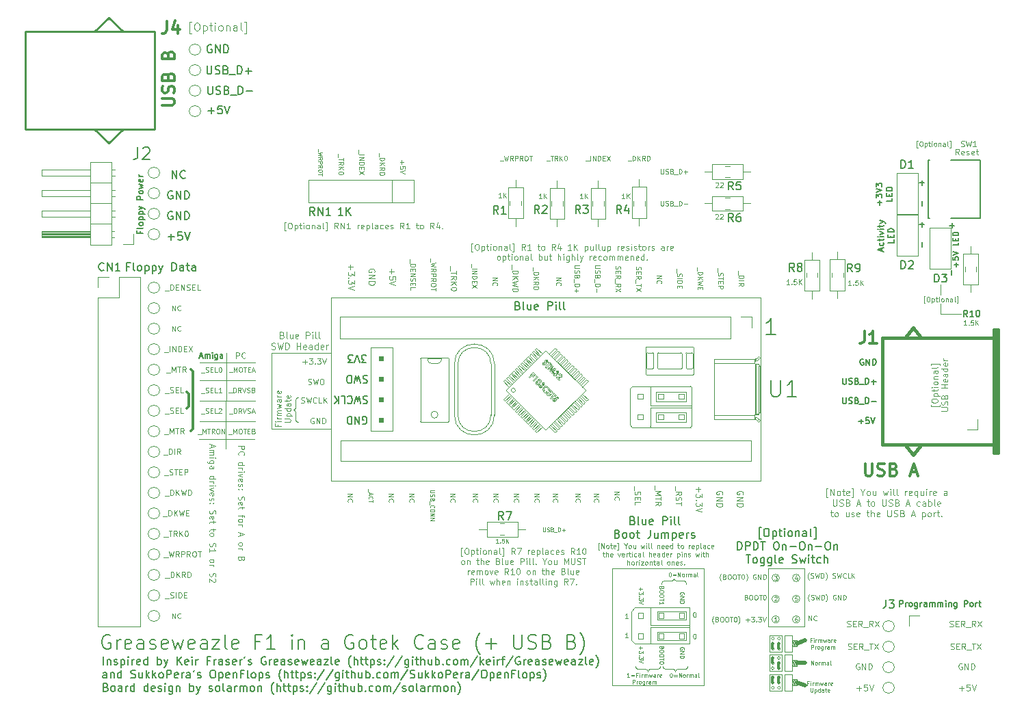
<source format=gbr>
G04 #@! TF.GenerationSoftware,KiCad,Pcbnew,(5.1.2)-2*
G04 #@! TF.CreationDate,2020-12-20T10:54:08+00:00*
G04 #@! TF.ProjectId,Greaseweazle F1 Gotek (+ USB B),47726561-7365-4776-9561-7a6c65204631,1*
G04 #@! TF.SameCoordinates,PX6312cb0PY6bcb370*
G04 #@! TF.FileFunction,Legend,Top*
G04 #@! TF.FilePolarity,Positive*
%FSLAX46Y46*%
G04 Gerber Fmt 4.6, Leading zero omitted, Abs format (unit mm)*
G04 Created by KiCad (PCBNEW (5.1.2)-2) date 2020-12-20 10:54:08*
%MOMM*%
%LPD*%
G04 APERTURE LIST*
%ADD10C,0.150000*%
%ADD11C,0.120000*%
%ADD12C,0.125000*%
%ADD13C,0.187500*%
%ADD14C,0.100000*%
%ADD15C,0.300000*%
%ADD16C,0.050000*%
%ADD17C,0.500000*%
%ADD18C,0.075000*%
%ADD19C,0.254000*%
%ADD20C,0.381000*%
%ADD21C,0.127000*%
%ADD22C,0.304800*%
G04 APERTURE END LIST*
D10*
X98792500Y43222334D02*
X98792500Y43755667D01*
X99059166Y43489000D02*
X98525833Y43489000D01*
X98359166Y44422334D02*
X98359166Y44089000D01*
X98692500Y44055667D01*
X98659166Y44089000D01*
X98625833Y44155667D01*
X98625833Y44322334D01*
X98659166Y44389000D01*
X98692500Y44422334D01*
X98759166Y44455667D01*
X98925833Y44455667D01*
X98992500Y44422334D01*
X99025833Y44389000D01*
X99059166Y44322334D01*
X99059166Y44155667D01*
X99025833Y44089000D01*
X98992500Y44055667D01*
X98359166Y44655667D02*
X99059166Y44889000D01*
X98359166Y45122334D01*
X99059166Y46222334D02*
X99059166Y45889000D01*
X98359166Y45889000D01*
X98692500Y46455667D02*
X98692500Y46689000D01*
X99059166Y46789000D02*
X99059166Y46455667D01*
X98359166Y46455667D01*
X98359166Y46789000D01*
X99059166Y47089000D02*
X98359166Y47089000D01*
X98359166Y47255667D01*
X98392500Y47355667D01*
X98459166Y47422334D01*
X98525833Y47455667D01*
X98659166Y47489000D01*
X98759166Y47489000D01*
X98892500Y47455667D01*
X98959166Y47422334D01*
X99025833Y47355667D01*
X99059166Y47255667D01*
X99059166Y47089000D01*
D11*
X96901000Y37338000D02*
X99441000Y37338000D01*
X96901000Y38671500D02*
X96901000Y37338000D01*
X96901000Y41021000D02*
X96901000Y40957500D01*
X96901000Y39751000D02*
X96901000Y41021000D01*
D12*
X94943857Y38708072D02*
X94801000Y38708072D01*
X94801000Y39565215D01*
X94943857Y39565215D01*
X95286714Y39508072D02*
X95401000Y39508072D01*
X95458142Y39479500D01*
X95515285Y39422358D01*
X95543857Y39308072D01*
X95543857Y39108072D01*
X95515285Y38993786D01*
X95458142Y38936643D01*
X95401000Y38908072D01*
X95286714Y38908072D01*
X95229571Y38936643D01*
X95172428Y38993786D01*
X95143857Y39108072D01*
X95143857Y39308072D01*
X95172428Y39422358D01*
X95229571Y39479500D01*
X95286714Y39508072D01*
X95801000Y39308072D02*
X95801000Y38708072D01*
X95801000Y39279500D02*
X95858142Y39308072D01*
X95972428Y39308072D01*
X96029571Y39279500D01*
X96058142Y39250929D01*
X96086714Y39193786D01*
X96086714Y39022358D01*
X96058142Y38965215D01*
X96029571Y38936643D01*
X95972428Y38908072D01*
X95858142Y38908072D01*
X95801000Y38936643D01*
X96258142Y39308072D02*
X96486714Y39308072D01*
X96343857Y39508072D02*
X96343857Y38993786D01*
X96372428Y38936643D01*
X96429571Y38908072D01*
X96486714Y38908072D01*
X96686714Y38908072D02*
X96686714Y39308072D01*
X96686714Y39508072D02*
X96658142Y39479500D01*
X96686714Y39450929D01*
X96715285Y39479500D01*
X96686714Y39508072D01*
X96686714Y39450929D01*
X97058142Y38908072D02*
X97001000Y38936643D01*
X96972428Y38965215D01*
X96943857Y39022358D01*
X96943857Y39193786D01*
X96972428Y39250929D01*
X97001000Y39279500D01*
X97058142Y39308072D01*
X97143857Y39308072D01*
X97201000Y39279500D01*
X97229571Y39250929D01*
X97258142Y39193786D01*
X97258142Y39022358D01*
X97229571Y38965215D01*
X97201000Y38936643D01*
X97143857Y38908072D01*
X97058142Y38908072D01*
X97515285Y39308072D02*
X97515285Y38908072D01*
X97515285Y39250929D02*
X97543857Y39279500D01*
X97601000Y39308072D01*
X97686714Y39308072D01*
X97743857Y39279500D01*
X97772428Y39222358D01*
X97772428Y38908072D01*
X98315285Y38908072D02*
X98315285Y39222358D01*
X98286714Y39279500D01*
X98229571Y39308072D01*
X98115285Y39308072D01*
X98058142Y39279500D01*
X98315285Y38936643D02*
X98258142Y38908072D01*
X98115285Y38908072D01*
X98058142Y38936643D01*
X98029571Y38993786D01*
X98029571Y39050929D01*
X98058142Y39108072D01*
X98115285Y39136643D01*
X98258142Y39136643D01*
X98315285Y39165215D01*
X98686714Y38908072D02*
X98629571Y38936643D01*
X98601000Y38993786D01*
X98601000Y39508072D01*
X98858142Y38708072D02*
X99001000Y38708072D01*
X99001000Y39565215D01*
X98858142Y39565215D01*
D11*
X98107500Y42926000D02*
X95504000Y42926000D01*
X95504000Y42926000D02*
X95504000Y48069500D01*
X98107500Y48069500D02*
X98107500Y42926000D01*
X95504000Y48069500D02*
X98107500Y48069500D01*
X94043500Y44577000D02*
X91440000Y44577000D01*
X91440000Y49720500D02*
X94043500Y49720500D01*
X94043500Y49720500D02*
X94043500Y44577000D01*
X91440000Y44577000D02*
X91440000Y49720500D01*
X91440000Y49657000D02*
X91440000Y54800500D01*
X94043500Y49657000D02*
X91440000Y49657000D01*
X94043500Y54800500D02*
X94043500Y49657000D01*
X91440000Y54800500D02*
X94043500Y54800500D01*
D13*
X98224571Y42195786D02*
X98224571Y42767215D01*
X98288071Y48037786D02*
X98288071Y48609215D01*
X98573785Y48323500D02*
X98002357Y48323500D01*
D14*
X79089238Y-157285D02*
X78994000Y-157285D01*
X78946380Y-181095D01*
X78922571Y-204904D01*
X78874952Y-276333D01*
X78851142Y-371571D01*
X78851142Y-562047D01*
X78874952Y-609666D01*
X78898761Y-633475D01*
X78946380Y-657285D01*
X79041619Y-657285D01*
X79089238Y-633475D01*
X79113047Y-609666D01*
X79136857Y-562047D01*
X79136857Y-442999D01*
X79113047Y-395380D01*
X79089238Y-371571D01*
X79041619Y-347761D01*
X78946380Y-347761D01*
X78898761Y-371571D01*
X78874952Y-395380D01*
X78851142Y-442999D01*
X79113047Y2382715D02*
X78874952Y2382715D01*
X78851142Y2144620D01*
X78874952Y2168429D01*
X78922571Y2192239D01*
X79041619Y2192239D01*
X79089238Y2168429D01*
X79113047Y2144620D01*
X79136857Y2097001D01*
X79136857Y1977953D01*
X79113047Y1930334D01*
X79089238Y1906525D01*
X79041619Y1882715D01*
X78922571Y1882715D01*
X78874952Y1906525D01*
X78851142Y1930334D01*
X79089238Y4806143D02*
X79089238Y4472810D01*
X78970190Y4996620D02*
X78851142Y4639477D01*
X79160666Y4639477D01*
X76287333Y4972810D02*
X76596857Y4972810D01*
X76430190Y4782334D01*
X76501619Y4782334D01*
X76549238Y4758524D01*
X76573047Y4734715D01*
X76596857Y4687096D01*
X76596857Y4568048D01*
X76573047Y4520429D01*
X76549238Y4496620D01*
X76501619Y4472810D01*
X76358761Y4472810D01*
X76311142Y4496620D01*
X76287333Y4520429D01*
X76311142Y2335096D02*
X76334952Y2358905D01*
X76382571Y2382715D01*
X76501619Y2382715D01*
X76549238Y2358905D01*
X76573047Y2335096D01*
X76596857Y2287477D01*
X76596857Y2239858D01*
X76573047Y2168429D01*
X76287333Y1882715D01*
X76596857Y1882715D01*
X76596857Y-657285D02*
X76311142Y-657285D01*
X76454000Y-657285D02*
X76454000Y-157285D01*
X76406380Y-228714D01*
X76358761Y-276333D01*
X76311142Y-300142D01*
D12*
X4161059Y72112286D02*
X3922964Y72112286D01*
X3922964Y73540858D01*
X4161059Y73540858D01*
X4732488Y73445620D02*
X4922964Y73445620D01*
X5018202Y73398000D01*
X5113440Y73302762D01*
X5161059Y73112286D01*
X5161059Y72778953D01*
X5113440Y72588477D01*
X5018202Y72493239D01*
X4922964Y72445620D01*
X4732488Y72445620D01*
X4637250Y72493239D01*
X4542011Y72588477D01*
X4494392Y72778953D01*
X4494392Y73112286D01*
X4542011Y73302762D01*
X4637250Y73398000D01*
X4732488Y73445620D01*
X5589630Y73112286D02*
X5589630Y72112286D01*
X5589630Y73064667D02*
X5684869Y73112286D01*
X5875345Y73112286D01*
X5970583Y73064667D01*
X6018202Y73017048D01*
X6065821Y72921810D01*
X6065821Y72636096D01*
X6018202Y72540858D01*
X5970583Y72493239D01*
X5875345Y72445620D01*
X5684869Y72445620D01*
X5589630Y72493239D01*
X6351535Y73112286D02*
X6732488Y73112286D01*
X6494392Y73445620D02*
X6494392Y72588477D01*
X6542011Y72493239D01*
X6637250Y72445620D01*
X6732488Y72445620D01*
X7065821Y72445620D02*
X7065821Y73112286D01*
X7065821Y73445620D02*
X7018202Y73398000D01*
X7065821Y73350381D01*
X7113440Y73398000D01*
X7065821Y73445620D01*
X7065821Y73350381D01*
X7684869Y72445620D02*
X7589630Y72493239D01*
X7542011Y72540858D01*
X7494392Y72636096D01*
X7494392Y72921810D01*
X7542011Y73017048D01*
X7589630Y73064667D01*
X7684869Y73112286D01*
X7827726Y73112286D01*
X7922964Y73064667D01*
X7970583Y73017048D01*
X8018202Y72921810D01*
X8018202Y72636096D01*
X7970583Y72540858D01*
X7922964Y72493239D01*
X7827726Y72445620D01*
X7684869Y72445620D01*
X8446773Y73112286D02*
X8446773Y72445620D01*
X8446773Y73017048D02*
X8494392Y73064667D01*
X8589630Y73112286D01*
X8732488Y73112286D01*
X8827726Y73064667D01*
X8875345Y72969429D01*
X8875345Y72445620D01*
X9780107Y72445620D02*
X9780107Y72969429D01*
X9732488Y73064667D01*
X9637250Y73112286D01*
X9446773Y73112286D01*
X9351535Y73064667D01*
X9780107Y72493239D02*
X9684869Y72445620D01*
X9446773Y72445620D01*
X9351535Y72493239D01*
X9303916Y72588477D01*
X9303916Y72683715D01*
X9351535Y72778953D01*
X9446773Y72826572D01*
X9684869Y72826572D01*
X9780107Y72874191D01*
X10399154Y72445620D02*
X10303916Y72493239D01*
X10256297Y72588477D01*
X10256297Y73445620D01*
X10684869Y72112286D02*
X10922964Y72112286D01*
X10922964Y73540858D01*
X10684869Y73540858D01*
D10*
X6178895Y65571620D02*
X6178895Y64762096D01*
X6226514Y64666858D01*
X6274133Y64619239D01*
X6369371Y64571620D01*
X6559847Y64571620D01*
X6655085Y64619239D01*
X6702704Y64666858D01*
X6750323Y64762096D01*
X6750323Y65571620D01*
X7178895Y64619239D02*
X7321752Y64571620D01*
X7559847Y64571620D01*
X7655085Y64619239D01*
X7702704Y64666858D01*
X7750323Y64762096D01*
X7750323Y64857334D01*
X7702704Y64952572D01*
X7655085Y65000191D01*
X7559847Y65047810D01*
X7369371Y65095429D01*
X7274133Y65143048D01*
X7226514Y65190667D01*
X7178895Y65285905D01*
X7178895Y65381143D01*
X7226514Y65476381D01*
X7274133Y65524000D01*
X7369371Y65571620D01*
X7607466Y65571620D01*
X7750323Y65524000D01*
X8512228Y65095429D02*
X8655085Y65047810D01*
X8702704Y65000191D01*
X8750323Y64904953D01*
X8750323Y64762096D01*
X8702704Y64666858D01*
X8655085Y64619239D01*
X8559847Y64571620D01*
X8178895Y64571620D01*
X8178895Y65571620D01*
X8512228Y65571620D01*
X8607466Y65524000D01*
X8655085Y65476381D01*
X8702704Y65381143D01*
X8702704Y65285905D01*
X8655085Y65190667D01*
X8607466Y65143048D01*
X8512228Y65095429D01*
X8178895Y65095429D01*
X8940800Y64476381D02*
X9702704Y64476381D01*
X9940800Y64571620D02*
X9940800Y65571620D01*
X10178895Y65571620D01*
X10321752Y65524000D01*
X10416990Y65428762D01*
X10464609Y65333524D01*
X10512228Y65143048D01*
X10512228Y65000191D01*
X10464609Y64809715D01*
X10416990Y64714477D01*
X10321752Y64619239D01*
X10178895Y64571620D01*
X9940800Y64571620D01*
X10940800Y64952572D02*
X11702704Y64952572D01*
X6077295Y68086220D02*
X6077295Y67276696D01*
X6124914Y67181458D01*
X6172533Y67133839D01*
X6267771Y67086220D01*
X6458247Y67086220D01*
X6553485Y67133839D01*
X6601104Y67181458D01*
X6648723Y67276696D01*
X6648723Y68086220D01*
X7077295Y67133839D02*
X7220152Y67086220D01*
X7458247Y67086220D01*
X7553485Y67133839D01*
X7601104Y67181458D01*
X7648723Y67276696D01*
X7648723Y67371934D01*
X7601104Y67467172D01*
X7553485Y67514791D01*
X7458247Y67562410D01*
X7267771Y67610029D01*
X7172533Y67657648D01*
X7124914Y67705267D01*
X7077295Y67800505D01*
X7077295Y67895743D01*
X7124914Y67990981D01*
X7172533Y68038600D01*
X7267771Y68086220D01*
X7505866Y68086220D01*
X7648723Y68038600D01*
X8410628Y67610029D02*
X8553485Y67562410D01*
X8601104Y67514791D01*
X8648723Y67419553D01*
X8648723Y67276696D01*
X8601104Y67181458D01*
X8553485Y67133839D01*
X8458247Y67086220D01*
X8077295Y67086220D01*
X8077295Y68086220D01*
X8410628Y68086220D01*
X8505866Y68038600D01*
X8553485Y67990981D01*
X8601104Y67895743D01*
X8601104Y67800505D01*
X8553485Y67705267D01*
X8505866Y67657648D01*
X8410628Y67610029D01*
X8077295Y67610029D01*
X8839200Y66990981D02*
X9601104Y66990981D01*
X9839200Y67086220D02*
X9839200Y68086220D01*
X10077295Y68086220D01*
X10220152Y68038600D01*
X10315390Y67943362D01*
X10363009Y67848124D01*
X10410628Y67657648D01*
X10410628Y67514791D01*
X10363009Y67324315D01*
X10315390Y67229077D01*
X10220152Y67133839D01*
X10077295Y67086220D01*
X9839200Y67086220D01*
X10839200Y67467172D02*
X11601104Y67467172D01*
X11220152Y67086220D02*
X11220152Y67848124D01*
X6629495Y70654800D02*
X6534257Y70702420D01*
X6391400Y70702420D01*
X6248542Y70654800D01*
X6153304Y70559562D01*
X6105685Y70464324D01*
X6058066Y70273848D01*
X6058066Y70130991D01*
X6105685Y69940515D01*
X6153304Y69845277D01*
X6248542Y69750039D01*
X6391400Y69702420D01*
X6486638Y69702420D01*
X6629495Y69750039D01*
X6677114Y69797658D01*
X6677114Y70130991D01*
X6486638Y70130991D01*
X7105685Y69702420D02*
X7105685Y70702420D01*
X7677114Y69702420D01*
X7677114Y70702420D01*
X8153304Y69702420D02*
X8153304Y70702420D01*
X8391400Y70702420D01*
X8534257Y70654800D01*
X8629495Y70559562D01*
X8677114Y70464324D01*
X8724733Y70273848D01*
X8724733Y70130991D01*
X8677114Y69940515D01*
X8629495Y69845277D01*
X8534257Y69750039D01*
X8391400Y69702420D01*
X8153304Y69702420D01*
X6207285Y62539572D02*
X6969190Y62539572D01*
X6588238Y62158620D02*
X6588238Y62920524D01*
X7921571Y63158620D02*
X7445380Y63158620D01*
X7397761Y62682429D01*
X7445380Y62730048D01*
X7540619Y62777667D01*
X7778714Y62777667D01*
X7873952Y62730048D01*
X7921571Y62682429D01*
X7969190Y62587191D01*
X7969190Y62349096D01*
X7921571Y62253858D01*
X7873952Y62206239D01*
X7778714Y62158620D01*
X7540619Y62158620D01*
X7445380Y62206239D01*
X7397761Y62253858D01*
X8254904Y63158620D02*
X8588238Y62158620D01*
X8921571Y63158620D01*
D12*
X82931904Y14666429D02*
X82741428Y14666429D01*
X82741428Y15809286D01*
X82931904Y15809286D01*
X83236666Y14933096D02*
X83236666Y15733096D01*
X83693809Y14933096D01*
X83693809Y15733096D01*
X84189047Y14933096D02*
X84112857Y14971191D01*
X84074761Y15009286D01*
X84036666Y15085477D01*
X84036666Y15314048D01*
X84074761Y15390239D01*
X84112857Y15428334D01*
X84189047Y15466429D01*
X84303333Y15466429D01*
X84379523Y15428334D01*
X84417619Y15390239D01*
X84455714Y15314048D01*
X84455714Y15085477D01*
X84417619Y15009286D01*
X84379523Y14971191D01*
X84303333Y14933096D01*
X84189047Y14933096D01*
X84684285Y15466429D02*
X84989047Y15466429D01*
X84798571Y15733096D02*
X84798571Y15047381D01*
X84836666Y14971191D01*
X84912857Y14933096D01*
X84989047Y14933096D01*
X85560476Y14971191D02*
X85484285Y14933096D01*
X85331904Y14933096D01*
X85255714Y14971191D01*
X85217619Y15047381D01*
X85217619Y15352143D01*
X85255714Y15428334D01*
X85331904Y15466429D01*
X85484285Y15466429D01*
X85560476Y15428334D01*
X85598571Y15352143D01*
X85598571Y15275953D01*
X85217619Y15199762D01*
X85865238Y14666429D02*
X86055714Y14666429D01*
X86055714Y15809286D01*
X85865238Y15809286D01*
X87236666Y15314048D02*
X87236666Y14933096D01*
X86970000Y15733096D02*
X87236666Y15314048D01*
X87503333Y15733096D01*
X87884285Y14933096D02*
X87808095Y14971191D01*
X87770000Y15009286D01*
X87731904Y15085477D01*
X87731904Y15314048D01*
X87770000Y15390239D01*
X87808095Y15428334D01*
X87884285Y15466429D01*
X87998571Y15466429D01*
X88074761Y15428334D01*
X88112857Y15390239D01*
X88150952Y15314048D01*
X88150952Y15085477D01*
X88112857Y15009286D01*
X88074761Y14971191D01*
X87998571Y14933096D01*
X87884285Y14933096D01*
X88836666Y15466429D02*
X88836666Y14933096D01*
X88493809Y15466429D02*
X88493809Y15047381D01*
X88531904Y14971191D01*
X88608095Y14933096D01*
X88722380Y14933096D01*
X88798571Y14971191D01*
X88836666Y15009286D01*
X89750952Y15466429D02*
X89903333Y14933096D01*
X90055714Y15314048D01*
X90208095Y14933096D01*
X90360476Y15466429D01*
X90665238Y14933096D02*
X90665238Y15466429D01*
X90665238Y15733096D02*
X90627142Y15695000D01*
X90665238Y15656905D01*
X90703333Y15695000D01*
X90665238Y15733096D01*
X90665238Y15656905D01*
X91160476Y14933096D02*
X91084285Y14971191D01*
X91046190Y15047381D01*
X91046190Y15733096D01*
X91579523Y14933096D02*
X91503333Y14971191D01*
X91465238Y15047381D01*
X91465238Y15733096D01*
X92493809Y14933096D02*
X92493809Y15466429D01*
X92493809Y15314048D02*
X92531904Y15390239D01*
X92570000Y15428334D01*
X92646190Y15466429D01*
X92722380Y15466429D01*
X93293809Y14971191D02*
X93217619Y14933096D01*
X93065238Y14933096D01*
X92989047Y14971191D01*
X92950952Y15047381D01*
X92950952Y15352143D01*
X92989047Y15428334D01*
X93065238Y15466429D01*
X93217619Y15466429D01*
X93293809Y15428334D01*
X93331904Y15352143D01*
X93331904Y15275953D01*
X92950952Y15199762D01*
X94017619Y15466429D02*
X94017619Y14666429D01*
X94017619Y14971191D02*
X93941428Y14933096D01*
X93789047Y14933096D01*
X93712857Y14971191D01*
X93674761Y15009286D01*
X93636666Y15085477D01*
X93636666Y15314048D01*
X93674761Y15390239D01*
X93712857Y15428334D01*
X93789047Y15466429D01*
X93941428Y15466429D01*
X94017619Y15428334D01*
X94741428Y15466429D02*
X94741428Y14933096D01*
X94398571Y15466429D02*
X94398571Y15047381D01*
X94436666Y14971191D01*
X94512857Y14933096D01*
X94627142Y14933096D01*
X94703333Y14971191D01*
X94741428Y15009286D01*
X95122380Y14933096D02*
X95122380Y15466429D01*
X95122380Y15733096D02*
X95084285Y15695000D01*
X95122380Y15656905D01*
X95160476Y15695000D01*
X95122380Y15733096D01*
X95122380Y15656905D01*
X95503333Y14933096D02*
X95503333Y15466429D01*
X95503333Y15314048D02*
X95541428Y15390239D01*
X95579523Y15428334D01*
X95655714Y15466429D01*
X95731904Y15466429D01*
X96303333Y14971191D02*
X96227142Y14933096D01*
X96074761Y14933096D01*
X95998571Y14971191D01*
X95960476Y15047381D01*
X95960476Y15352143D01*
X95998571Y15428334D01*
X96074761Y15466429D01*
X96227142Y15466429D01*
X96303333Y15428334D01*
X96341428Y15352143D01*
X96341428Y15275953D01*
X95960476Y15199762D01*
X97636666Y14933096D02*
X97636666Y15352143D01*
X97598571Y15428334D01*
X97522380Y15466429D01*
X97370000Y15466429D01*
X97293809Y15428334D01*
X97636666Y14971191D02*
X97560476Y14933096D01*
X97370000Y14933096D01*
X97293809Y14971191D01*
X97255714Y15047381D01*
X97255714Y15123572D01*
X97293809Y15199762D01*
X97370000Y15237858D01*
X97560476Y15237858D01*
X97636666Y15275953D01*
X83541428Y14408096D02*
X83541428Y13760477D01*
X83579523Y13684286D01*
X83617619Y13646191D01*
X83693809Y13608096D01*
X83846190Y13608096D01*
X83922380Y13646191D01*
X83960476Y13684286D01*
X83998571Y13760477D01*
X83998571Y14408096D01*
X84341428Y13646191D02*
X84455714Y13608096D01*
X84646190Y13608096D01*
X84722380Y13646191D01*
X84760476Y13684286D01*
X84798571Y13760477D01*
X84798571Y13836667D01*
X84760476Y13912858D01*
X84722380Y13950953D01*
X84646190Y13989048D01*
X84493809Y14027143D01*
X84417619Y14065239D01*
X84379523Y14103334D01*
X84341428Y14179524D01*
X84341428Y14255715D01*
X84379523Y14331905D01*
X84417619Y14370000D01*
X84493809Y14408096D01*
X84684285Y14408096D01*
X84798571Y14370000D01*
X85408095Y14027143D02*
X85522380Y13989048D01*
X85560476Y13950953D01*
X85598571Y13874762D01*
X85598571Y13760477D01*
X85560476Y13684286D01*
X85522380Y13646191D01*
X85446190Y13608096D01*
X85141428Y13608096D01*
X85141428Y14408096D01*
X85408095Y14408096D01*
X85484285Y14370000D01*
X85522380Y14331905D01*
X85560476Y14255715D01*
X85560476Y14179524D01*
X85522380Y14103334D01*
X85484285Y14065239D01*
X85408095Y14027143D01*
X85141428Y14027143D01*
X86512857Y13836667D02*
X86893809Y13836667D01*
X86436666Y13608096D02*
X86703333Y14408096D01*
X86970000Y13608096D01*
X87731904Y14141429D02*
X88036666Y14141429D01*
X87846190Y14408096D02*
X87846190Y13722381D01*
X87884285Y13646191D01*
X87960476Y13608096D01*
X88036666Y13608096D01*
X88417619Y13608096D02*
X88341428Y13646191D01*
X88303333Y13684286D01*
X88265238Y13760477D01*
X88265238Y13989048D01*
X88303333Y14065239D01*
X88341428Y14103334D01*
X88417619Y14141429D01*
X88531904Y14141429D01*
X88608095Y14103334D01*
X88646190Y14065239D01*
X88684285Y13989048D01*
X88684285Y13760477D01*
X88646190Y13684286D01*
X88608095Y13646191D01*
X88531904Y13608096D01*
X88417619Y13608096D01*
X89636666Y14408096D02*
X89636666Y13760477D01*
X89674761Y13684286D01*
X89712857Y13646191D01*
X89789047Y13608096D01*
X89941428Y13608096D01*
X90017619Y13646191D01*
X90055714Y13684286D01*
X90093809Y13760477D01*
X90093809Y14408096D01*
X90436666Y13646191D02*
X90550952Y13608096D01*
X90741428Y13608096D01*
X90817619Y13646191D01*
X90855714Y13684286D01*
X90893809Y13760477D01*
X90893809Y13836667D01*
X90855714Y13912858D01*
X90817619Y13950953D01*
X90741428Y13989048D01*
X90589047Y14027143D01*
X90512857Y14065239D01*
X90474761Y14103334D01*
X90436666Y14179524D01*
X90436666Y14255715D01*
X90474761Y14331905D01*
X90512857Y14370000D01*
X90589047Y14408096D01*
X90779523Y14408096D01*
X90893809Y14370000D01*
X91503333Y14027143D02*
X91617619Y13989048D01*
X91655714Y13950953D01*
X91693809Y13874762D01*
X91693809Y13760477D01*
X91655714Y13684286D01*
X91617619Y13646191D01*
X91541428Y13608096D01*
X91236666Y13608096D01*
X91236666Y14408096D01*
X91503333Y14408096D01*
X91579523Y14370000D01*
X91617619Y14331905D01*
X91655714Y14255715D01*
X91655714Y14179524D01*
X91617619Y14103334D01*
X91579523Y14065239D01*
X91503333Y14027143D01*
X91236666Y14027143D01*
X92608095Y13836667D02*
X92989047Y13836667D01*
X92531904Y13608096D02*
X92798571Y14408096D01*
X93065238Y13608096D01*
X94284285Y13646191D02*
X94208095Y13608096D01*
X94055714Y13608096D01*
X93979523Y13646191D01*
X93941428Y13684286D01*
X93903333Y13760477D01*
X93903333Y13989048D01*
X93941428Y14065239D01*
X93979523Y14103334D01*
X94055714Y14141429D01*
X94208095Y14141429D01*
X94284285Y14103334D01*
X94970000Y13608096D02*
X94970000Y14027143D01*
X94931904Y14103334D01*
X94855714Y14141429D01*
X94703333Y14141429D01*
X94627142Y14103334D01*
X94970000Y13646191D02*
X94893809Y13608096D01*
X94703333Y13608096D01*
X94627142Y13646191D01*
X94589047Y13722381D01*
X94589047Y13798572D01*
X94627142Y13874762D01*
X94703333Y13912858D01*
X94893809Y13912858D01*
X94970000Y13950953D01*
X95350952Y13608096D02*
X95350952Y14408096D01*
X95350952Y14103334D02*
X95427142Y14141429D01*
X95579523Y14141429D01*
X95655714Y14103334D01*
X95693809Y14065239D01*
X95731904Y13989048D01*
X95731904Y13760477D01*
X95693809Y13684286D01*
X95655714Y13646191D01*
X95579523Y13608096D01*
X95427142Y13608096D01*
X95350952Y13646191D01*
X96189047Y13608096D02*
X96112857Y13646191D01*
X96074761Y13722381D01*
X96074761Y14408096D01*
X96798571Y13646191D02*
X96722380Y13608096D01*
X96570000Y13608096D01*
X96493809Y13646191D01*
X96455714Y13722381D01*
X96455714Y14027143D01*
X96493809Y14103334D01*
X96570000Y14141429D01*
X96722380Y14141429D01*
X96798571Y14103334D01*
X96836666Y14027143D01*
X96836666Y13950953D01*
X96455714Y13874762D01*
X83236666Y12816429D02*
X83541428Y12816429D01*
X83350952Y13083096D02*
X83350952Y12397381D01*
X83389047Y12321191D01*
X83465238Y12283096D01*
X83541428Y12283096D01*
X83922380Y12283096D02*
X83846190Y12321191D01*
X83808095Y12359286D01*
X83770000Y12435477D01*
X83770000Y12664048D01*
X83808095Y12740239D01*
X83846190Y12778334D01*
X83922380Y12816429D01*
X84036666Y12816429D01*
X84112857Y12778334D01*
X84150952Y12740239D01*
X84189047Y12664048D01*
X84189047Y12435477D01*
X84150952Y12359286D01*
X84112857Y12321191D01*
X84036666Y12283096D01*
X83922380Y12283096D01*
X85484285Y12816429D02*
X85484285Y12283096D01*
X85141428Y12816429D02*
X85141428Y12397381D01*
X85179523Y12321191D01*
X85255714Y12283096D01*
X85370000Y12283096D01*
X85446190Y12321191D01*
X85484285Y12359286D01*
X85827142Y12321191D02*
X85903333Y12283096D01*
X86055714Y12283096D01*
X86131904Y12321191D01*
X86170000Y12397381D01*
X86170000Y12435477D01*
X86131904Y12511667D01*
X86055714Y12549762D01*
X85941428Y12549762D01*
X85865238Y12587858D01*
X85827142Y12664048D01*
X85827142Y12702143D01*
X85865238Y12778334D01*
X85941428Y12816429D01*
X86055714Y12816429D01*
X86131904Y12778334D01*
X86817619Y12321191D02*
X86741428Y12283096D01*
X86589047Y12283096D01*
X86512857Y12321191D01*
X86474761Y12397381D01*
X86474761Y12702143D01*
X86512857Y12778334D01*
X86589047Y12816429D01*
X86741428Y12816429D01*
X86817619Y12778334D01*
X86855714Y12702143D01*
X86855714Y12625953D01*
X86474761Y12549762D01*
X87693809Y12816429D02*
X87998571Y12816429D01*
X87808095Y13083096D02*
X87808095Y12397381D01*
X87846190Y12321191D01*
X87922380Y12283096D01*
X87998571Y12283096D01*
X88265238Y12283096D02*
X88265238Y13083096D01*
X88608095Y12283096D02*
X88608095Y12702143D01*
X88570000Y12778334D01*
X88493809Y12816429D01*
X88379523Y12816429D01*
X88303333Y12778334D01*
X88265238Y12740239D01*
X89293809Y12321191D02*
X89217619Y12283096D01*
X89065238Y12283096D01*
X88989047Y12321191D01*
X88950952Y12397381D01*
X88950952Y12702143D01*
X88989047Y12778334D01*
X89065238Y12816429D01*
X89217619Y12816429D01*
X89293809Y12778334D01*
X89331904Y12702143D01*
X89331904Y12625953D01*
X88950952Y12549762D01*
X90284285Y13083096D02*
X90284285Y12435477D01*
X90322380Y12359286D01*
X90360476Y12321191D01*
X90436666Y12283096D01*
X90589047Y12283096D01*
X90665238Y12321191D01*
X90703333Y12359286D01*
X90741428Y12435477D01*
X90741428Y13083096D01*
X91084285Y12321191D02*
X91198571Y12283096D01*
X91389047Y12283096D01*
X91465238Y12321191D01*
X91503333Y12359286D01*
X91541428Y12435477D01*
X91541428Y12511667D01*
X91503333Y12587858D01*
X91465238Y12625953D01*
X91389047Y12664048D01*
X91236666Y12702143D01*
X91160476Y12740239D01*
X91122380Y12778334D01*
X91084285Y12854524D01*
X91084285Y12930715D01*
X91122380Y13006905D01*
X91160476Y13045000D01*
X91236666Y13083096D01*
X91427142Y13083096D01*
X91541428Y13045000D01*
X92150952Y12702143D02*
X92265238Y12664048D01*
X92303333Y12625953D01*
X92341428Y12549762D01*
X92341428Y12435477D01*
X92303333Y12359286D01*
X92265238Y12321191D01*
X92189047Y12283096D01*
X91884285Y12283096D01*
X91884285Y13083096D01*
X92150952Y13083096D01*
X92227142Y13045000D01*
X92265238Y13006905D01*
X92303333Y12930715D01*
X92303333Y12854524D01*
X92265238Y12778334D01*
X92227142Y12740239D01*
X92150952Y12702143D01*
X91884285Y12702143D01*
X93255714Y12511667D02*
X93636666Y12511667D01*
X93179523Y12283096D02*
X93446190Y13083096D01*
X93712857Y12283096D01*
X94589047Y12816429D02*
X94589047Y12016429D01*
X94589047Y12778334D02*
X94665238Y12816429D01*
X94817619Y12816429D01*
X94893809Y12778334D01*
X94931904Y12740239D01*
X94970000Y12664048D01*
X94970000Y12435477D01*
X94931904Y12359286D01*
X94893809Y12321191D01*
X94817619Y12283096D01*
X94665238Y12283096D01*
X94589047Y12321191D01*
X95427142Y12283096D02*
X95350952Y12321191D01*
X95312857Y12359286D01*
X95274761Y12435477D01*
X95274761Y12664048D01*
X95312857Y12740239D01*
X95350952Y12778334D01*
X95427142Y12816429D01*
X95541428Y12816429D01*
X95617619Y12778334D01*
X95655714Y12740239D01*
X95693809Y12664048D01*
X95693809Y12435477D01*
X95655714Y12359286D01*
X95617619Y12321191D01*
X95541428Y12283096D01*
X95427142Y12283096D01*
X96036666Y12283096D02*
X96036666Y12816429D01*
X96036666Y12664048D02*
X96074761Y12740239D01*
X96112857Y12778334D01*
X96189047Y12816429D01*
X96265238Y12816429D01*
X96417619Y12816429D02*
X96722380Y12816429D01*
X96531904Y13083096D02*
X96531904Y12397381D01*
X96570000Y12321191D01*
X96646190Y12283096D01*
X96722380Y12283096D01*
X96989047Y12359286D02*
X97027142Y12321191D01*
X96989047Y12283096D01*
X96950952Y12321191D01*
X96989047Y12359286D01*
X96989047Y12283096D01*
D15*
X3810000Y25908000D02*
X3556000Y25654000D01*
X3556000Y27686000D02*
X3810000Y27432000D01*
D12*
X1814571Y35288572D02*
X1814571Y35888572D01*
X2157428Y35288572D01*
X2157428Y35888572D01*
X2786000Y35345715D02*
X2757428Y35317143D01*
X2671714Y35288572D01*
X2614571Y35288572D01*
X2528857Y35317143D01*
X2471714Y35374286D01*
X2443142Y35431429D01*
X2414571Y35545715D01*
X2414571Y35631429D01*
X2443142Y35745715D01*
X2471714Y35802858D01*
X2528857Y35860000D01*
X2614571Y35888572D01*
X2671714Y35888572D01*
X2757428Y35860000D01*
X2786000Y35831429D01*
X61704571Y42127429D02*
X62304571Y42127429D01*
X61704571Y41784572D01*
X62304571Y41784572D01*
X61761714Y41156000D02*
X61733142Y41184572D01*
X61704571Y41270286D01*
X61704571Y41327429D01*
X61733142Y41413143D01*
X61790285Y41470286D01*
X61847428Y41498858D01*
X61961714Y41527429D01*
X62047428Y41527429D01*
X62161714Y41498858D01*
X62218857Y41470286D01*
X62276000Y41413143D01*
X62304571Y41327429D01*
X62304571Y41270286D01*
X62276000Y41184572D01*
X62247428Y41156000D01*
X49258571Y41873429D02*
X49858571Y41873429D01*
X49258571Y41530572D01*
X49858571Y41530572D01*
X49315714Y40902000D02*
X49287142Y40930572D01*
X49258571Y41016286D01*
X49258571Y41073429D01*
X49287142Y41159143D01*
X49344285Y41216286D01*
X49401428Y41244858D01*
X49515714Y41273429D01*
X49601428Y41273429D01*
X49715714Y41244858D01*
X49772857Y41216286D01*
X49830000Y41159143D01*
X49858571Y41073429D01*
X49858571Y41016286D01*
X49830000Y40930572D01*
X49801428Y40902000D01*
X23477571Y15076429D02*
X24077571Y15076429D01*
X23477571Y14733572D01*
X24077571Y14733572D01*
X23534714Y14105000D02*
X23506142Y14133572D01*
X23477571Y14219286D01*
X23477571Y14276429D01*
X23506142Y14362143D01*
X23563285Y14419286D01*
X23620428Y14447858D01*
X23734714Y14476429D01*
X23820428Y14476429D01*
X23934714Y14447858D01*
X23991857Y14419286D01*
X24049000Y14362143D01*
X24077571Y14276429D01*
X24077571Y14219286D01*
X24049000Y14133572D01*
X24020428Y14105000D01*
X28557571Y15076429D02*
X29157571Y15076429D01*
X28557571Y14733572D01*
X29157571Y14733572D01*
X28614714Y14105000D02*
X28586142Y14133572D01*
X28557571Y14219286D01*
X28557571Y14276429D01*
X28586142Y14362143D01*
X28643285Y14419286D01*
X28700428Y14447858D01*
X28814714Y14476429D01*
X28900428Y14476429D01*
X29014714Y14447858D01*
X29071857Y14419286D01*
X29129000Y14362143D01*
X29157571Y14276429D01*
X29157571Y14219286D01*
X29129000Y14133572D01*
X29100428Y14105000D01*
X31097571Y15076429D02*
X31697571Y15076429D01*
X31097571Y14733572D01*
X31697571Y14733572D01*
X31154714Y14105000D02*
X31126142Y14133572D01*
X31097571Y14219286D01*
X31097571Y14276429D01*
X31126142Y14362143D01*
X31183285Y14419286D01*
X31240428Y14447858D01*
X31354714Y14476429D01*
X31440428Y14476429D01*
X31554714Y14447858D01*
X31611857Y14419286D01*
X31669000Y14362143D01*
X31697571Y14276429D01*
X31697571Y14219286D01*
X31669000Y14133572D01*
X31640428Y14105000D01*
X36177571Y15076429D02*
X36777571Y15076429D01*
X36177571Y14733572D01*
X36777571Y14733572D01*
X36234714Y14105000D02*
X36206142Y14133572D01*
X36177571Y14219286D01*
X36177571Y14276429D01*
X36206142Y14362143D01*
X36263285Y14419286D01*
X36320428Y14447858D01*
X36434714Y14476429D01*
X36520428Y14476429D01*
X36634714Y14447858D01*
X36691857Y14419286D01*
X36749000Y14362143D01*
X36777571Y14276429D01*
X36777571Y14219286D01*
X36749000Y14133572D01*
X36720428Y14105000D01*
X38971571Y15076429D02*
X39571571Y15076429D01*
X38971571Y14733572D01*
X39571571Y14733572D01*
X39028714Y14105000D02*
X39000142Y14133572D01*
X38971571Y14219286D01*
X38971571Y14276429D01*
X39000142Y14362143D01*
X39057285Y14419286D01*
X39114428Y14447858D01*
X39228714Y14476429D01*
X39314428Y14476429D01*
X39428714Y14447858D01*
X39485857Y14419286D01*
X39543000Y14362143D01*
X39571571Y14276429D01*
X39571571Y14219286D01*
X39543000Y14133572D01*
X39514428Y14105000D01*
X41511571Y15076429D02*
X42111571Y15076429D01*
X41511571Y14733572D01*
X42111571Y14733572D01*
X41568714Y14105000D02*
X41540142Y14133572D01*
X41511571Y14219286D01*
X41511571Y14276429D01*
X41540142Y14362143D01*
X41597285Y14419286D01*
X41654428Y14447858D01*
X41768714Y14476429D01*
X41854428Y14476429D01*
X41968714Y14447858D01*
X42025857Y14419286D01*
X42083000Y14362143D01*
X42111571Y14276429D01*
X42111571Y14219286D01*
X42083000Y14133572D01*
X42054428Y14105000D01*
X44051571Y15076429D02*
X44651571Y15076429D01*
X44051571Y14733572D01*
X44651571Y14733572D01*
X44108714Y14105000D02*
X44080142Y14133572D01*
X44051571Y14219286D01*
X44051571Y14276429D01*
X44080142Y14362143D01*
X44137285Y14419286D01*
X44194428Y14447858D01*
X44308714Y14476429D01*
X44394428Y14476429D01*
X44508714Y14447858D01*
X44565857Y14419286D01*
X44623000Y14362143D01*
X44651571Y14276429D01*
X44651571Y14219286D01*
X44623000Y14133572D01*
X44594428Y14105000D01*
X46591571Y15076429D02*
X47191571Y15076429D01*
X46591571Y14733572D01*
X47191571Y14733572D01*
X46648714Y14105000D02*
X46620142Y14133572D01*
X46591571Y14219286D01*
X46591571Y14276429D01*
X46620142Y14362143D01*
X46677285Y14419286D01*
X46734428Y14447858D01*
X46848714Y14476429D01*
X46934428Y14476429D01*
X47048714Y14447858D01*
X47105857Y14419286D01*
X47163000Y14362143D01*
X47191571Y14276429D01*
X47191571Y14219286D01*
X47163000Y14133572D01*
X47134428Y14105000D01*
X48877571Y15076429D02*
X49477571Y15076429D01*
X48877571Y14733572D01*
X49477571Y14733572D01*
X48934714Y14105000D02*
X48906142Y14133572D01*
X48877571Y14219286D01*
X48877571Y14276429D01*
X48906142Y14362143D01*
X48963285Y14419286D01*
X49020428Y14447858D01*
X49134714Y14476429D01*
X49220428Y14476429D01*
X49334714Y14447858D01*
X49391857Y14419286D01*
X49449000Y14362143D01*
X49477571Y14276429D01*
X49477571Y14219286D01*
X49449000Y14133572D01*
X49420428Y14105000D01*
X51671571Y15076429D02*
X52271571Y15076429D01*
X51671571Y14733572D01*
X52271571Y14733572D01*
X51728714Y14105000D02*
X51700142Y14133572D01*
X51671571Y14219286D01*
X51671571Y14276429D01*
X51700142Y14362143D01*
X51757285Y14419286D01*
X51814428Y14447858D01*
X51928714Y14476429D01*
X52014428Y14476429D01*
X52128714Y14447858D01*
X52185857Y14419286D01*
X52243000Y14362143D01*
X52271571Y14276429D01*
X52271571Y14219286D01*
X52243000Y14133572D01*
X52214428Y14105000D01*
X53957571Y15076429D02*
X54557571Y15076429D01*
X53957571Y14733572D01*
X54557571Y14733572D01*
X54014714Y14105000D02*
X53986142Y14133572D01*
X53957571Y14219286D01*
X53957571Y14276429D01*
X53986142Y14362143D01*
X54043285Y14419286D01*
X54100428Y14447858D01*
X54214714Y14476429D01*
X54300428Y14476429D01*
X54414714Y14447858D01*
X54471857Y14419286D01*
X54529000Y14362143D01*
X54557571Y14276429D01*
X54557571Y14219286D01*
X54529000Y14133572D01*
X54500428Y14105000D01*
D11*
X5080000Y21844000D02*
X11938000Y21844000D01*
D13*
X94541571Y45688286D02*
X94541571Y46259715D01*
X94541571Y48164786D02*
X94541571Y48736215D01*
X94827285Y48450500D02*
X94255857Y48450500D01*
X94541571Y53308286D02*
X94541571Y53879715D01*
X94827285Y53594000D02*
X94255857Y53594000D01*
X94541571Y50768286D02*
X94541571Y51339715D01*
D12*
X85391857Y-4113571D02*
X85499000Y-4149285D01*
X85677571Y-4149285D01*
X85749000Y-4113571D01*
X85784714Y-4077857D01*
X85820428Y-4006428D01*
X85820428Y-3935000D01*
X85784714Y-3863571D01*
X85749000Y-3827857D01*
X85677571Y-3792142D01*
X85534714Y-3756428D01*
X85463285Y-3720714D01*
X85427571Y-3685000D01*
X85391857Y-3613571D01*
X85391857Y-3542142D01*
X85427571Y-3470714D01*
X85463285Y-3435000D01*
X85534714Y-3399285D01*
X85713285Y-3399285D01*
X85820428Y-3435000D01*
X86141857Y-3756428D02*
X86391857Y-3756428D01*
X86499000Y-4149285D02*
X86141857Y-4149285D01*
X86141857Y-3399285D01*
X86499000Y-3399285D01*
X87249000Y-4149285D02*
X86999000Y-3792142D01*
X86820428Y-4149285D02*
X86820428Y-3399285D01*
X87106142Y-3399285D01*
X87177571Y-3435000D01*
X87213285Y-3470714D01*
X87249000Y-3542142D01*
X87249000Y-3649285D01*
X87213285Y-3720714D01*
X87177571Y-3756428D01*
X87106142Y-3792142D01*
X86820428Y-3792142D01*
X87391857Y-4220714D02*
X87963285Y-4220714D01*
X88034714Y-3399285D02*
X88463285Y-3399285D01*
X88249000Y-4149285D02*
X88249000Y-3399285D01*
X88641857Y-3399285D02*
X89141857Y-4149285D01*
X89141857Y-3399285D02*
X88641857Y-4149285D01*
X86804571Y-5898800D02*
X86733142Y-5863085D01*
X86626000Y-5863085D01*
X86518857Y-5898800D01*
X86447428Y-5970228D01*
X86411714Y-6041657D01*
X86376000Y-6184514D01*
X86376000Y-6291657D01*
X86411714Y-6434514D01*
X86447428Y-6505942D01*
X86518857Y-6577371D01*
X86626000Y-6613085D01*
X86697428Y-6613085D01*
X86804571Y-6577371D01*
X86840285Y-6541657D01*
X86840285Y-6291657D01*
X86697428Y-6291657D01*
X87161714Y-6613085D02*
X87161714Y-5863085D01*
X87590285Y-6613085D01*
X87590285Y-5863085D01*
X87947428Y-6613085D02*
X87947428Y-5863085D01*
X88126000Y-5863085D01*
X88233142Y-5898800D01*
X88304571Y-5970228D01*
X88340285Y-6041657D01*
X88376000Y-6184514D01*
X88376000Y-6291657D01*
X88340285Y-6434514D01*
X88304571Y-6505942D01*
X88233142Y-6577371D01*
X88126000Y-6613085D01*
X87947428Y-6613085D01*
X85302571Y-1319571D02*
X85409714Y-1355285D01*
X85588285Y-1355285D01*
X85659714Y-1319571D01*
X85695428Y-1283857D01*
X85731142Y-1212428D01*
X85731142Y-1141000D01*
X85695428Y-1069571D01*
X85659714Y-1033857D01*
X85588285Y-998142D01*
X85445428Y-962428D01*
X85374000Y-926714D01*
X85338285Y-891000D01*
X85302571Y-819571D01*
X85302571Y-748142D01*
X85338285Y-676714D01*
X85374000Y-641000D01*
X85445428Y-605285D01*
X85624000Y-605285D01*
X85731142Y-641000D01*
X86052571Y-962428D02*
X86302571Y-962428D01*
X86409714Y-1355285D02*
X86052571Y-1355285D01*
X86052571Y-605285D01*
X86409714Y-605285D01*
X87159714Y-1355285D02*
X86909714Y-998142D01*
X86731142Y-1355285D02*
X86731142Y-605285D01*
X87016857Y-605285D01*
X87088285Y-641000D01*
X87124000Y-676714D01*
X87159714Y-748142D01*
X87159714Y-855285D01*
X87124000Y-926714D01*
X87088285Y-962428D01*
X87016857Y-998142D01*
X86731142Y-998142D01*
X87302571Y-1426714D02*
X87874000Y-1426714D01*
X88481142Y-1355285D02*
X88231142Y-998142D01*
X88052571Y-1355285D02*
X88052571Y-605285D01*
X88338285Y-605285D01*
X88409714Y-641000D01*
X88445428Y-676714D01*
X88481142Y-748142D01*
X88481142Y-855285D01*
X88445428Y-926714D01*
X88409714Y-962428D01*
X88338285Y-998142D01*
X88052571Y-998142D01*
X88731142Y-605285D02*
X89231142Y-1355285D01*
X89231142Y-605285D02*
X88731142Y-1355285D01*
X86487914Y-8968971D02*
X87059342Y-8968971D01*
X86773628Y-9254685D02*
X86773628Y-8683257D01*
X87773628Y-8504685D02*
X87416485Y-8504685D01*
X87380771Y-8861828D01*
X87416485Y-8826114D01*
X87487914Y-8790400D01*
X87666485Y-8790400D01*
X87737914Y-8826114D01*
X87773628Y-8861828D01*
X87809342Y-8933257D01*
X87809342Y-9111828D01*
X87773628Y-9183257D01*
X87737914Y-9218971D01*
X87666485Y-9254685D01*
X87487914Y-9254685D01*
X87416485Y-9218971D01*
X87380771Y-9183257D01*
X88023628Y-8504685D02*
X88273628Y-9254685D01*
X88523628Y-8504685D01*
X98091857Y-4113571D02*
X98199000Y-4149285D01*
X98377571Y-4149285D01*
X98449000Y-4113571D01*
X98484714Y-4077857D01*
X98520428Y-4006428D01*
X98520428Y-3935000D01*
X98484714Y-3863571D01*
X98449000Y-3827857D01*
X98377571Y-3792142D01*
X98234714Y-3756428D01*
X98163285Y-3720714D01*
X98127571Y-3685000D01*
X98091857Y-3613571D01*
X98091857Y-3542142D01*
X98127571Y-3470714D01*
X98163285Y-3435000D01*
X98234714Y-3399285D01*
X98413285Y-3399285D01*
X98520428Y-3435000D01*
X98841857Y-3756428D02*
X99091857Y-3756428D01*
X99199000Y-4149285D02*
X98841857Y-4149285D01*
X98841857Y-3399285D01*
X99199000Y-3399285D01*
X99949000Y-4149285D02*
X99699000Y-3792142D01*
X99520428Y-4149285D02*
X99520428Y-3399285D01*
X99806142Y-3399285D01*
X99877571Y-3435000D01*
X99913285Y-3470714D01*
X99949000Y-3542142D01*
X99949000Y-3649285D01*
X99913285Y-3720714D01*
X99877571Y-3756428D01*
X99806142Y-3792142D01*
X99520428Y-3792142D01*
X100091857Y-4220714D02*
X100663285Y-4220714D01*
X100734714Y-3399285D02*
X101163285Y-3399285D01*
X100949000Y-4149285D02*
X100949000Y-3399285D01*
X101341857Y-3399285D02*
X101841857Y-4149285D01*
X101841857Y-3399285D02*
X101341857Y-4149285D01*
X99504571Y-5898800D02*
X99433142Y-5863085D01*
X99326000Y-5863085D01*
X99218857Y-5898800D01*
X99147428Y-5970228D01*
X99111714Y-6041657D01*
X99076000Y-6184514D01*
X99076000Y-6291657D01*
X99111714Y-6434514D01*
X99147428Y-6505942D01*
X99218857Y-6577371D01*
X99326000Y-6613085D01*
X99397428Y-6613085D01*
X99504571Y-6577371D01*
X99540285Y-6541657D01*
X99540285Y-6291657D01*
X99397428Y-6291657D01*
X99861714Y-6613085D02*
X99861714Y-5863085D01*
X100290285Y-6613085D01*
X100290285Y-5863085D01*
X100647428Y-6613085D02*
X100647428Y-5863085D01*
X100826000Y-5863085D01*
X100933142Y-5898800D01*
X101004571Y-5970228D01*
X101040285Y-6041657D01*
X101076000Y-6184514D01*
X101076000Y-6291657D01*
X101040285Y-6434514D01*
X101004571Y-6505942D01*
X100933142Y-6577371D01*
X100826000Y-6613085D01*
X100647428Y-6613085D01*
X98002571Y-1319571D02*
X98109714Y-1355285D01*
X98288285Y-1355285D01*
X98359714Y-1319571D01*
X98395428Y-1283857D01*
X98431142Y-1212428D01*
X98431142Y-1141000D01*
X98395428Y-1069571D01*
X98359714Y-1033857D01*
X98288285Y-998142D01*
X98145428Y-962428D01*
X98074000Y-926714D01*
X98038285Y-891000D01*
X98002571Y-819571D01*
X98002571Y-748142D01*
X98038285Y-676714D01*
X98074000Y-641000D01*
X98145428Y-605285D01*
X98324000Y-605285D01*
X98431142Y-641000D01*
X98752571Y-962428D02*
X99002571Y-962428D01*
X99109714Y-1355285D02*
X98752571Y-1355285D01*
X98752571Y-605285D01*
X99109714Y-605285D01*
X99859714Y-1355285D02*
X99609714Y-998142D01*
X99431142Y-1355285D02*
X99431142Y-605285D01*
X99716857Y-605285D01*
X99788285Y-641000D01*
X99824000Y-676714D01*
X99859714Y-748142D01*
X99859714Y-855285D01*
X99824000Y-926714D01*
X99788285Y-962428D01*
X99716857Y-998142D01*
X99431142Y-998142D01*
X100002571Y-1426714D02*
X100574000Y-1426714D01*
X101181142Y-1355285D02*
X100931142Y-998142D01*
X100752571Y-1355285D02*
X100752571Y-605285D01*
X101038285Y-605285D01*
X101109714Y-641000D01*
X101145428Y-676714D01*
X101181142Y-748142D01*
X101181142Y-855285D01*
X101145428Y-926714D01*
X101109714Y-962428D01*
X101038285Y-998142D01*
X100752571Y-998142D01*
X101431142Y-605285D02*
X101931142Y-1355285D01*
X101931142Y-605285D02*
X101431142Y-1355285D01*
X99187914Y-8968971D02*
X99759342Y-8968971D01*
X99473628Y-9254685D02*
X99473628Y-8683257D01*
X100473628Y-8504685D02*
X100116485Y-8504685D01*
X100080771Y-8861828D01*
X100116485Y-8826114D01*
X100187914Y-8790400D01*
X100366485Y-8790400D01*
X100437914Y-8826114D01*
X100473628Y-8861828D01*
X100509342Y-8933257D01*
X100509342Y-9111828D01*
X100473628Y-9183257D01*
X100437914Y-9218971D01*
X100366485Y-9254685D01*
X100187914Y-9254685D01*
X100116485Y-9218971D01*
X100080771Y-9183257D01*
X100723628Y-8504685D02*
X100973628Y-9254685D01*
X101223628Y-8504685D01*
D14*
X58210428Y-2684428D02*
X57867571Y-2684428D01*
X58039000Y-2684428D02*
X58039000Y-2084428D01*
X57981857Y-2170142D01*
X57924714Y-2227285D01*
X57867571Y-2255857D01*
X58210428Y-271428D02*
X57867571Y-271428D01*
X58039000Y-271428D02*
X58039000Y328572D01*
X57981857Y242858D01*
X57924714Y185715D01*
X57867571Y157143D01*
X66392428Y-2211428D02*
X66449571Y-2211428D01*
X66506714Y-2240000D01*
X66535285Y-2268571D01*
X66563857Y-2325714D01*
X66592428Y-2440000D01*
X66592428Y-2582857D01*
X66563857Y-2697142D01*
X66535285Y-2754285D01*
X66506714Y-2782857D01*
X66449571Y-2811428D01*
X66392428Y-2811428D01*
X66335285Y-2782857D01*
X66306714Y-2754285D01*
X66278142Y-2697142D01*
X66249571Y-2582857D01*
X66249571Y-2440000D01*
X66278142Y-2325714D01*
X66306714Y-2268571D01*
X66335285Y-2240000D01*
X66392428Y-2211428D01*
X66392428Y455572D02*
X66449571Y455572D01*
X66506714Y427000D01*
X66535285Y398429D01*
X66563857Y341286D01*
X66592428Y227000D01*
X66592428Y84143D01*
X66563857Y-30142D01*
X66535285Y-87285D01*
X66506714Y-115857D01*
X66449571Y-144428D01*
X66392428Y-144428D01*
X66335285Y-115857D01*
X66306714Y-87285D01*
X66278142Y-30142D01*
X66249571Y84143D01*
X66249571Y227000D01*
X66278142Y341286D01*
X66306714Y398429D01*
X66335285Y427000D01*
X66392428Y455572D01*
D11*
X79451905Y-431095D02*
G75*
G03X79451905Y-431095I-457905J0D01*
G01*
X76911905Y-431095D02*
G75*
G03X76911905Y-431095I-457905J0D01*
G01*
X76911905Y2108905D02*
G75*
G03X76911905Y2108905I-457905J0D01*
G01*
X79451905Y2108905D02*
G75*
G03X79451905Y2108905I-457905J0D01*
G01*
X79451905Y4699000D02*
G75*
G03X79451905Y4699000I-457905J0D01*
G01*
X76911905Y4699000D02*
G75*
G03X76911905Y4699000I-457905J0D01*
G01*
D14*
X80522142Y-8302285D02*
X80355476Y-8302285D01*
X80355476Y-8564190D02*
X80355476Y-8064190D01*
X80593571Y-8064190D01*
X80784047Y-8564190D02*
X80784047Y-8230857D01*
X80784047Y-8064190D02*
X80760238Y-8088000D01*
X80784047Y-8111809D01*
X80807857Y-8088000D01*
X80784047Y-8064190D01*
X80784047Y-8111809D01*
X81022142Y-8564190D02*
X81022142Y-8230857D01*
X81022142Y-8326095D02*
X81045952Y-8278476D01*
X81069761Y-8254666D01*
X81117380Y-8230857D01*
X81165000Y-8230857D01*
X81331666Y-8564190D02*
X81331666Y-8230857D01*
X81331666Y-8278476D02*
X81355476Y-8254666D01*
X81403095Y-8230857D01*
X81474523Y-8230857D01*
X81522142Y-8254666D01*
X81545952Y-8302285D01*
X81545952Y-8564190D01*
X81545952Y-8302285D02*
X81569761Y-8254666D01*
X81617380Y-8230857D01*
X81688809Y-8230857D01*
X81736428Y-8254666D01*
X81760238Y-8302285D01*
X81760238Y-8564190D01*
X81950714Y-8230857D02*
X82045952Y-8564190D01*
X82141190Y-8326095D01*
X82236428Y-8564190D01*
X82331666Y-8230857D01*
X82736428Y-8564190D02*
X82736428Y-8302285D01*
X82712619Y-8254666D01*
X82665000Y-8230857D01*
X82569761Y-8230857D01*
X82522142Y-8254666D01*
X82736428Y-8540380D02*
X82688809Y-8564190D01*
X82569761Y-8564190D01*
X82522142Y-8540380D01*
X82498333Y-8492761D01*
X82498333Y-8445142D01*
X82522142Y-8397523D01*
X82569761Y-8373714D01*
X82688809Y-8373714D01*
X82736428Y-8349904D01*
X82974523Y-8564190D02*
X82974523Y-8230857D01*
X82974523Y-8326095D02*
X82998333Y-8278476D01*
X83022142Y-8254666D01*
X83069761Y-8230857D01*
X83117380Y-8230857D01*
X83474523Y-8540380D02*
X83426904Y-8564190D01*
X83331666Y-8564190D01*
X83284047Y-8540380D01*
X83260238Y-8492761D01*
X83260238Y-8302285D01*
X83284047Y-8254666D01*
X83331666Y-8230857D01*
X83426904Y-8230857D01*
X83474523Y-8254666D01*
X83498333Y-8302285D01*
X83498333Y-8349904D01*
X83260238Y-8397523D01*
X80736428Y-8914190D02*
X80736428Y-9318952D01*
X80760238Y-9366571D01*
X80784047Y-9390380D01*
X80831666Y-9414190D01*
X80926904Y-9414190D01*
X80974523Y-9390380D01*
X80998333Y-9366571D01*
X81022142Y-9318952D01*
X81022142Y-8914190D01*
X81260238Y-9080857D02*
X81260238Y-9580857D01*
X81260238Y-9104666D02*
X81307857Y-9080857D01*
X81403095Y-9080857D01*
X81450714Y-9104666D01*
X81474523Y-9128476D01*
X81498333Y-9176095D01*
X81498333Y-9318952D01*
X81474523Y-9366571D01*
X81450714Y-9390380D01*
X81403095Y-9414190D01*
X81307857Y-9414190D01*
X81260238Y-9390380D01*
X81926904Y-9414190D02*
X81926904Y-8914190D01*
X81926904Y-9390380D02*
X81879285Y-9414190D01*
X81784047Y-9414190D01*
X81736428Y-9390380D01*
X81712619Y-9366571D01*
X81688809Y-9318952D01*
X81688809Y-9176095D01*
X81712619Y-9128476D01*
X81736428Y-9104666D01*
X81784047Y-9080857D01*
X81879285Y-9080857D01*
X81926904Y-9104666D01*
X82379285Y-9414190D02*
X82379285Y-9152285D01*
X82355476Y-9104666D01*
X82307857Y-9080857D01*
X82212619Y-9080857D01*
X82165000Y-9104666D01*
X82379285Y-9390380D02*
X82331666Y-9414190D01*
X82212619Y-9414190D01*
X82165000Y-9390380D01*
X82141190Y-9342761D01*
X82141190Y-9295142D01*
X82165000Y-9247523D01*
X82212619Y-9223714D01*
X82331666Y-9223714D01*
X82379285Y-9199904D01*
X82545952Y-9080857D02*
X82736428Y-9080857D01*
X82617380Y-8914190D02*
X82617380Y-9342761D01*
X82641190Y-9390380D01*
X82688809Y-9414190D01*
X82736428Y-9414190D01*
X83093571Y-9390380D02*
X83045952Y-9414190D01*
X82950714Y-9414190D01*
X82903095Y-9390380D01*
X82879285Y-9342761D01*
X82879285Y-9152285D01*
X82903095Y-9104666D01*
X82950714Y-9080857D01*
X83045952Y-9080857D01*
X83093571Y-9104666D01*
X83117380Y-9152285D01*
X83117380Y-9199904D01*
X82879285Y-9247523D01*
X80903142Y-2968285D02*
X80736476Y-2968285D01*
X80736476Y-3230190D02*
X80736476Y-2730190D01*
X80974571Y-2730190D01*
X81165047Y-3230190D02*
X81165047Y-2896857D01*
X81165047Y-2730190D02*
X81141238Y-2754000D01*
X81165047Y-2777809D01*
X81188857Y-2754000D01*
X81165047Y-2730190D01*
X81165047Y-2777809D01*
X81403142Y-3230190D02*
X81403142Y-2896857D01*
X81403142Y-2992095D02*
X81426952Y-2944476D01*
X81450761Y-2920666D01*
X81498380Y-2896857D01*
X81546000Y-2896857D01*
X81712666Y-3230190D02*
X81712666Y-2896857D01*
X81712666Y-2944476D02*
X81736476Y-2920666D01*
X81784095Y-2896857D01*
X81855523Y-2896857D01*
X81903142Y-2920666D01*
X81926952Y-2968285D01*
X81926952Y-3230190D01*
X81926952Y-2968285D02*
X81950761Y-2920666D01*
X81998380Y-2896857D01*
X82069809Y-2896857D01*
X82117428Y-2920666D01*
X82141238Y-2968285D01*
X82141238Y-3230190D01*
X82331714Y-2896857D02*
X82426952Y-3230190D01*
X82522190Y-2992095D01*
X82617428Y-3230190D01*
X82712666Y-2896857D01*
X83117428Y-3230190D02*
X83117428Y-2968285D01*
X83093619Y-2920666D01*
X83046000Y-2896857D01*
X82950761Y-2896857D01*
X82903142Y-2920666D01*
X83117428Y-3206380D02*
X83069809Y-3230190D01*
X82950761Y-3230190D01*
X82903142Y-3206380D01*
X82879333Y-3158761D01*
X82879333Y-3111142D01*
X82903142Y-3063523D01*
X82950761Y-3039714D01*
X83069809Y-3039714D01*
X83117428Y-3015904D01*
X83355523Y-3230190D02*
X83355523Y-2896857D01*
X83355523Y-2992095D02*
X83379333Y-2944476D01*
X83403142Y-2920666D01*
X83450761Y-2896857D01*
X83498380Y-2896857D01*
X83855523Y-3206380D02*
X83807904Y-3230190D01*
X83712666Y-3230190D01*
X83665047Y-3206380D01*
X83641238Y-3158761D01*
X83641238Y-2968285D01*
X83665047Y-2920666D01*
X83712666Y-2896857D01*
X83807904Y-2896857D01*
X83855523Y-2920666D01*
X83879333Y-2968285D01*
X83879333Y-3015904D01*
X83641238Y-3063523D01*
X80843619Y-4080190D02*
X80843619Y-3580190D01*
X81034095Y-3580190D01*
X81081714Y-3604000D01*
X81105523Y-3627809D01*
X81129333Y-3675428D01*
X81129333Y-3746857D01*
X81105523Y-3794476D01*
X81081714Y-3818285D01*
X81034095Y-3842095D01*
X80843619Y-3842095D01*
X81343619Y-4080190D02*
X81343619Y-3746857D01*
X81343619Y-3842095D02*
X81367428Y-3794476D01*
X81391238Y-3770666D01*
X81438857Y-3746857D01*
X81486476Y-3746857D01*
X81724571Y-4080190D02*
X81676952Y-4056380D01*
X81653142Y-4032571D01*
X81629333Y-3984952D01*
X81629333Y-3842095D01*
X81653142Y-3794476D01*
X81676952Y-3770666D01*
X81724571Y-3746857D01*
X81796000Y-3746857D01*
X81843619Y-3770666D01*
X81867428Y-3794476D01*
X81891238Y-3842095D01*
X81891238Y-3984952D01*
X81867428Y-4032571D01*
X81843619Y-4056380D01*
X81796000Y-4080190D01*
X81724571Y-4080190D01*
X82319809Y-3746857D02*
X82319809Y-4151619D01*
X82296000Y-4199238D01*
X82272190Y-4223047D01*
X82224571Y-4246857D01*
X82153142Y-4246857D01*
X82105523Y-4223047D01*
X82319809Y-4056380D02*
X82272190Y-4080190D01*
X82176952Y-4080190D01*
X82129333Y-4056380D01*
X82105523Y-4032571D01*
X82081714Y-3984952D01*
X82081714Y-3842095D01*
X82105523Y-3794476D01*
X82129333Y-3770666D01*
X82176952Y-3746857D01*
X82272190Y-3746857D01*
X82319809Y-3770666D01*
X82557904Y-4080190D02*
X82557904Y-3746857D01*
X82557904Y-3842095D02*
X82581714Y-3794476D01*
X82605523Y-3770666D01*
X82653142Y-3746857D01*
X82700761Y-3746857D01*
X83081714Y-4080190D02*
X83081714Y-3818285D01*
X83057904Y-3770666D01*
X83010285Y-3746857D01*
X82915047Y-3746857D01*
X82867428Y-3770666D01*
X83081714Y-4056380D02*
X83034095Y-4080190D01*
X82915047Y-4080190D01*
X82867428Y-4056380D01*
X82843619Y-4008761D01*
X82843619Y-3961142D01*
X82867428Y-3913523D01*
X82915047Y-3889714D01*
X83034095Y-3889714D01*
X83081714Y-3865904D01*
X83319809Y-4080190D02*
X83319809Y-3746857D01*
X83319809Y-3794476D02*
X83343619Y-3770666D01*
X83391238Y-3746857D01*
X83462666Y-3746857D01*
X83510285Y-3770666D01*
X83534095Y-3818285D01*
X83534095Y-4080190D01*
X83534095Y-3818285D02*
X83557904Y-3770666D01*
X83605523Y-3746857D01*
X83676952Y-3746857D01*
X83724571Y-3770666D01*
X83748380Y-3818285D01*
X83748380Y-4080190D01*
X80827714Y-6068190D02*
X80827714Y-5568190D01*
X81113428Y-6068190D01*
X81113428Y-5568190D01*
X81422952Y-6068190D02*
X81375333Y-6044380D01*
X81351523Y-6020571D01*
X81327714Y-5972952D01*
X81327714Y-5830095D01*
X81351523Y-5782476D01*
X81375333Y-5758666D01*
X81422952Y-5734857D01*
X81494380Y-5734857D01*
X81542000Y-5758666D01*
X81565809Y-5782476D01*
X81589619Y-5830095D01*
X81589619Y-5972952D01*
X81565809Y-6020571D01*
X81542000Y-6044380D01*
X81494380Y-6068190D01*
X81422952Y-6068190D01*
X81803904Y-6068190D02*
X81803904Y-5734857D01*
X81803904Y-5830095D02*
X81827714Y-5782476D01*
X81851523Y-5758666D01*
X81899142Y-5734857D01*
X81946761Y-5734857D01*
X82113428Y-6068190D02*
X82113428Y-5734857D01*
X82113428Y-5782476D02*
X82137238Y-5758666D01*
X82184857Y-5734857D01*
X82256285Y-5734857D01*
X82303904Y-5758666D01*
X82327714Y-5806285D01*
X82327714Y-6068190D01*
X82327714Y-5806285D02*
X82351523Y-5758666D01*
X82399142Y-5734857D01*
X82470571Y-5734857D01*
X82518190Y-5758666D01*
X82542000Y-5806285D01*
X82542000Y-6068190D01*
X82994380Y-6068190D02*
X82994380Y-5806285D01*
X82970571Y-5758666D01*
X82922952Y-5734857D01*
X82827714Y-5734857D01*
X82780095Y-5758666D01*
X82994380Y-6044380D02*
X82946761Y-6068190D01*
X82827714Y-6068190D01*
X82780095Y-6044380D01*
X82756285Y-5996761D01*
X82756285Y-5949142D01*
X82780095Y-5901523D01*
X82827714Y-5877714D01*
X82946761Y-5877714D01*
X82994380Y-5853904D01*
X83303904Y-6068190D02*
X83256285Y-6044380D01*
X83232476Y-5996761D01*
X83232476Y-5568190D01*
D11*
X78486000Y-7239000D02*
X78486000Y-9271000D01*
X79121000Y-8636000D02*
X78486000Y-8636000D01*
X78486000Y-8509000D02*
X78486000Y-8636000D01*
X77597000Y-7239000D02*
X78486000Y-7239000D01*
X78486000Y-9271000D02*
X77597000Y-9271000D01*
D16*
X78613000Y-7874000D02*
X78486000Y-8636000D01*
D11*
X77597000Y-9271000D02*
X77597000Y-7239000D01*
D16*
X78740000Y-7874000D02*
X78613000Y-8636000D01*
D11*
X78486000Y-7874000D02*
X79121000Y-7874000D01*
D16*
X78994000Y-7874000D02*
X78867000Y-8636000D01*
X78867000Y-7874000D02*
X78740000Y-8636000D01*
X79121000Y-7874000D02*
X78994000Y-8636000D01*
D11*
X79121000Y-7874000D02*
X79121000Y-8636000D01*
D17*
X79121000Y-8255000D02*
X80137000Y-8636000D01*
D11*
X78486000Y-2413000D02*
X78486000Y-4445000D01*
X79121000Y-3810000D02*
X78486000Y-3810000D01*
X78486000Y-3048000D02*
X79121000Y-3048000D01*
D16*
X78994000Y-3048000D02*
X78867000Y-3810000D01*
X78867000Y-3048000D02*
X78740000Y-3810000D01*
D11*
X78486000Y-3683000D02*
X78486000Y-3810000D01*
X78486000Y-4445000D02*
X77597000Y-4445000D01*
D16*
X79121000Y-3048000D02*
X78994000Y-3810000D01*
X78613000Y-3048000D02*
X78486000Y-3810000D01*
D11*
X77597000Y-4445000D02*
X77597000Y-2413000D01*
D17*
X79121000Y-3429000D02*
X80137000Y-3048000D01*
D16*
X78740000Y-3048000D02*
X78613000Y-3810000D01*
D11*
X77597000Y-2413000D02*
X78486000Y-2413000D01*
X79121000Y-3048000D02*
X79121000Y-3810000D01*
D16*
X79121000Y-5461000D02*
X78994000Y-6223000D01*
X78994000Y-5461000D02*
X78867000Y-6223000D01*
X78867000Y-5461000D02*
X78740000Y-6223000D01*
X78740000Y-5461000D02*
X78613000Y-6223000D01*
D11*
X78486000Y-6096000D02*
X78486000Y-6223000D01*
D16*
X78613000Y-5461000D02*
X78486000Y-6223000D01*
D17*
X79121000Y-5842000D02*
X80137000Y-5842000D01*
D11*
X79121000Y-6223000D02*
X78486000Y-6223000D01*
X79121000Y-5461000D02*
X79121000Y-6223000D01*
X78486000Y-5461000D02*
X79121000Y-5461000D01*
X77597000Y-6858000D02*
X77597000Y-4826000D01*
X78486000Y-6858000D02*
X77597000Y-6858000D01*
X78486000Y-4826000D02*
X78486000Y-6858000D01*
X77597000Y-4826000D02*
X78486000Y-4826000D01*
X77216000Y-9271000D02*
X75692000Y-9271000D01*
X76252605Y-8890000D02*
G75*
G03X76252605Y-8890000I-179605J0D01*
G01*
X77014605Y-8890000D02*
G75*
G03X77014605Y-8890000I-179605J0D01*
G01*
X75692000Y-9271000D02*
X75692000Y-7239000D01*
X77014605Y-7620000D02*
G75*
G03X77014605Y-7620000I-179605J0D01*
G01*
X77216000Y-7239000D02*
X77216000Y-9271000D01*
X77014605Y-8255000D02*
G75*
G03X77014605Y-8255000I-179605J0D01*
G01*
X75692000Y-7239000D02*
X77216000Y-7239000D01*
X76252605Y-7620000D02*
G75*
G03X76252605Y-7620000I-179605J0D01*
G01*
X76252605Y-8255000D02*
G75*
G03X76252605Y-8255000I-179605J0D01*
G01*
D15*
X76835000Y-7620000D02*
X76835000Y-8255000D01*
X76073000Y-7620000D02*
X76073000Y-8255000D01*
D11*
X75692000Y-6858000D02*
X75692000Y-4826000D01*
X77216000Y-6858000D02*
X75692000Y-6858000D01*
X77216000Y-4826000D02*
X77216000Y-6858000D01*
X77014605Y-6477000D02*
G75*
G03X77014605Y-6477000I-179605J0D01*
G01*
X76252605Y-5842000D02*
G75*
G03X76252605Y-5842000I-179605J0D01*
G01*
X76252605Y-6477000D02*
G75*
G03X76252605Y-6477000I-179605J0D01*
G01*
X75692000Y-4826000D02*
X77216000Y-4826000D01*
X77014605Y-5842000D02*
G75*
G03X77014605Y-5842000I-179605J0D01*
G01*
D15*
X76073000Y-5207000D02*
X76073000Y-5842000D01*
X76835000Y-5842000D02*
X76835000Y-6477000D01*
D11*
X77014605Y-5207000D02*
G75*
G03X77014605Y-5207000I-179605J0D01*
G01*
X76252605Y-5207000D02*
G75*
G03X76252605Y-5207000I-179605J0D01*
G01*
X75692000Y-4445000D02*
X75692000Y-2413000D01*
X77216000Y-4445000D02*
X75692000Y-4445000D01*
X77216000Y-2413000D02*
X77216000Y-4445000D01*
X75692000Y-2413000D02*
X77216000Y-2413000D01*
D15*
X76835000Y-3429000D02*
X76835000Y-4064000D01*
X76073000Y-3429000D02*
X76073000Y-4064000D01*
D11*
X77014605Y-4064000D02*
G75*
G03X77014605Y-4064000I-179605J0D01*
G01*
X77014605Y-3429000D02*
G75*
G03X77014605Y-3429000I-179605J0D01*
G01*
X77014605Y-2794000D02*
G75*
G03X77014605Y-2794000I-179605J0D01*
G01*
X76252605Y-4064000D02*
G75*
G03X76252605Y-4064000I-179605J0D01*
G01*
X76252605Y-3429000D02*
G75*
G03X76252605Y-3429000I-179605J0D01*
G01*
X76252605Y-2794000D02*
G75*
G03X76252605Y-2794000I-179605J0D01*
G01*
D14*
X80597714Y4453000D02*
X80569142Y4481572D01*
X80512000Y4567286D01*
X80483428Y4624429D01*
X80454857Y4710143D01*
X80426285Y4853000D01*
X80426285Y4967286D01*
X80454857Y5110143D01*
X80483428Y5195858D01*
X80512000Y5253000D01*
X80569142Y5338715D01*
X80597714Y5367286D01*
X80797714Y4710143D02*
X80883428Y4681572D01*
X81026285Y4681572D01*
X81083428Y4710143D01*
X81112000Y4738715D01*
X81140571Y4795858D01*
X81140571Y4853000D01*
X81112000Y4910143D01*
X81083428Y4938715D01*
X81026285Y4967286D01*
X80912000Y4995858D01*
X80854857Y5024429D01*
X80826285Y5053000D01*
X80797714Y5110143D01*
X80797714Y5167286D01*
X80826285Y5224429D01*
X80854857Y5253000D01*
X80912000Y5281572D01*
X81054857Y5281572D01*
X81140571Y5253000D01*
X81340571Y5281572D02*
X81483428Y4681572D01*
X81597714Y5110143D01*
X81712000Y4681572D01*
X81854857Y5281572D01*
X82083428Y4681572D02*
X82083428Y5281572D01*
X82226285Y5281572D01*
X82312000Y5253000D01*
X82369142Y5195858D01*
X82397714Y5138715D01*
X82426285Y5024429D01*
X82426285Y4938715D01*
X82397714Y4824429D01*
X82369142Y4767286D01*
X82312000Y4710143D01*
X82226285Y4681572D01*
X82083428Y4681572D01*
X82626285Y4453000D02*
X82654857Y4481572D01*
X82712000Y4567286D01*
X82740571Y4624429D01*
X82769142Y4710143D01*
X82797714Y4853000D01*
X82797714Y4967286D01*
X82769142Y5110143D01*
X82740571Y5195858D01*
X82712000Y5253000D01*
X82654857Y5338715D01*
X82626285Y5367286D01*
X83512000Y4710143D02*
X83597714Y4681572D01*
X83740571Y4681572D01*
X83797714Y4710143D01*
X83826285Y4738715D01*
X83854857Y4795858D01*
X83854857Y4853000D01*
X83826285Y4910143D01*
X83797714Y4938715D01*
X83740571Y4967286D01*
X83626285Y4995858D01*
X83569142Y5024429D01*
X83540571Y5053000D01*
X83512000Y5110143D01*
X83512000Y5167286D01*
X83540571Y5224429D01*
X83569142Y5253000D01*
X83626285Y5281572D01*
X83769142Y5281572D01*
X83854857Y5253000D01*
X84054857Y5281572D02*
X84197714Y4681572D01*
X84312000Y5110143D01*
X84426285Y4681572D01*
X84569142Y5281572D01*
X85140571Y4738715D02*
X85112000Y4710143D01*
X85026285Y4681572D01*
X84969142Y4681572D01*
X84883428Y4710143D01*
X84826285Y4767286D01*
X84797714Y4824429D01*
X84769142Y4938715D01*
X84769142Y5024429D01*
X84797714Y5138715D01*
X84826285Y5195858D01*
X84883428Y5253000D01*
X84969142Y5281572D01*
X85026285Y5281572D01*
X85112000Y5253000D01*
X85140571Y5224429D01*
X85683428Y4681572D02*
X85397714Y4681572D01*
X85397714Y5281572D01*
X85883428Y4681572D02*
X85883428Y5281572D01*
X86226285Y4681572D02*
X85969142Y5024429D01*
X86226285Y5281572D02*
X85883428Y4938715D01*
X80554571Y-588928D02*
X80554571Y11072D01*
X80897428Y-588928D01*
X80897428Y11072D01*
X81526000Y-531785D02*
X81497428Y-560357D01*
X81411714Y-588928D01*
X81354571Y-588928D01*
X81268857Y-560357D01*
X81211714Y-503214D01*
X81183142Y-446071D01*
X81154571Y-331785D01*
X81154571Y-246071D01*
X81183142Y-131785D01*
X81211714Y-74642D01*
X81268857Y-17500D01*
X81354571Y11072D01*
X81411714Y11072D01*
X81497428Y-17500D01*
X81526000Y-46071D01*
X80646857Y1786000D02*
X80618285Y1814572D01*
X80561142Y1900286D01*
X80532571Y1957429D01*
X80504000Y2043143D01*
X80475428Y2186000D01*
X80475428Y2300286D01*
X80504000Y2443143D01*
X80532571Y2528858D01*
X80561142Y2586000D01*
X80618285Y2671715D01*
X80646857Y2700286D01*
X80846857Y2043143D02*
X80932571Y2014572D01*
X81075428Y2014572D01*
X81132571Y2043143D01*
X81161142Y2071715D01*
X81189714Y2128858D01*
X81189714Y2186000D01*
X81161142Y2243143D01*
X81132571Y2271715D01*
X81075428Y2300286D01*
X80961142Y2328858D01*
X80904000Y2357429D01*
X80875428Y2386000D01*
X80846857Y2443143D01*
X80846857Y2500286D01*
X80875428Y2557429D01*
X80904000Y2586000D01*
X80961142Y2614572D01*
X81104000Y2614572D01*
X81189714Y2586000D01*
X81389714Y2614572D02*
X81532571Y2014572D01*
X81646857Y2443143D01*
X81761142Y2014572D01*
X81904000Y2614572D01*
X82132571Y2014572D02*
X82132571Y2614572D01*
X82275428Y2614572D01*
X82361142Y2586000D01*
X82418285Y2528858D01*
X82446857Y2471715D01*
X82475428Y2357429D01*
X82475428Y2271715D01*
X82446857Y2157429D01*
X82418285Y2100286D01*
X82361142Y2043143D01*
X82275428Y2014572D01*
X82132571Y2014572D01*
X82675428Y1786000D02*
X82704000Y1814572D01*
X82761142Y1900286D01*
X82789714Y1957429D01*
X82818285Y2043143D01*
X82846857Y2186000D01*
X82846857Y2300286D01*
X82818285Y2443143D01*
X82789714Y2528858D01*
X82761142Y2586000D01*
X82704000Y2671715D01*
X82675428Y2700286D01*
X83904000Y2586000D02*
X83846857Y2614572D01*
X83761142Y2614572D01*
X83675428Y2586000D01*
X83618285Y2528858D01*
X83589714Y2471715D01*
X83561142Y2357429D01*
X83561142Y2271715D01*
X83589714Y2157429D01*
X83618285Y2100286D01*
X83675428Y2043143D01*
X83761142Y2014572D01*
X83818285Y2014572D01*
X83904000Y2043143D01*
X83932571Y2071715D01*
X83932571Y2271715D01*
X83818285Y2271715D01*
X84189714Y2014572D02*
X84189714Y2614572D01*
X84532571Y2014572D01*
X84532571Y2614572D01*
X84818285Y2014572D02*
X84818285Y2614572D01*
X84961142Y2614572D01*
X85046857Y2586000D01*
X85104000Y2528858D01*
X85132571Y2471715D01*
X85161142Y2357429D01*
X85161142Y2271715D01*
X85132571Y2157429D01*
X85104000Y2100286D01*
X85046857Y2043143D01*
X84961142Y2014572D01*
X84818285Y2014572D01*
X68782000Y-944500D02*
X68753428Y-915928D01*
X68696285Y-830214D01*
X68667714Y-773071D01*
X68639142Y-687357D01*
X68610571Y-544500D01*
X68610571Y-430214D01*
X68639142Y-287357D01*
X68667714Y-201642D01*
X68696285Y-144500D01*
X68753428Y-58785D01*
X68782000Y-30214D01*
X69210571Y-401642D02*
X69296285Y-430214D01*
X69324857Y-458785D01*
X69353428Y-515928D01*
X69353428Y-601642D01*
X69324857Y-658785D01*
X69296285Y-687357D01*
X69239142Y-715928D01*
X69010571Y-715928D01*
X69010571Y-115928D01*
X69210571Y-115928D01*
X69267714Y-144500D01*
X69296285Y-173071D01*
X69324857Y-230214D01*
X69324857Y-287357D01*
X69296285Y-344500D01*
X69267714Y-373071D01*
X69210571Y-401642D01*
X69010571Y-401642D01*
X69724857Y-115928D02*
X69839142Y-115928D01*
X69896285Y-144500D01*
X69953428Y-201642D01*
X69982000Y-315928D01*
X69982000Y-515928D01*
X69953428Y-630214D01*
X69896285Y-687357D01*
X69839142Y-715928D01*
X69724857Y-715928D01*
X69667714Y-687357D01*
X69610571Y-630214D01*
X69582000Y-515928D01*
X69582000Y-315928D01*
X69610571Y-201642D01*
X69667714Y-144500D01*
X69724857Y-115928D01*
X70353428Y-115928D02*
X70467714Y-115928D01*
X70524857Y-144500D01*
X70582000Y-201642D01*
X70610571Y-315928D01*
X70610571Y-515928D01*
X70582000Y-630214D01*
X70524857Y-687357D01*
X70467714Y-715928D01*
X70353428Y-715928D01*
X70296285Y-687357D01*
X70239142Y-630214D01*
X70210571Y-515928D01*
X70210571Y-315928D01*
X70239142Y-201642D01*
X70296285Y-144500D01*
X70353428Y-115928D01*
X70782000Y-115928D02*
X71124857Y-115928D01*
X70953428Y-715928D02*
X70953428Y-115928D01*
X71439142Y-115928D02*
X71496285Y-115928D01*
X71553428Y-144500D01*
X71582000Y-173071D01*
X71610571Y-230214D01*
X71639142Y-344500D01*
X71639142Y-487357D01*
X71610571Y-601642D01*
X71582000Y-658785D01*
X71553428Y-687357D01*
X71496285Y-715928D01*
X71439142Y-715928D01*
X71382000Y-687357D01*
X71353428Y-658785D01*
X71324857Y-601642D01*
X71296285Y-487357D01*
X71296285Y-344500D01*
X71324857Y-230214D01*
X71353428Y-173071D01*
X71382000Y-144500D01*
X71439142Y-115928D01*
X71839142Y-944500D02*
X71867714Y-915928D01*
X71924857Y-830214D01*
X71953428Y-773071D01*
X71982000Y-687357D01*
X72010571Y-544500D01*
X72010571Y-430214D01*
X71982000Y-287357D01*
X71953428Y-201642D01*
X71924857Y-144500D01*
X71867714Y-58785D01*
X71839142Y-30214D01*
X72753428Y-487357D02*
X73210571Y-487357D01*
X72982000Y-715928D02*
X72982000Y-258785D01*
X73439142Y-115928D02*
X73810571Y-115928D01*
X73610571Y-344500D01*
X73696285Y-344500D01*
X73753428Y-373071D01*
X73782000Y-401642D01*
X73810571Y-458785D01*
X73810571Y-601642D01*
X73782000Y-658785D01*
X73753428Y-687357D01*
X73696285Y-715928D01*
X73524857Y-715928D01*
X73467714Y-687357D01*
X73439142Y-658785D01*
X74067714Y-658785D02*
X74096285Y-687357D01*
X74067714Y-715928D01*
X74039142Y-687357D01*
X74067714Y-658785D01*
X74067714Y-715928D01*
X74296285Y-115928D02*
X74667714Y-115928D01*
X74467714Y-344500D01*
X74553428Y-344500D01*
X74610571Y-373071D01*
X74639142Y-401642D01*
X74667714Y-458785D01*
X74667714Y-601642D01*
X74639142Y-658785D01*
X74610571Y-687357D01*
X74553428Y-715928D01*
X74382000Y-715928D01*
X74324857Y-687357D01*
X74296285Y-658785D01*
X74839142Y-115928D02*
X75039142Y-715928D01*
X75239142Y-115928D01*
X72814000Y2328858D02*
X72899714Y2300286D01*
X72928285Y2271715D01*
X72956857Y2214572D01*
X72956857Y2128858D01*
X72928285Y2071715D01*
X72899714Y2043143D01*
X72842571Y2014572D01*
X72614000Y2014572D01*
X72614000Y2614572D01*
X72814000Y2614572D01*
X72871142Y2586000D01*
X72899714Y2557429D01*
X72928285Y2500286D01*
X72928285Y2443143D01*
X72899714Y2386000D01*
X72871142Y2357429D01*
X72814000Y2328858D01*
X72614000Y2328858D01*
X73328285Y2614572D02*
X73442571Y2614572D01*
X73499714Y2586000D01*
X73556857Y2528858D01*
X73585428Y2414572D01*
X73585428Y2214572D01*
X73556857Y2100286D01*
X73499714Y2043143D01*
X73442571Y2014572D01*
X73328285Y2014572D01*
X73271142Y2043143D01*
X73214000Y2100286D01*
X73185428Y2214572D01*
X73185428Y2414572D01*
X73214000Y2528858D01*
X73271142Y2586000D01*
X73328285Y2614572D01*
X73956857Y2614572D02*
X74071142Y2614572D01*
X74128285Y2586000D01*
X74185428Y2528858D01*
X74214000Y2414572D01*
X74214000Y2214572D01*
X74185428Y2100286D01*
X74128285Y2043143D01*
X74071142Y2014572D01*
X73956857Y2014572D01*
X73899714Y2043143D01*
X73842571Y2100286D01*
X73814000Y2214572D01*
X73814000Y2414572D01*
X73842571Y2528858D01*
X73899714Y2586000D01*
X73956857Y2614572D01*
X74385428Y2614572D02*
X74728285Y2614572D01*
X74556857Y2014572D02*
X74556857Y2614572D01*
X75042571Y2614572D02*
X75099714Y2614572D01*
X75156857Y2586000D01*
X75185428Y2557429D01*
X75214000Y2500286D01*
X75242571Y2386000D01*
X75242571Y2243143D01*
X75214000Y2128858D01*
X75185428Y2071715D01*
X75156857Y2043143D01*
X75099714Y2014572D01*
X75042571Y2014572D01*
X74985428Y2043143D01*
X74956857Y2071715D01*
X74928285Y2128858D01*
X74899714Y2243143D01*
X74899714Y2386000D01*
X74928285Y2500286D01*
X74956857Y2557429D01*
X74985428Y2586000D01*
X75042571Y2614572D01*
D10*
X74652595Y9500286D02*
X74414500Y9500286D01*
X74414500Y10928858D01*
X74652595Y10928858D01*
X75224023Y10833620D02*
X75414500Y10833620D01*
X75509738Y10786000D01*
X75604976Y10690762D01*
X75652595Y10500286D01*
X75652595Y10166953D01*
X75604976Y9976477D01*
X75509738Y9881239D01*
X75414500Y9833620D01*
X75224023Y9833620D01*
X75128785Y9881239D01*
X75033547Y9976477D01*
X74985928Y10166953D01*
X74985928Y10500286D01*
X75033547Y10690762D01*
X75128785Y10786000D01*
X75224023Y10833620D01*
X76081166Y10500286D02*
X76081166Y9500286D01*
X76081166Y10452667D02*
X76176404Y10500286D01*
X76366880Y10500286D01*
X76462119Y10452667D01*
X76509738Y10405048D01*
X76557357Y10309810D01*
X76557357Y10024096D01*
X76509738Y9928858D01*
X76462119Y9881239D01*
X76366880Y9833620D01*
X76176404Y9833620D01*
X76081166Y9881239D01*
X76843071Y10500286D02*
X77224023Y10500286D01*
X76985928Y10833620D02*
X76985928Y9976477D01*
X77033547Y9881239D01*
X77128785Y9833620D01*
X77224023Y9833620D01*
X77557357Y9833620D02*
X77557357Y10500286D01*
X77557357Y10833620D02*
X77509738Y10786000D01*
X77557357Y10738381D01*
X77604976Y10786000D01*
X77557357Y10833620D01*
X77557357Y10738381D01*
X78176404Y9833620D02*
X78081166Y9881239D01*
X78033547Y9928858D01*
X77985928Y10024096D01*
X77985928Y10309810D01*
X78033547Y10405048D01*
X78081166Y10452667D01*
X78176404Y10500286D01*
X78319261Y10500286D01*
X78414500Y10452667D01*
X78462119Y10405048D01*
X78509738Y10309810D01*
X78509738Y10024096D01*
X78462119Y9928858D01*
X78414500Y9881239D01*
X78319261Y9833620D01*
X78176404Y9833620D01*
X78938309Y10500286D02*
X78938309Y9833620D01*
X78938309Y10405048D02*
X78985928Y10452667D01*
X79081166Y10500286D01*
X79224023Y10500286D01*
X79319261Y10452667D01*
X79366880Y10357429D01*
X79366880Y9833620D01*
X80271642Y9833620D02*
X80271642Y10357429D01*
X80224023Y10452667D01*
X80128785Y10500286D01*
X79938309Y10500286D01*
X79843071Y10452667D01*
X80271642Y9881239D02*
X80176404Y9833620D01*
X79938309Y9833620D01*
X79843071Y9881239D01*
X79795452Y9976477D01*
X79795452Y10071715D01*
X79843071Y10166953D01*
X79938309Y10214572D01*
X80176404Y10214572D01*
X80271642Y10262191D01*
X80890690Y9833620D02*
X80795452Y9881239D01*
X80747833Y9976477D01*
X80747833Y10833620D01*
X81176404Y9500286D02*
X81414500Y9500286D01*
X81414500Y10928858D01*
X81176404Y10928858D01*
X71724023Y8183620D02*
X71724023Y9183620D01*
X71962119Y9183620D01*
X72104976Y9136000D01*
X72200214Y9040762D01*
X72247833Y8945524D01*
X72295452Y8755048D01*
X72295452Y8612191D01*
X72247833Y8421715D01*
X72200214Y8326477D01*
X72104976Y8231239D01*
X71962119Y8183620D01*
X71724023Y8183620D01*
X72724023Y8183620D02*
X72724023Y9183620D01*
X73104976Y9183620D01*
X73200214Y9136000D01*
X73247833Y9088381D01*
X73295452Y8993143D01*
X73295452Y8850286D01*
X73247833Y8755048D01*
X73200214Y8707429D01*
X73104976Y8659810D01*
X72724023Y8659810D01*
X73724023Y8183620D02*
X73724023Y9183620D01*
X73962119Y9183620D01*
X74104976Y9136000D01*
X74200214Y9040762D01*
X74247833Y8945524D01*
X74295452Y8755048D01*
X74295452Y8612191D01*
X74247833Y8421715D01*
X74200214Y8326477D01*
X74104976Y8231239D01*
X73962119Y8183620D01*
X73724023Y8183620D01*
X74581166Y9183620D02*
X75152595Y9183620D01*
X74866880Y8183620D02*
X74866880Y9183620D01*
X76438309Y9183620D02*
X76628785Y9183620D01*
X76724023Y9136000D01*
X76819261Y9040762D01*
X76866880Y8850286D01*
X76866880Y8516953D01*
X76819261Y8326477D01*
X76724023Y8231239D01*
X76628785Y8183620D01*
X76438309Y8183620D01*
X76343071Y8231239D01*
X76247833Y8326477D01*
X76200214Y8516953D01*
X76200214Y8850286D01*
X76247833Y9040762D01*
X76343071Y9136000D01*
X76438309Y9183620D01*
X77295452Y8850286D02*
X77295452Y8183620D01*
X77295452Y8755048D02*
X77343071Y8802667D01*
X77438309Y8850286D01*
X77581166Y8850286D01*
X77676404Y8802667D01*
X77724023Y8707429D01*
X77724023Y8183620D01*
X78200214Y8564572D02*
X78962119Y8564572D01*
X79628785Y9183620D02*
X79819261Y9183620D01*
X79914500Y9136000D01*
X80009738Y9040762D01*
X80057357Y8850286D01*
X80057357Y8516953D01*
X80009738Y8326477D01*
X79914500Y8231239D01*
X79819261Y8183620D01*
X79628785Y8183620D01*
X79533547Y8231239D01*
X79438309Y8326477D01*
X79390690Y8516953D01*
X79390690Y8850286D01*
X79438309Y9040762D01*
X79533547Y9136000D01*
X79628785Y9183620D01*
X80485928Y8850286D02*
X80485928Y8183620D01*
X80485928Y8755048D02*
X80533547Y8802667D01*
X80628785Y8850286D01*
X80771642Y8850286D01*
X80866880Y8802667D01*
X80914500Y8707429D01*
X80914500Y8183620D01*
X81390690Y8564572D02*
X82152595Y8564572D01*
X82819261Y9183620D02*
X83009738Y9183620D01*
X83104976Y9136000D01*
X83200214Y9040762D01*
X83247833Y8850286D01*
X83247833Y8516953D01*
X83200214Y8326477D01*
X83104976Y8231239D01*
X83009738Y8183620D01*
X82819261Y8183620D01*
X82724023Y8231239D01*
X82628785Y8326477D01*
X82581166Y8516953D01*
X82581166Y8850286D01*
X82628785Y9040762D01*
X82724023Y9136000D01*
X82819261Y9183620D01*
X83676404Y8850286D02*
X83676404Y8183620D01*
X83676404Y8755048D02*
X83724023Y8802667D01*
X83819261Y8850286D01*
X83962119Y8850286D01*
X84057357Y8802667D01*
X84104976Y8707429D01*
X84104976Y8183620D01*
X72795452Y7533620D02*
X73366880Y7533620D01*
X73081166Y6533620D02*
X73081166Y7533620D01*
X73843071Y6533620D02*
X73747833Y6581239D01*
X73700214Y6628858D01*
X73652595Y6724096D01*
X73652595Y7009810D01*
X73700214Y7105048D01*
X73747833Y7152667D01*
X73843071Y7200286D01*
X73985928Y7200286D01*
X74081166Y7152667D01*
X74128785Y7105048D01*
X74176404Y7009810D01*
X74176404Y6724096D01*
X74128785Y6628858D01*
X74081166Y6581239D01*
X73985928Y6533620D01*
X73843071Y6533620D01*
X75033547Y7200286D02*
X75033547Y6390762D01*
X74985928Y6295524D01*
X74938309Y6247905D01*
X74843071Y6200286D01*
X74700214Y6200286D01*
X74604976Y6247905D01*
X75033547Y6581239D02*
X74938309Y6533620D01*
X74747833Y6533620D01*
X74652595Y6581239D01*
X74604976Y6628858D01*
X74557357Y6724096D01*
X74557357Y7009810D01*
X74604976Y7105048D01*
X74652595Y7152667D01*
X74747833Y7200286D01*
X74938309Y7200286D01*
X75033547Y7152667D01*
X75938309Y7200286D02*
X75938309Y6390762D01*
X75890690Y6295524D01*
X75843071Y6247905D01*
X75747833Y6200286D01*
X75604976Y6200286D01*
X75509738Y6247905D01*
X75938309Y6581239D02*
X75843071Y6533620D01*
X75652595Y6533620D01*
X75557357Y6581239D01*
X75509738Y6628858D01*
X75462119Y6724096D01*
X75462119Y7009810D01*
X75509738Y7105048D01*
X75557357Y7152667D01*
X75652595Y7200286D01*
X75843071Y7200286D01*
X75938309Y7152667D01*
X76557357Y6533620D02*
X76462119Y6581239D01*
X76414500Y6676477D01*
X76414500Y7533620D01*
X77319261Y6581239D02*
X77224023Y6533620D01*
X77033547Y6533620D01*
X76938309Y6581239D01*
X76890690Y6676477D01*
X76890690Y7057429D01*
X76938309Y7152667D01*
X77033547Y7200286D01*
X77224023Y7200286D01*
X77319261Y7152667D01*
X77366880Y7057429D01*
X77366880Y6962191D01*
X76890690Y6866953D01*
X78509738Y6581239D02*
X78652595Y6533620D01*
X78890690Y6533620D01*
X78985928Y6581239D01*
X79033547Y6628858D01*
X79081166Y6724096D01*
X79081166Y6819334D01*
X79033547Y6914572D01*
X78985928Y6962191D01*
X78890690Y7009810D01*
X78700214Y7057429D01*
X78604976Y7105048D01*
X78557357Y7152667D01*
X78509738Y7247905D01*
X78509738Y7343143D01*
X78557357Y7438381D01*
X78604976Y7486000D01*
X78700214Y7533620D01*
X78938309Y7533620D01*
X79081166Y7486000D01*
X79414500Y7200286D02*
X79604976Y6533620D01*
X79795452Y7009810D01*
X79985928Y6533620D01*
X80176404Y7200286D01*
X80557357Y6533620D02*
X80557357Y7200286D01*
X80557357Y7533620D02*
X80509738Y7486000D01*
X80557357Y7438381D01*
X80604976Y7486000D01*
X80557357Y7533620D01*
X80557357Y7438381D01*
X80890690Y7200286D02*
X81271642Y7200286D01*
X81033547Y7533620D02*
X81033547Y6676477D01*
X81081166Y6581239D01*
X81176404Y6533620D01*
X81271642Y6533620D01*
X82033547Y6581239D02*
X81938309Y6533620D01*
X81747833Y6533620D01*
X81652595Y6581239D01*
X81604976Y6628858D01*
X81557357Y6724096D01*
X81557357Y7009810D01*
X81604976Y7105048D01*
X81652595Y7152667D01*
X81747833Y7200286D01*
X81938309Y7200286D01*
X82033547Y7152667D01*
X82462119Y6533620D02*
X82462119Y7533620D01*
X82890690Y6533620D02*
X82890690Y7057429D01*
X82843071Y7152667D01*
X82747833Y7200286D01*
X82604976Y7200286D01*
X82509738Y7152667D01*
X82462119Y7105048D01*
D14*
X69718571Y4326000D02*
X69690000Y4354572D01*
X69632857Y4440286D01*
X69604285Y4497429D01*
X69575714Y4583143D01*
X69547142Y4726000D01*
X69547142Y4840286D01*
X69575714Y4983143D01*
X69604285Y5068858D01*
X69632857Y5126000D01*
X69690000Y5211715D01*
X69718571Y5240286D01*
X70147142Y4868858D02*
X70232857Y4840286D01*
X70261428Y4811715D01*
X70290000Y4754572D01*
X70290000Y4668858D01*
X70261428Y4611715D01*
X70232857Y4583143D01*
X70175714Y4554572D01*
X69947142Y4554572D01*
X69947142Y5154572D01*
X70147142Y5154572D01*
X70204285Y5126000D01*
X70232857Y5097429D01*
X70261428Y5040286D01*
X70261428Y4983143D01*
X70232857Y4926000D01*
X70204285Y4897429D01*
X70147142Y4868858D01*
X69947142Y4868858D01*
X70661428Y5154572D02*
X70775714Y5154572D01*
X70832857Y5126000D01*
X70890000Y5068858D01*
X70918571Y4954572D01*
X70918571Y4754572D01*
X70890000Y4640286D01*
X70832857Y4583143D01*
X70775714Y4554572D01*
X70661428Y4554572D01*
X70604285Y4583143D01*
X70547142Y4640286D01*
X70518571Y4754572D01*
X70518571Y4954572D01*
X70547142Y5068858D01*
X70604285Y5126000D01*
X70661428Y5154572D01*
X71290000Y5154572D02*
X71404285Y5154572D01*
X71461428Y5126000D01*
X71518571Y5068858D01*
X71547142Y4954572D01*
X71547142Y4754572D01*
X71518571Y4640286D01*
X71461428Y4583143D01*
X71404285Y4554572D01*
X71290000Y4554572D01*
X71232857Y4583143D01*
X71175714Y4640286D01*
X71147142Y4754572D01*
X71147142Y4954572D01*
X71175714Y5068858D01*
X71232857Y5126000D01*
X71290000Y5154572D01*
X71718571Y5154572D02*
X72061428Y5154572D01*
X71890000Y4554572D02*
X71890000Y5154572D01*
X72375714Y5154572D02*
X72432857Y5154572D01*
X72490000Y5126000D01*
X72518571Y5097429D01*
X72547142Y5040286D01*
X72575714Y4926000D01*
X72575714Y4783143D01*
X72547142Y4668858D01*
X72518571Y4611715D01*
X72490000Y4583143D01*
X72432857Y4554572D01*
X72375714Y4554572D01*
X72318571Y4583143D01*
X72290000Y4611715D01*
X72261428Y4668858D01*
X72232857Y4783143D01*
X72232857Y4926000D01*
X72261428Y5040286D01*
X72290000Y5097429D01*
X72318571Y5126000D01*
X72375714Y5154572D01*
X72775714Y4326000D02*
X72804285Y4354572D01*
X72861428Y4440286D01*
X72890000Y4497429D01*
X72918571Y4583143D01*
X72947142Y4726000D01*
X72947142Y4840286D01*
X72918571Y4983143D01*
X72890000Y5068858D01*
X72861428Y5126000D01*
X72804285Y5211715D01*
X72775714Y5240286D01*
X74004285Y5126000D02*
X73947142Y5154572D01*
X73861428Y5154572D01*
X73775714Y5126000D01*
X73718571Y5068858D01*
X73690000Y5011715D01*
X73661428Y4897429D01*
X73661428Y4811715D01*
X73690000Y4697429D01*
X73718571Y4640286D01*
X73775714Y4583143D01*
X73861428Y4554572D01*
X73918571Y4554572D01*
X74004285Y4583143D01*
X74032857Y4611715D01*
X74032857Y4811715D01*
X73918571Y4811715D01*
X74290000Y4554572D02*
X74290000Y5154572D01*
X74632857Y4554572D01*
X74632857Y5154572D01*
X74918571Y4554572D02*
X74918571Y5154572D01*
X75061428Y5154572D01*
X75147142Y5126000D01*
X75204285Y5068858D01*
X75232857Y5011715D01*
X75261428Y4897429D01*
X75261428Y4811715D01*
X75232857Y4697429D01*
X75204285Y4640286D01*
X75147142Y4583143D01*
X75061428Y4554572D01*
X74918571Y4554572D01*
D11*
X75526900Y-1320800D02*
X79971900Y-1320800D01*
X75526900Y5842000D02*
X75526900Y-1320800D01*
X79971900Y5842000D02*
X79971900Y-1320800D01*
X79946500Y5842000D02*
X75526900Y5842000D01*
D12*
X96738285Y26128572D02*
X96738285Y25950000D01*
X95666857Y25950000D01*
X95666857Y26128572D01*
X95738285Y26557143D02*
X95738285Y26700000D01*
X95774000Y26771429D01*
X95845428Y26842858D01*
X95988285Y26878572D01*
X96238285Y26878572D01*
X96381142Y26842858D01*
X96452571Y26771429D01*
X96488285Y26700000D01*
X96488285Y26557143D01*
X96452571Y26485715D01*
X96381142Y26414286D01*
X96238285Y26378572D01*
X95988285Y26378572D01*
X95845428Y26414286D01*
X95774000Y26485715D01*
X95738285Y26557143D01*
X95988285Y27200000D02*
X96738285Y27200000D01*
X96024000Y27200000D02*
X95988285Y27271429D01*
X95988285Y27414286D01*
X96024000Y27485715D01*
X96059714Y27521429D01*
X96131142Y27557143D01*
X96345428Y27557143D01*
X96416857Y27521429D01*
X96452571Y27485715D01*
X96488285Y27414286D01*
X96488285Y27271429D01*
X96452571Y27200000D01*
X95988285Y27771429D02*
X95988285Y28057143D01*
X95738285Y27878572D02*
X96381142Y27878572D01*
X96452571Y27914286D01*
X96488285Y27985715D01*
X96488285Y28057143D01*
X96488285Y28307143D02*
X95988285Y28307143D01*
X95738285Y28307143D02*
X95774000Y28271429D01*
X95809714Y28307143D01*
X95774000Y28342858D01*
X95738285Y28307143D01*
X95809714Y28307143D01*
X96488285Y28771429D02*
X96452571Y28700000D01*
X96416857Y28664286D01*
X96345428Y28628572D01*
X96131142Y28628572D01*
X96059714Y28664286D01*
X96024000Y28700000D01*
X95988285Y28771429D01*
X95988285Y28878572D01*
X96024000Y28950000D01*
X96059714Y28985715D01*
X96131142Y29021429D01*
X96345428Y29021429D01*
X96416857Y28985715D01*
X96452571Y28950000D01*
X96488285Y28878572D01*
X96488285Y28771429D01*
X95988285Y29342858D02*
X96488285Y29342858D01*
X96059714Y29342858D02*
X96024000Y29378572D01*
X95988285Y29450000D01*
X95988285Y29557143D01*
X96024000Y29628572D01*
X96095428Y29664286D01*
X96488285Y29664286D01*
X96488285Y30342858D02*
X96095428Y30342858D01*
X96024000Y30307143D01*
X95988285Y30235715D01*
X95988285Y30092858D01*
X96024000Y30021429D01*
X96452571Y30342858D02*
X96488285Y30271429D01*
X96488285Y30092858D01*
X96452571Y30021429D01*
X96381142Y29985715D01*
X96309714Y29985715D01*
X96238285Y30021429D01*
X96202571Y30092858D01*
X96202571Y30271429D01*
X96166857Y30342858D01*
X96488285Y30807143D02*
X96452571Y30735715D01*
X96381142Y30700000D01*
X95738285Y30700000D01*
X96738285Y31021429D02*
X96738285Y31200000D01*
X95666857Y31200000D01*
X95666857Y31021429D01*
X96988285Y25396429D02*
X97595428Y25396429D01*
X97666857Y25432143D01*
X97702571Y25467858D01*
X97738285Y25539286D01*
X97738285Y25682143D01*
X97702571Y25753572D01*
X97666857Y25789286D01*
X97595428Y25825000D01*
X96988285Y25825000D01*
X97702571Y26146429D02*
X97738285Y26253572D01*
X97738285Y26432143D01*
X97702571Y26503572D01*
X97666857Y26539286D01*
X97595428Y26575000D01*
X97524000Y26575000D01*
X97452571Y26539286D01*
X97416857Y26503572D01*
X97381142Y26432143D01*
X97345428Y26289286D01*
X97309714Y26217858D01*
X97274000Y26182143D01*
X97202571Y26146429D01*
X97131142Y26146429D01*
X97059714Y26182143D01*
X97024000Y26217858D01*
X96988285Y26289286D01*
X96988285Y26467858D01*
X97024000Y26575000D01*
X97345428Y27146429D02*
X97381142Y27253572D01*
X97416857Y27289286D01*
X97488285Y27325000D01*
X97595428Y27325000D01*
X97666857Y27289286D01*
X97702571Y27253572D01*
X97738285Y27182143D01*
X97738285Y26896429D01*
X96988285Y26896429D01*
X96988285Y27146429D01*
X97024000Y27217858D01*
X97059714Y27253572D01*
X97131142Y27289286D01*
X97202571Y27289286D01*
X97274000Y27253572D01*
X97309714Y27217858D01*
X97345428Y27146429D01*
X97345428Y26896429D01*
X97738285Y28217858D02*
X96988285Y28217858D01*
X97345428Y28217858D02*
X97345428Y28646429D01*
X97738285Y28646429D02*
X96988285Y28646429D01*
X97702571Y29289286D02*
X97738285Y29217858D01*
X97738285Y29075000D01*
X97702571Y29003572D01*
X97631142Y28967858D01*
X97345428Y28967858D01*
X97274000Y29003572D01*
X97238285Y29075000D01*
X97238285Y29217858D01*
X97274000Y29289286D01*
X97345428Y29325000D01*
X97416857Y29325000D01*
X97488285Y28967858D01*
X97738285Y29967858D02*
X97345428Y29967858D01*
X97274000Y29932143D01*
X97238285Y29860715D01*
X97238285Y29717858D01*
X97274000Y29646429D01*
X97702571Y29967858D02*
X97738285Y29896429D01*
X97738285Y29717858D01*
X97702571Y29646429D01*
X97631142Y29610715D01*
X97559714Y29610715D01*
X97488285Y29646429D01*
X97452571Y29717858D01*
X97452571Y29896429D01*
X97416857Y29967858D01*
X97738285Y30646429D02*
X96988285Y30646429D01*
X97702571Y30646429D02*
X97738285Y30575000D01*
X97738285Y30432143D01*
X97702571Y30360715D01*
X97666857Y30325000D01*
X97595428Y30289286D01*
X97381142Y30289286D01*
X97309714Y30325000D01*
X97274000Y30360715D01*
X97238285Y30432143D01*
X97238285Y30575000D01*
X97274000Y30646429D01*
X97702571Y31289286D02*
X97738285Y31217858D01*
X97738285Y31075000D01*
X97702571Y31003572D01*
X97631142Y30967858D01*
X97345428Y30967858D01*
X97274000Y31003572D01*
X97238285Y31075000D01*
X97238285Y31217858D01*
X97274000Y31289286D01*
X97345428Y31325000D01*
X97416857Y31325000D01*
X97488285Y30967858D01*
X97738285Y31646429D02*
X97238285Y31646429D01*
X97381142Y31646429D02*
X97309714Y31682143D01*
X97274000Y31717858D01*
X97238285Y31789286D01*
X97238285Y31860715D01*
X94054857Y57948572D02*
X93912000Y57948572D01*
X93912000Y58805715D01*
X94054857Y58805715D01*
X94397714Y58748572D02*
X94512000Y58748572D01*
X94569142Y58720000D01*
X94626285Y58662858D01*
X94654857Y58548572D01*
X94654857Y58348572D01*
X94626285Y58234286D01*
X94569142Y58177143D01*
X94512000Y58148572D01*
X94397714Y58148572D01*
X94340571Y58177143D01*
X94283428Y58234286D01*
X94254857Y58348572D01*
X94254857Y58548572D01*
X94283428Y58662858D01*
X94340571Y58720000D01*
X94397714Y58748572D01*
X94912000Y58548572D02*
X94912000Y57948572D01*
X94912000Y58520000D02*
X94969142Y58548572D01*
X95083428Y58548572D01*
X95140571Y58520000D01*
X95169142Y58491429D01*
X95197714Y58434286D01*
X95197714Y58262858D01*
X95169142Y58205715D01*
X95140571Y58177143D01*
X95083428Y58148572D01*
X94969142Y58148572D01*
X94912000Y58177143D01*
X95369142Y58548572D02*
X95597714Y58548572D01*
X95454857Y58748572D02*
X95454857Y58234286D01*
X95483428Y58177143D01*
X95540571Y58148572D01*
X95597714Y58148572D01*
X95797714Y58148572D02*
X95797714Y58548572D01*
X95797714Y58748572D02*
X95769142Y58720000D01*
X95797714Y58691429D01*
X95826285Y58720000D01*
X95797714Y58748572D01*
X95797714Y58691429D01*
X96169142Y58148572D02*
X96112000Y58177143D01*
X96083428Y58205715D01*
X96054857Y58262858D01*
X96054857Y58434286D01*
X96083428Y58491429D01*
X96112000Y58520000D01*
X96169142Y58548572D01*
X96254857Y58548572D01*
X96312000Y58520000D01*
X96340571Y58491429D01*
X96369142Y58434286D01*
X96369142Y58262858D01*
X96340571Y58205715D01*
X96312000Y58177143D01*
X96254857Y58148572D01*
X96169142Y58148572D01*
X96626285Y58548572D02*
X96626285Y58148572D01*
X96626285Y58491429D02*
X96654857Y58520000D01*
X96712000Y58548572D01*
X96797714Y58548572D01*
X96854857Y58520000D01*
X96883428Y58462858D01*
X96883428Y58148572D01*
X97426285Y58148572D02*
X97426285Y58462858D01*
X97397714Y58520000D01*
X97340571Y58548572D01*
X97226285Y58548572D01*
X97169142Y58520000D01*
X97426285Y58177143D02*
X97369142Y58148572D01*
X97226285Y58148572D01*
X97169142Y58177143D01*
X97140571Y58234286D01*
X97140571Y58291429D01*
X97169142Y58348572D01*
X97226285Y58377143D01*
X97369142Y58377143D01*
X97426285Y58405715D01*
X97797714Y58148572D02*
X97740571Y58177143D01*
X97712000Y58234286D01*
X97712000Y58748572D01*
X97969142Y57948572D02*
X98112000Y57948572D01*
X98112000Y58805715D01*
X97969142Y58805715D01*
X54648971Y8173572D02*
X54506114Y8173572D01*
X54506114Y9030715D01*
X54648971Y9030715D01*
X54877542Y8373572D02*
X54877542Y8973572D01*
X55220400Y8373572D01*
X55220400Y8973572D01*
X55591828Y8373572D02*
X55534685Y8402143D01*
X55506114Y8430715D01*
X55477542Y8487858D01*
X55477542Y8659286D01*
X55506114Y8716429D01*
X55534685Y8745000D01*
X55591828Y8773572D01*
X55677542Y8773572D01*
X55734685Y8745000D01*
X55763257Y8716429D01*
X55791828Y8659286D01*
X55791828Y8487858D01*
X55763257Y8430715D01*
X55734685Y8402143D01*
X55677542Y8373572D01*
X55591828Y8373572D01*
X55963257Y8773572D02*
X56191828Y8773572D01*
X56048971Y8973572D02*
X56048971Y8459286D01*
X56077542Y8402143D01*
X56134685Y8373572D01*
X56191828Y8373572D01*
X56620400Y8402143D02*
X56563257Y8373572D01*
X56448971Y8373572D01*
X56391828Y8402143D01*
X56363257Y8459286D01*
X56363257Y8687858D01*
X56391828Y8745000D01*
X56448971Y8773572D01*
X56563257Y8773572D01*
X56620400Y8745000D01*
X56648971Y8687858D01*
X56648971Y8630715D01*
X56363257Y8573572D01*
X56848971Y8173572D02*
X56991828Y8173572D01*
X56991828Y9030715D01*
X56848971Y9030715D01*
X57877542Y8659286D02*
X57877542Y8373572D01*
X57677542Y8973572D02*
X57877542Y8659286D01*
X58077542Y8973572D01*
X58363257Y8373572D02*
X58306114Y8402143D01*
X58277542Y8430715D01*
X58248971Y8487858D01*
X58248971Y8659286D01*
X58277542Y8716429D01*
X58306114Y8745000D01*
X58363257Y8773572D01*
X58448971Y8773572D01*
X58506114Y8745000D01*
X58534685Y8716429D01*
X58563257Y8659286D01*
X58563257Y8487858D01*
X58534685Y8430715D01*
X58506114Y8402143D01*
X58448971Y8373572D01*
X58363257Y8373572D01*
X59077542Y8773572D02*
X59077542Y8373572D01*
X58820400Y8773572D02*
X58820400Y8459286D01*
X58848971Y8402143D01*
X58906114Y8373572D01*
X58991828Y8373572D01*
X59048971Y8402143D01*
X59077542Y8430715D01*
X59763257Y8773572D02*
X59877542Y8373572D01*
X59991828Y8659286D01*
X60106114Y8373572D01*
X60220400Y8773572D01*
X60448971Y8373572D02*
X60448971Y8773572D01*
X60448971Y8973572D02*
X60420400Y8945000D01*
X60448971Y8916429D01*
X60477542Y8945000D01*
X60448971Y8973572D01*
X60448971Y8916429D01*
X60820400Y8373572D02*
X60763257Y8402143D01*
X60734685Y8459286D01*
X60734685Y8973572D01*
X61134685Y8373572D02*
X61077542Y8402143D01*
X61048971Y8459286D01*
X61048971Y8973572D01*
X61820400Y8773572D02*
X61820400Y8373572D01*
X61820400Y8716429D02*
X61848971Y8745000D01*
X61906114Y8773572D01*
X61991828Y8773572D01*
X62048971Y8745000D01*
X62077542Y8687858D01*
X62077542Y8373572D01*
X62591828Y8402143D02*
X62534685Y8373572D01*
X62420400Y8373572D01*
X62363257Y8402143D01*
X62334685Y8459286D01*
X62334685Y8687858D01*
X62363257Y8745000D01*
X62420400Y8773572D01*
X62534685Y8773572D01*
X62591828Y8745000D01*
X62620400Y8687858D01*
X62620400Y8630715D01*
X62334685Y8573572D01*
X63106114Y8402143D02*
X63048971Y8373572D01*
X62934685Y8373572D01*
X62877542Y8402143D01*
X62848971Y8459286D01*
X62848971Y8687858D01*
X62877542Y8745000D01*
X62934685Y8773572D01*
X63048971Y8773572D01*
X63106114Y8745000D01*
X63134685Y8687858D01*
X63134685Y8630715D01*
X62848971Y8573572D01*
X63648971Y8373572D02*
X63648971Y8973572D01*
X63648971Y8402143D02*
X63591828Y8373572D01*
X63477542Y8373572D01*
X63420400Y8402143D01*
X63391828Y8430715D01*
X63363257Y8487858D01*
X63363257Y8659286D01*
X63391828Y8716429D01*
X63420400Y8745000D01*
X63477542Y8773572D01*
X63591828Y8773572D01*
X63648971Y8745000D01*
X64306114Y8773572D02*
X64534685Y8773572D01*
X64391828Y8973572D02*
X64391828Y8459286D01*
X64420400Y8402143D01*
X64477542Y8373572D01*
X64534685Y8373572D01*
X64820400Y8373572D02*
X64763257Y8402143D01*
X64734685Y8430715D01*
X64706114Y8487858D01*
X64706114Y8659286D01*
X64734685Y8716429D01*
X64763257Y8745000D01*
X64820400Y8773572D01*
X64906114Y8773572D01*
X64963257Y8745000D01*
X64991828Y8716429D01*
X65020400Y8659286D01*
X65020400Y8487858D01*
X64991828Y8430715D01*
X64963257Y8402143D01*
X64906114Y8373572D01*
X64820400Y8373572D01*
X65734685Y8373572D02*
X65734685Y8773572D01*
X65734685Y8659286D02*
X65763257Y8716429D01*
X65791828Y8745000D01*
X65848971Y8773572D01*
X65906114Y8773572D01*
X66334685Y8402143D02*
X66277542Y8373572D01*
X66163257Y8373572D01*
X66106114Y8402143D01*
X66077542Y8459286D01*
X66077542Y8687858D01*
X66106114Y8745000D01*
X66163257Y8773572D01*
X66277542Y8773572D01*
X66334685Y8745000D01*
X66363257Y8687858D01*
X66363257Y8630715D01*
X66077542Y8573572D01*
X66620400Y8773572D02*
X66620400Y8173572D01*
X66620400Y8745000D02*
X66677542Y8773572D01*
X66791828Y8773572D01*
X66848971Y8745000D01*
X66877542Y8716429D01*
X66906114Y8659286D01*
X66906114Y8487858D01*
X66877542Y8430715D01*
X66848971Y8402143D01*
X66791828Y8373572D01*
X66677542Y8373572D01*
X66620400Y8402143D01*
X67248971Y8373572D02*
X67191828Y8402143D01*
X67163257Y8459286D01*
X67163257Y8973572D01*
X67734685Y8373572D02*
X67734685Y8687858D01*
X67706114Y8745000D01*
X67648971Y8773572D01*
X67534685Y8773572D01*
X67477542Y8745000D01*
X67734685Y8402143D02*
X67677542Y8373572D01*
X67534685Y8373572D01*
X67477542Y8402143D01*
X67448971Y8459286D01*
X67448971Y8516429D01*
X67477542Y8573572D01*
X67534685Y8602143D01*
X67677542Y8602143D01*
X67734685Y8630715D01*
X68277542Y8402143D02*
X68220400Y8373572D01*
X68106114Y8373572D01*
X68048971Y8402143D01*
X68020400Y8430715D01*
X67991828Y8487858D01*
X67991828Y8659286D01*
X68020400Y8716429D01*
X68048971Y8745000D01*
X68106114Y8773572D01*
X68220400Y8773572D01*
X68277542Y8745000D01*
X68763257Y8402143D02*
X68706114Y8373572D01*
X68591828Y8373572D01*
X68534685Y8402143D01*
X68506114Y8459286D01*
X68506114Y8687858D01*
X68534685Y8745000D01*
X68591828Y8773572D01*
X68706114Y8773572D01*
X68763257Y8745000D01*
X68791828Y8687858D01*
X68791828Y8630715D01*
X68506114Y8573572D01*
X55048971Y7748572D02*
X55277542Y7748572D01*
X55134685Y7948572D02*
X55134685Y7434286D01*
X55163257Y7377143D01*
X55220400Y7348572D01*
X55277542Y7348572D01*
X55477542Y7348572D02*
X55477542Y7948572D01*
X55734685Y7348572D02*
X55734685Y7662858D01*
X55706114Y7720000D01*
X55648971Y7748572D01*
X55563257Y7748572D01*
X55506114Y7720000D01*
X55477542Y7691429D01*
X56248971Y7377143D02*
X56191828Y7348572D01*
X56077542Y7348572D01*
X56020400Y7377143D01*
X55991828Y7434286D01*
X55991828Y7662858D01*
X56020400Y7720000D01*
X56077542Y7748572D01*
X56191828Y7748572D01*
X56248971Y7720000D01*
X56277542Y7662858D01*
X56277542Y7605715D01*
X55991828Y7548572D01*
X56934685Y7748572D02*
X57077542Y7348572D01*
X57220400Y7748572D01*
X57677542Y7377143D02*
X57620400Y7348572D01*
X57506114Y7348572D01*
X57448971Y7377143D01*
X57420400Y7434286D01*
X57420400Y7662858D01*
X57448971Y7720000D01*
X57506114Y7748572D01*
X57620400Y7748572D01*
X57677542Y7720000D01*
X57706114Y7662858D01*
X57706114Y7605715D01*
X57420400Y7548572D01*
X57963257Y7348572D02*
X57963257Y7748572D01*
X57963257Y7634286D02*
X57991828Y7691429D01*
X58020400Y7720000D01*
X58077542Y7748572D01*
X58134685Y7748572D01*
X58248971Y7748572D02*
X58477542Y7748572D01*
X58334685Y7948572D02*
X58334685Y7434286D01*
X58363257Y7377143D01*
X58420400Y7348572D01*
X58477542Y7348572D01*
X58677542Y7348572D02*
X58677542Y7748572D01*
X58677542Y7948572D02*
X58648971Y7920000D01*
X58677542Y7891429D01*
X58706114Y7920000D01*
X58677542Y7948572D01*
X58677542Y7891429D01*
X59220400Y7377143D02*
X59163257Y7348572D01*
X59048971Y7348572D01*
X58991828Y7377143D01*
X58963257Y7405715D01*
X58934685Y7462858D01*
X58934685Y7634286D01*
X58963257Y7691429D01*
X58991828Y7720000D01*
X59048971Y7748572D01*
X59163257Y7748572D01*
X59220400Y7720000D01*
X59734685Y7348572D02*
X59734685Y7662858D01*
X59706114Y7720000D01*
X59648971Y7748572D01*
X59534685Y7748572D01*
X59477542Y7720000D01*
X59734685Y7377143D02*
X59677542Y7348572D01*
X59534685Y7348572D01*
X59477542Y7377143D01*
X59448971Y7434286D01*
X59448971Y7491429D01*
X59477542Y7548572D01*
X59534685Y7577143D01*
X59677542Y7577143D01*
X59734685Y7605715D01*
X60106114Y7348572D02*
X60048971Y7377143D01*
X60020400Y7434286D01*
X60020400Y7948572D01*
X60791828Y7348572D02*
X60791828Y7948572D01*
X61048971Y7348572D02*
X61048971Y7662858D01*
X61020400Y7720000D01*
X60963257Y7748572D01*
X60877542Y7748572D01*
X60820400Y7720000D01*
X60791828Y7691429D01*
X61563257Y7377143D02*
X61506114Y7348572D01*
X61391828Y7348572D01*
X61334685Y7377143D01*
X61306114Y7434286D01*
X61306114Y7662858D01*
X61334685Y7720000D01*
X61391828Y7748572D01*
X61506114Y7748572D01*
X61563257Y7720000D01*
X61591828Y7662858D01*
X61591828Y7605715D01*
X61306114Y7548572D01*
X62106114Y7348572D02*
X62106114Y7662858D01*
X62077542Y7720000D01*
X62020400Y7748572D01*
X61906114Y7748572D01*
X61848971Y7720000D01*
X62106114Y7377143D02*
X62048971Y7348572D01*
X61906114Y7348572D01*
X61848971Y7377143D01*
X61820400Y7434286D01*
X61820400Y7491429D01*
X61848971Y7548572D01*
X61906114Y7577143D01*
X62048971Y7577143D01*
X62106114Y7605715D01*
X62648971Y7348572D02*
X62648971Y7948572D01*
X62648971Y7377143D02*
X62591828Y7348572D01*
X62477542Y7348572D01*
X62420400Y7377143D01*
X62391828Y7405715D01*
X62363257Y7462858D01*
X62363257Y7634286D01*
X62391828Y7691429D01*
X62420400Y7720000D01*
X62477542Y7748572D01*
X62591828Y7748572D01*
X62648971Y7720000D01*
X63163257Y7377143D02*
X63106114Y7348572D01*
X62991828Y7348572D01*
X62934685Y7377143D01*
X62906114Y7434286D01*
X62906114Y7662858D01*
X62934685Y7720000D01*
X62991828Y7748572D01*
X63106114Y7748572D01*
X63163257Y7720000D01*
X63191828Y7662858D01*
X63191828Y7605715D01*
X62906114Y7548572D01*
X63448971Y7348572D02*
X63448971Y7748572D01*
X63448971Y7634286D02*
X63477542Y7691429D01*
X63506114Y7720000D01*
X63563257Y7748572D01*
X63620400Y7748572D01*
X64277542Y7748572D02*
X64277542Y7148572D01*
X64277542Y7720000D02*
X64334685Y7748572D01*
X64448971Y7748572D01*
X64506114Y7720000D01*
X64534685Y7691429D01*
X64563257Y7634286D01*
X64563257Y7462858D01*
X64534685Y7405715D01*
X64506114Y7377143D01*
X64448971Y7348572D01*
X64334685Y7348572D01*
X64277542Y7377143D01*
X64820400Y7348572D02*
X64820400Y7748572D01*
X64820400Y7948572D02*
X64791828Y7920000D01*
X64820400Y7891429D01*
X64848971Y7920000D01*
X64820400Y7948572D01*
X64820400Y7891429D01*
X65106114Y7748572D02*
X65106114Y7348572D01*
X65106114Y7691429D02*
X65134685Y7720000D01*
X65191828Y7748572D01*
X65277542Y7748572D01*
X65334685Y7720000D01*
X65363257Y7662858D01*
X65363257Y7348572D01*
X65620400Y7377143D02*
X65677542Y7348572D01*
X65791828Y7348572D01*
X65848971Y7377143D01*
X65877542Y7434286D01*
X65877542Y7462858D01*
X65848971Y7520000D01*
X65791828Y7548572D01*
X65706114Y7548572D01*
X65648971Y7577143D01*
X65620400Y7634286D01*
X65620400Y7662858D01*
X65648971Y7720000D01*
X65706114Y7748572D01*
X65791828Y7748572D01*
X65848971Y7720000D01*
X66534685Y7748572D02*
X66648971Y7348572D01*
X66763257Y7634286D01*
X66877542Y7348572D01*
X66991828Y7748572D01*
X67220400Y7348572D02*
X67220400Y7748572D01*
X67220400Y7948572D02*
X67191828Y7920000D01*
X67220400Y7891429D01*
X67248971Y7920000D01*
X67220400Y7948572D01*
X67220400Y7891429D01*
X67420400Y7748572D02*
X67648971Y7748572D01*
X67506114Y7948572D02*
X67506114Y7434286D01*
X67534685Y7377143D01*
X67591828Y7348572D01*
X67648971Y7348572D01*
X67848971Y7348572D02*
X67848971Y7948572D01*
X68106114Y7348572D02*
X68106114Y7662858D01*
X68077542Y7720000D01*
X68020400Y7748572D01*
X67934685Y7748572D01*
X67877542Y7720000D01*
X67848971Y7691429D01*
X58091828Y6323572D02*
X58091828Y6923572D01*
X58348971Y6323572D02*
X58348971Y6637858D01*
X58320400Y6695000D01*
X58263257Y6723572D01*
X58177542Y6723572D01*
X58120400Y6695000D01*
X58091828Y6666429D01*
X58720400Y6323572D02*
X58663257Y6352143D01*
X58634685Y6380715D01*
X58606114Y6437858D01*
X58606114Y6609286D01*
X58634685Y6666429D01*
X58663257Y6695000D01*
X58720400Y6723572D01*
X58806114Y6723572D01*
X58863257Y6695000D01*
X58891828Y6666429D01*
X58920400Y6609286D01*
X58920400Y6437858D01*
X58891828Y6380715D01*
X58863257Y6352143D01*
X58806114Y6323572D01*
X58720400Y6323572D01*
X59177542Y6323572D02*
X59177542Y6723572D01*
X59177542Y6609286D02*
X59206114Y6666429D01*
X59234685Y6695000D01*
X59291828Y6723572D01*
X59348971Y6723572D01*
X59548971Y6323572D02*
X59548971Y6723572D01*
X59548971Y6923572D02*
X59520400Y6895000D01*
X59548971Y6866429D01*
X59577542Y6895000D01*
X59548971Y6923572D01*
X59548971Y6866429D01*
X59777542Y6723572D02*
X60091828Y6723572D01*
X59777542Y6323572D01*
X60091828Y6323572D01*
X60406114Y6323572D02*
X60348971Y6352143D01*
X60320400Y6380715D01*
X60291828Y6437858D01*
X60291828Y6609286D01*
X60320400Y6666429D01*
X60348971Y6695000D01*
X60406114Y6723572D01*
X60491828Y6723572D01*
X60548971Y6695000D01*
X60577542Y6666429D01*
X60606114Y6609286D01*
X60606114Y6437858D01*
X60577542Y6380715D01*
X60548971Y6352143D01*
X60491828Y6323572D01*
X60406114Y6323572D01*
X60863257Y6723572D02*
X60863257Y6323572D01*
X60863257Y6666429D02*
X60891828Y6695000D01*
X60948971Y6723572D01*
X61034685Y6723572D01*
X61091828Y6695000D01*
X61120400Y6637858D01*
X61120400Y6323572D01*
X61320400Y6723572D02*
X61548971Y6723572D01*
X61406114Y6923572D02*
X61406114Y6409286D01*
X61434685Y6352143D01*
X61491828Y6323572D01*
X61548971Y6323572D01*
X62006114Y6323572D02*
X62006114Y6637858D01*
X61977542Y6695000D01*
X61920400Y6723572D01*
X61806114Y6723572D01*
X61748971Y6695000D01*
X62006114Y6352143D02*
X61948971Y6323572D01*
X61806114Y6323572D01*
X61748971Y6352143D01*
X61720400Y6409286D01*
X61720400Y6466429D01*
X61748971Y6523572D01*
X61806114Y6552143D01*
X61948971Y6552143D01*
X62006114Y6580715D01*
X62377542Y6323572D02*
X62320400Y6352143D01*
X62291828Y6409286D01*
X62291828Y6923572D01*
X63148971Y6323572D02*
X63091828Y6352143D01*
X63063257Y6380715D01*
X63034685Y6437858D01*
X63034685Y6609286D01*
X63063257Y6666429D01*
X63091828Y6695000D01*
X63148971Y6723572D01*
X63234685Y6723572D01*
X63291828Y6695000D01*
X63320400Y6666429D01*
X63348971Y6609286D01*
X63348971Y6437858D01*
X63320400Y6380715D01*
X63291828Y6352143D01*
X63234685Y6323572D01*
X63148971Y6323572D01*
X63606114Y6723572D02*
X63606114Y6323572D01*
X63606114Y6666429D02*
X63634685Y6695000D01*
X63691828Y6723572D01*
X63777542Y6723572D01*
X63834685Y6695000D01*
X63863257Y6637858D01*
X63863257Y6323572D01*
X64377542Y6352143D02*
X64320400Y6323572D01*
X64206114Y6323572D01*
X64148971Y6352143D01*
X64120400Y6409286D01*
X64120400Y6637858D01*
X64148971Y6695000D01*
X64206114Y6723572D01*
X64320400Y6723572D01*
X64377542Y6695000D01*
X64406114Y6637858D01*
X64406114Y6580715D01*
X64120400Y6523572D01*
X64634685Y6352143D02*
X64691828Y6323572D01*
X64806114Y6323572D01*
X64863257Y6352143D01*
X64891828Y6409286D01*
X64891828Y6437858D01*
X64863257Y6495000D01*
X64806114Y6523572D01*
X64720400Y6523572D01*
X64663257Y6552143D01*
X64634685Y6609286D01*
X64634685Y6637858D01*
X64663257Y6695000D01*
X64720400Y6723572D01*
X64806114Y6723572D01*
X64863257Y6695000D01*
X65148971Y6380715D02*
X65177542Y6352143D01*
X65148971Y6323572D01*
X65120400Y6352143D01*
X65148971Y6380715D01*
X65148971Y6323572D01*
X15828571Y47670715D02*
X15650000Y47670715D01*
X15650000Y48742143D01*
X15828571Y48742143D01*
X16257142Y48670715D02*
X16400000Y48670715D01*
X16471428Y48635000D01*
X16542857Y48563572D01*
X16578571Y48420715D01*
X16578571Y48170715D01*
X16542857Y48027858D01*
X16471428Y47956429D01*
X16400000Y47920715D01*
X16257142Y47920715D01*
X16185714Y47956429D01*
X16114285Y48027858D01*
X16078571Y48170715D01*
X16078571Y48420715D01*
X16114285Y48563572D01*
X16185714Y48635000D01*
X16257142Y48670715D01*
X16900000Y48420715D02*
X16900000Y47670715D01*
X16900000Y48385000D02*
X16971428Y48420715D01*
X17114285Y48420715D01*
X17185714Y48385000D01*
X17221428Y48349286D01*
X17257142Y48277858D01*
X17257142Y48063572D01*
X17221428Y47992143D01*
X17185714Y47956429D01*
X17114285Y47920715D01*
X16971428Y47920715D01*
X16900000Y47956429D01*
X17471428Y48420715D02*
X17757142Y48420715D01*
X17578571Y48670715D02*
X17578571Y48027858D01*
X17614285Y47956429D01*
X17685714Y47920715D01*
X17757142Y47920715D01*
X18007142Y47920715D02*
X18007142Y48420715D01*
X18007142Y48670715D02*
X17971428Y48635000D01*
X18007142Y48599286D01*
X18042857Y48635000D01*
X18007142Y48670715D01*
X18007142Y48599286D01*
X18471428Y47920715D02*
X18400000Y47956429D01*
X18364285Y47992143D01*
X18328571Y48063572D01*
X18328571Y48277858D01*
X18364285Y48349286D01*
X18400000Y48385000D01*
X18471428Y48420715D01*
X18578571Y48420715D01*
X18650000Y48385000D01*
X18685714Y48349286D01*
X18721428Y48277858D01*
X18721428Y48063572D01*
X18685714Y47992143D01*
X18650000Y47956429D01*
X18578571Y47920715D01*
X18471428Y47920715D01*
X19042857Y48420715D02*
X19042857Y47920715D01*
X19042857Y48349286D02*
X19078571Y48385000D01*
X19150000Y48420715D01*
X19257142Y48420715D01*
X19328571Y48385000D01*
X19364285Y48313572D01*
X19364285Y47920715D01*
X20042857Y47920715D02*
X20042857Y48313572D01*
X20007142Y48385000D01*
X19935714Y48420715D01*
X19792857Y48420715D01*
X19721428Y48385000D01*
X20042857Y47956429D02*
X19971428Y47920715D01*
X19792857Y47920715D01*
X19721428Y47956429D01*
X19685714Y48027858D01*
X19685714Y48099286D01*
X19721428Y48170715D01*
X19792857Y48206429D01*
X19971428Y48206429D01*
X20042857Y48242143D01*
X20507142Y47920715D02*
X20435714Y47956429D01*
X20400000Y48027858D01*
X20400000Y48670715D01*
X20721428Y47670715D02*
X20900000Y47670715D01*
X20900000Y48742143D01*
X20721428Y48742143D01*
X22292857Y47920715D02*
X22042857Y48277858D01*
X21864285Y47920715D02*
X21864285Y48670715D01*
X22150000Y48670715D01*
X22221428Y48635000D01*
X22257142Y48599286D01*
X22292857Y48527858D01*
X22292857Y48420715D01*
X22257142Y48349286D01*
X22221428Y48313572D01*
X22150000Y48277858D01*
X21864285Y48277858D01*
X22614285Y47920715D02*
X22614285Y48670715D01*
X23042857Y47920715D01*
X23042857Y48670715D01*
X23792857Y47920715D02*
X23364285Y47920715D01*
X23578571Y47920715D02*
X23578571Y48670715D01*
X23507142Y48563572D01*
X23435714Y48492143D01*
X23364285Y48456429D01*
X24685714Y47920715D02*
X24685714Y48420715D01*
X24685714Y48277858D02*
X24721428Y48349286D01*
X24757142Y48385000D01*
X24828571Y48420715D01*
X24900000Y48420715D01*
X25435714Y47956429D02*
X25364285Y47920715D01*
X25221428Y47920715D01*
X25150000Y47956429D01*
X25114285Y48027858D01*
X25114285Y48313572D01*
X25150000Y48385000D01*
X25221428Y48420715D01*
X25364285Y48420715D01*
X25435714Y48385000D01*
X25471428Y48313572D01*
X25471428Y48242143D01*
X25114285Y48170715D01*
X25792857Y48420715D02*
X25792857Y47670715D01*
X25792857Y48385000D02*
X25864285Y48420715D01*
X26007142Y48420715D01*
X26078571Y48385000D01*
X26114285Y48349286D01*
X26150000Y48277858D01*
X26150000Y48063572D01*
X26114285Y47992143D01*
X26078571Y47956429D01*
X26007142Y47920715D01*
X25864285Y47920715D01*
X25792857Y47956429D01*
X26578571Y47920715D02*
X26507142Y47956429D01*
X26471428Y48027858D01*
X26471428Y48670715D01*
X27185714Y47920715D02*
X27185714Y48313572D01*
X27150000Y48385000D01*
X27078571Y48420715D01*
X26935714Y48420715D01*
X26864285Y48385000D01*
X27185714Y47956429D02*
X27114285Y47920715D01*
X26935714Y47920715D01*
X26864285Y47956429D01*
X26828571Y48027858D01*
X26828571Y48099286D01*
X26864285Y48170715D01*
X26935714Y48206429D01*
X27114285Y48206429D01*
X27185714Y48242143D01*
X27864285Y47956429D02*
X27792857Y47920715D01*
X27650000Y47920715D01*
X27578571Y47956429D01*
X27542857Y47992143D01*
X27507142Y48063572D01*
X27507142Y48277858D01*
X27542857Y48349286D01*
X27578571Y48385000D01*
X27650000Y48420715D01*
X27792857Y48420715D01*
X27864285Y48385000D01*
X28471428Y47956429D02*
X28400000Y47920715D01*
X28257142Y47920715D01*
X28185714Y47956429D01*
X28150000Y48027858D01*
X28150000Y48313572D01*
X28185714Y48385000D01*
X28257142Y48420715D01*
X28400000Y48420715D01*
X28471428Y48385000D01*
X28507142Y48313572D01*
X28507142Y48242143D01*
X28150000Y48170715D01*
X28792857Y47956429D02*
X28864285Y47920715D01*
X29007142Y47920715D01*
X29078571Y47956429D01*
X29114285Y48027858D01*
X29114285Y48063572D01*
X29078571Y48135000D01*
X29007142Y48170715D01*
X28900000Y48170715D01*
X28828571Y48206429D01*
X28792857Y48277858D01*
X28792857Y48313572D01*
X28828571Y48385000D01*
X28900000Y48420715D01*
X29007142Y48420715D01*
X29078571Y48385000D01*
X30435714Y47920715D02*
X30185714Y48277858D01*
X30007142Y47920715D02*
X30007142Y48670715D01*
X30292857Y48670715D01*
X30364285Y48635000D01*
X30400000Y48599286D01*
X30435714Y48527858D01*
X30435714Y48420715D01*
X30400000Y48349286D01*
X30364285Y48313572D01*
X30292857Y48277858D01*
X30007142Y48277858D01*
X31150000Y47920715D02*
X30721428Y47920715D01*
X30935714Y47920715D02*
X30935714Y48670715D01*
X30864285Y48563572D01*
X30792857Y48492143D01*
X30721428Y48456429D01*
X31935714Y48420715D02*
X32221428Y48420715D01*
X32042857Y48670715D02*
X32042857Y48027858D01*
X32078571Y47956429D01*
X32150000Y47920715D01*
X32221428Y47920715D01*
X32578571Y47920715D02*
X32507142Y47956429D01*
X32471428Y47992143D01*
X32435714Y48063572D01*
X32435714Y48277858D01*
X32471428Y48349286D01*
X32507142Y48385000D01*
X32578571Y48420715D01*
X32685714Y48420715D01*
X32757142Y48385000D01*
X32792857Y48349286D01*
X32828571Y48277858D01*
X32828571Y48063572D01*
X32792857Y47992143D01*
X32757142Y47956429D01*
X32685714Y47920715D01*
X32578571Y47920715D01*
X34150000Y47920715D02*
X33900000Y48277858D01*
X33721428Y47920715D02*
X33721428Y48670715D01*
X34007142Y48670715D01*
X34078571Y48635000D01*
X34114285Y48599286D01*
X34150000Y48527858D01*
X34150000Y48420715D01*
X34114285Y48349286D01*
X34078571Y48313572D01*
X34007142Y48277858D01*
X33721428Y48277858D01*
X34792857Y48420715D02*
X34792857Y47920715D01*
X34614285Y48706429D02*
X34435714Y48170715D01*
X34900000Y48170715D01*
X35185714Y47992143D02*
X35221428Y47956429D01*
X35185714Y47920715D01*
X35150000Y47956429D01*
X35185714Y47992143D01*
X35185714Y47920715D01*
D14*
X30183142Y56397429D02*
X30183142Y55940286D01*
X29954571Y56168858D02*
X30411714Y56168858D01*
X30554571Y55368858D02*
X30554571Y55654572D01*
X30268857Y55683143D01*
X30297428Y55654572D01*
X30326000Y55597429D01*
X30326000Y55454572D01*
X30297428Y55397429D01*
X30268857Y55368858D01*
X30211714Y55340286D01*
X30068857Y55340286D01*
X30011714Y55368858D01*
X29983142Y55397429D01*
X29954571Y55454572D01*
X29954571Y55597429D01*
X29983142Y55654572D01*
X30011714Y55683143D01*
X30554571Y55168858D02*
X29954571Y54968858D01*
X30554571Y54768858D01*
X22277428Y57222858D02*
X22277428Y56765715D01*
X22934571Y56708572D02*
X22934571Y56365715D01*
X22334571Y56537143D02*
X22934571Y56537143D01*
X22334571Y55822858D02*
X22620285Y56022858D01*
X22334571Y56165715D02*
X22934571Y56165715D01*
X22934571Y55937143D01*
X22906000Y55880000D01*
X22877428Y55851429D01*
X22820285Y55822858D01*
X22734571Y55822858D01*
X22677428Y55851429D01*
X22648857Y55880000D01*
X22620285Y55937143D01*
X22620285Y56165715D01*
X22334571Y55565715D02*
X22934571Y55565715D01*
X22334571Y55222858D02*
X22677428Y55480000D01*
X22934571Y55222858D02*
X22591714Y55565715D01*
X22934571Y54851429D02*
X22934571Y54794286D01*
X22906000Y54737143D01*
X22877428Y54708572D01*
X22820285Y54680000D01*
X22706000Y54651429D01*
X22563142Y54651429D01*
X22448857Y54680000D01*
X22391714Y54708572D01*
X22363142Y54737143D01*
X22334571Y54794286D01*
X22334571Y54851429D01*
X22363142Y54908572D01*
X22391714Y54937143D01*
X22448857Y54965715D01*
X22563142Y54994286D01*
X22706000Y54994286D01*
X22820285Y54965715D01*
X22877428Y54937143D01*
X22906000Y54908572D01*
X22934571Y54851429D01*
D18*
X19792190Y57812572D02*
X19792190Y57431620D01*
X20339809Y57360191D02*
X19839809Y57241143D01*
X20196952Y57145905D01*
X19839809Y57050667D01*
X20339809Y56931620D01*
X19839809Y56455429D02*
X20077904Y56622096D01*
X19839809Y56741143D02*
X20339809Y56741143D01*
X20339809Y56550667D01*
X20316000Y56503048D01*
X20292190Y56479239D01*
X20244571Y56455429D01*
X20173142Y56455429D01*
X20125523Y56479239D01*
X20101714Y56503048D01*
X20077904Y56550667D01*
X20077904Y56741143D01*
X19839809Y56241143D02*
X20339809Y56241143D01*
X20339809Y56050667D01*
X20316000Y56003048D01*
X20292190Y55979239D01*
X20244571Y55955429D01*
X20173142Y55955429D01*
X20125523Y55979239D01*
X20101714Y56003048D01*
X20077904Y56050667D01*
X20077904Y56241143D01*
X19839809Y55455429D02*
X20077904Y55622096D01*
X19839809Y55741143D02*
X20339809Y55741143D01*
X20339809Y55550667D01*
X20316000Y55503048D01*
X20292190Y55479239D01*
X20244571Y55455429D01*
X20173142Y55455429D01*
X20125523Y55479239D01*
X20101714Y55503048D01*
X20077904Y55550667D01*
X20077904Y55741143D01*
X20339809Y55145905D02*
X20339809Y55050667D01*
X20316000Y55003048D01*
X20268380Y54955429D01*
X20173142Y54931620D01*
X20006476Y54931620D01*
X19911238Y54955429D01*
X19863619Y55003048D01*
X19839809Y55050667D01*
X19839809Y55145905D01*
X19863619Y55193524D01*
X19911238Y55241143D01*
X20006476Y55264953D01*
X20173142Y55264953D01*
X20268380Y55241143D01*
X20316000Y55193524D01*
X20339809Y55145905D01*
X20339809Y54788762D02*
X20339809Y54503048D01*
X19839809Y54645905D02*
X20339809Y54645905D01*
D14*
X24817428Y57676858D02*
X24817428Y57219715D01*
X24874571Y57076858D02*
X25474571Y57076858D01*
X24874571Y56791143D02*
X25474571Y56791143D01*
X24874571Y56448286D01*
X25474571Y56448286D01*
X24874571Y56162572D02*
X25474571Y56162572D01*
X25474571Y56019715D01*
X25446000Y55934000D01*
X25388857Y55876858D01*
X25331714Y55848286D01*
X25217428Y55819715D01*
X25131714Y55819715D01*
X25017428Y55848286D01*
X24960285Y55876858D01*
X24903142Y55934000D01*
X24874571Y56019715D01*
X24874571Y56162572D01*
X25188857Y55562572D02*
X25188857Y55362572D01*
X24874571Y55276858D02*
X24874571Y55562572D01*
X25474571Y55562572D01*
X25474571Y55276858D01*
X25474571Y55076858D02*
X24874571Y54676858D01*
X25474571Y54676858D02*
X24874571Y55076858D01*
X27357428Y57308572D02*
X27357428Y56851429D01*
X27414571Y56708572D02*
X28014571Y56708572D01*
X28014571Y56565715D01*
X27986000Y56480000D01*
X27928857Y56422858D01*
X27871714Y56394286D01*
X27757428Y56365715D01*
X27671714Y56365715D01*
X27557428Y56394286D01*
X27500285Y56422858D01*
X27443142Y56480000D01*
X27414571Y56565715D01*
X27414571Y56708572D01*
X27414571Y56108572D02*
X28014571Y56108572D01*
X27414571Y55765715D02*
X27757428Y56022858D01*
X28014571Y55765715D02*
X27671714Y56108572D01*
X27414571Y55165715D02*
X27700285Y55365715D01*
X27414571Y55508572D02*
X28014571Y55508572D01*
X28014571Y55280000D01*
X27986000Y55222858D01*
X27957428Y55194286D01*
X27900285Y55165715D01*
X27814571Y55165715D01*
X27757428Y55194286D01*
X27728857Y55222858D01*
X27700285Y55280000D01*
X27700285Y55508572D01*
X27414571Y54908572D02*
X28014571Y54908572D01*
X28014571Y54765715D01*
X27986000Y54680000D01*
X27928857Y54622858D01*
X27871714Y54594286D01*
X27757428Y54565715D01*
X27671714Y54565715D01*
X27557428Y54594286D01*
X27500285Y54622858D01*
X27443142Y54680000D01*
X27414571Y54765715D01*
X27414571Y54908572D01*
D11*
X65341500Y-2006600D02*
X61785500Y-2006600D01*
X61849000Y-3022600D02*
X65341500Y-3022600D01*
X61785500Y-2006600D02*
X61785500Y-3022600D01*
X65341500Y-3022600D02*
X65341500Y-2006600D01*
X61785500Y533400D02*
X61785500Y-482600D01*
X65341500Y533400D02*
X61785500Y533400D01*
X65341500Y-482600D02*
X65341500Y533400D01*
X61849000Y-482600D02*
X65341500Y-482600D01*
X60960000Y-1371600D02*
X60960000Y-3403600D01*
X61023500Y-1371600D02*
X65786000Y-1371600D01*
X61023500Y-1117600D02*
X65786000Y-1117600D01*
X65786000Y-3403600D02*
X65786000Y1041400D01*
X58991500Y-3403600D02*
X65786000Y-3403600D01*
X58610500Y-3022600D02*
X58991500Y-3403600D01*
X58610500Y533400D02*
X58610500Y-3022600D01*
X58991500Y1041400D02*
X58610500Y533400D01*
X58991500Y1041400D02*
X65786000Y1041400D01*
X60960000Y1041400D02*
X60960000Y-1117600D01*
X62597699Y-2843798D02*
X61976000Y-2843798D01*
X62611000Y-2197100D02*
X62611000Y-2832100D01*
X61976000Y-2197100D02*
X62611000Y-2197100D01*
X61976000Y-2832100D02*
X61976000Y-2197100D01*
X64516000Y-2197100D02*
X65151000Y-2197100D01*
X60071000Y-2197100D02*
X60071000Y-2832100D01*
X64516000Y-2832100D02*
X64516000Y-2197100D01*
X59436000Y-2197100D02*
X60071000Y-2197100D01*
X60057699Y-2843798D02*
X59436000Y-2843798D01*
X59436000Y-2832100D02*
X59436000Y-2197100D01*
X65137699Y-2843798D02*
X64516000Y-2843798D01*
X65151000Y-2197100D02*
X65151000Y-2832100D01*
X65137699Y-303798D02*
X64516000Y-303798D01*
X65151000Y342900D02*
X65151000Y-292100D01*
X64516000Y342900D02*
X65151000Y342900D01*
X64516000Y-292100D02*
X64516000Y342900D01*
X62611000Y342900D02*
X62611000Y-292100D01*
X61976000Y342900D02*
X62611000Y342900D01*
X62597699Y-303798D02*
X61976000Y-303798D01*
X61976000Y-292100D02*
X61976000Y342900D01*
X59436000Y-292100D02*
X59436000Y342900D01*
X60057699Y-303798D02*
X59436000Y-303798D01*
X60071000Y342900D02*
X60071000Y-292100D01*
X59436000Y342900D02*
X60071000Y342900D01*
D12*
X38989342Y45044515D02*
X38810771Y45044515D01*
X38810771Y46115943D01*
X38989342Y46115943D01*
X39417914Y46044515D02*
X39560771Y46044515D01*
X39632200Y46008800D01*
X39703628Y45937372D01*
X39739342Y45794515D01*
X39739342Y45544515D01*
X39703628Y45401658D01*
X39632200Y45330229D01*
X39560771Y45294515D01*
X39417914Y45294515D01*
X39346485Y45330229D01*
X39275057Y45401658D01*
X39239342Y45544515D01*
X39239342Y45794515D01*
X39275057Y45937372D01*
X39346485Y46008800D01*
X39417914Y46044515D01*
X40060771Y45794515D02*
X40060771Y45044515D01*
X40060771Y45758800D02*
X40132200Y45794515D01*
X40275057Y45794515D01*
X40346485Y45758800D01*
X40382200Y45723086D01*
X40417914Y45651658D01*
X40417914Y45437372D01*
X40382200Y45365943D01*
X40346485Y45330229D01*
X40275057Y45294515D01*
X40132200Y45294515D01*
X40060771Y45330229D01*
X40632200Y45794515D02*
X40917914Y45794515D01*
X40739342Y46044515D02*
X40739342Y45401658D01*
X40775057Y45330229D01*
X40846485Y45294515D01*
X40917914Y45294515D01*
X41167914Y45294515D02*
X41167914Y45794515D01*
X41167914Y46044515D02*
X41132200Y46008800D01*
X41167914Y45973086D01*
X41203628Y46008800D01*
X41167914Y46044515D01*
X41167914Y45973086D01*
X41632200Y45294515D02*
X41560771Y45330229D01*
X41525057Y45365943D01*
X41489342Y45437372D01*
X41489342Y45651658D01*
X41525057Y45723086D01*
X41560771Y45758800D01*
X41632200Y45794515D01*
X41739342Y45794515D01*
X41810771Y45758800D01*
X41846485Y45723086D01*
X41882200Y45651658D01*
X41882200Y45437372D01*
X41846485Y45365943D01*
X41810771Y45330229D01*
X41739342Y45294515D01*
X41632200Y45294515D01*
X42203628Y45794515D02*
X42203628Y45294515D01*
X42203628Y45723086D02*
X42239342Y45758800D01*
X42310771Y45794515D01*
X42417914Y45794515D01*
X42489342Y45758800D01*
X42525057Y45687372D01*
X42525057Y45294515D01*
X43203628Y45294515D02*
X43203628Y45687372D01*
X43167914Y45758800D01*
X43096485Y45794515D01*
X42953628Y45794515D01*
X42882200Y45758800D01*
X43203628Y45330229D02*
X43132200Y45294515D01*
X42953628Y45294515D01*
X42882200Y45330229D01*
X42846485Y45401658D01*
X42846485Y45473086D01*
X42882200Y45544515D01*
X42953628Y45580229D01*
X43132200Y45580229D01*
X43203628Y45615943D01*
X43667914Y45294515D02*
X43596485Y45330229D01*
X43560771Y45401658D01*
X43560771Y46044515D01*
X43882200Y45044515D02*
X44060771Y45044515D01*
X44060771Y46115943D01*
X43882200Y46115943D01*
X45453628Y45294515D02*
X45203628Y45651658D01*
X45025057Y45294515D02*
X45025057Y46044515D01*
X45310771Y46044515D01*
X45382200Y46008800D01*
X45417914Y45973086D01*
X45453628Y45901658D01*
X45453628Y45794515D01*
X45417914Y45723086D01*
X45382200Y45687372D01*
X45310771Y45651658D01*
X45025057Y45651658D01*
X46167914Y45294515D02*
X45739342Y45294515D01*
X45953628Y45294515D02*
X45953628Y46044515D01*
X45882200Y45937372D01*
X45810771Y45865943D01*
X45739342Y45830229D01*
X46953628Y45794515D02*
X47239342Y45794515D01*
X47060771Y46044515D02*
X47060771Y45401658D01*
X47096485Y45330229D01*
X47167914Y45294515D01*
X47239342Y45294515D01*
X47596485Y45294515D02*
X47525057Y45330229D01*
X47489342Y45365943D01*
X47453628Y45437372D01*
X47453628Y45651658D01*
X47489342Y45723086D01*
X47525057Y45758800D01*
X47596485Y45794515D01*
X47703628Y45794515D01*
X47775057Y45758800D01*
X47810771Y45723086D01*
X47846485Y45651658D01*
X47846485Y45437372D01*
X47810771Y45365943D01*
X47775057Y45330229D01*
X47703628Y45294515D01*
X47596485Y45294515D01*
X49167914Y45294515D02*
X48917914Y45651658D01*
X48739342Y45294515D02*
X48739342Y46044515D01*
X49025057Y46044515D01*
X49096485Y46008800D01*
X49132200Y45973086D01*
X49167914Y45901658D01*
X49167914Y45794515D01*
X49132200Y45723086D01*
X49096485Y45687372D01*
X49025057Y45651658D01*
X48739342Y45651658D01*
X49810771Y45794515D02*
X49810771Y45294515D01*
X49632200Y46080229D02*
X49453628Y45544515D01*
X49917914Y45544515D01*
X51167914Y45294515D02*
X50739342Y45294515D01*
X50953628Y45294515D02*
X50953628Y46044515D01*
X50882200Y45937372D01*
X50810771Y45865943D01*
X50739342Y45830229D01*
X51489342Y45294515D02*
X51489342Y46044515D01*
X51917914Y45294515D02*
X51596485Y45723086D01*
X51917914Y46044515D02*
X51489342Y45615943D01*
X52810771Y45794515D02*
X52810771Y45044515D01*
X52810771Y45758800D02*
X52882200Y45794515D01*
X53025057Y45794515D01*
X53096485Y45758800D01*
X53132200Y45723086D01*
X53167914Y45651658D01*
X53167914Y45437372D01*
X53132200Y45365943D01*
X53096485Y45330229D01*
X53025057Y45294515D01*
X52882200Y45294515D01*
X52810771Y45330229D01*
X53810771Y45794515D02*
X53810771Y45294515D01*
X53489342Y45794515D02*
X53489342Y45401658D01*
X53525057Y45330229D01*
X53596485Y45294515D01*
X53703628Y45294515D01*
X53775057Y45330229D01*
X53810771Y45365943D01*
X54275057Y45294515D02*
X54203628Y45330229D01*
X54167914Y45401658D01*
X54167914Y46044515D01*
X54667914Y45294515D02*
X54596485Y45330229D01*
X54560771Y45401658D01*
X54560771Y46044515D01*
X55275057Y45794515D02*
X55275057Y45294515D01*
X54953628Y45794515D02*
X54953628Y45401658D01*
X54989342Y45330229D01*
X55060771Y45294515D01*
X55167914Y45294515D01*
X55239342Y45330229D01*
X55275057Y45365943D01*
X55632200Y45794515D02*
X55632200Y45044515D01*
X55632200Y45758800D02*
X55703628Y45794515D01*
X55846485Y45794515D01*
X55917914Y45758800D01*
X55953628Y45723086D01*
X55989342Y45651658D01*
X55989342Y45437372D01*
X55953628Y45365943D01*
X55917914Y45330229D01*
X55846485Y45294515D01*
X55703628Y45294515D01*
X55632200Y45330229D01*
X56882200Y45294515D02*
X56882200Y45794515D01*
X56882200Y45651658D02*
X56917914Y45723086D01*
X56953628Y45758800D01*
X57025057Y45794515D01*
X57096485Y45794515D01*
X57632200Y45330229D02*
X57560771Y45294515D01*
X57417914Y45294515D01*
X57346485Y45330229D01*
X57310771Y45401658D01*
X57310771Y45687372D01*
X57346485Y45758800D01*
X57417914Y45794515D01*
X57560771Y45794515D01*
X57632200Y45758800D01*
X57667914Y45687372D01*
X57667914Y45615943D01*
X57310771Y45544515D01*
X57953628Y45330229D02*
X58025057Y45294515D01*
X58167914Y45294515D01*
X58239342Y45330229D01*
X58275057Y45401658D01*
X58275057Y45437372D01*
X58239342Y45508800D01*
X58167914Y45544515D01*
X58060771Y45544515D01*
X57989342Y45580229D01*
X57953628Y45651658D01*
X57953628Y45687372D01*
X57989342Y45758800D01*
X58060771Y45794515D01*
X58167914Y45794515D01*
X58239342Y45758800D01*
X58596485Y45294515D02*
X58596485Y45794515D01*
X58596485Y46044515D02*
X58560771Y46008800D01*
X58596485Y45973086D01*
X58632200Y46008800D01*
X58596485Y46044515D01*
X58596485Y45973086D01*
X58917914Y45330229D02*
X58989342Y45294515D01*
X59132200Y45294515D01*
X59203628Y45330229D01*
X59239342Y45401658D01*
X59239342Y45437372D01*
X59203628Y45508800D01*
X59132200Y45544515D01*
X59025057Y45544515D01*
X58953628Y45580229D01*
X58917914Y45651658D01*
X58917914Y45687372D01*
X58953628Y45758800D01*
X59025057Y45794515D01*
X59132200Y45794515D01*
X59203628Y45758800D01*
X59453628Y45794515D02*
X59739342Y45794515D01*
X59560771Y46044515D02*
X59560771Y45401658D01*
X59596485Y45330229D01*
X59667914Y45294515D01*
X59739342Y45294515D01*
X60096485Y45294515D02*
X60025057Y45330229D01*
X59989342Y45365943D01*
X59953628Y45437372D01*
X59953628Y45651658D01*
X59989342Y45723086D01*
X60025057Y45758800D01*
X60096485Y45794515D01*
X60203628Y45794515D01*
X60275057Y45758800D01*
X60310771Y45723086D01*
X60346485Y45651658D01*
X60346485Y45437372D01*
X60310771Y45365943D01*
X60275057Y45330229D01*
X60203628Y45294515D01*
X60096485Y45294515D01*
X60667914Y45294515D02*
X60667914Y45794515D01*
X60667914Y45651658D02*
X60703628Y45723086D01*
X60739342Y45758800D01*
X60810771Y45794515D01*
X60882200Y45794515D01*
X61096485Y45330229D02*
X61167914Y45294515D01*
X61310771Y45294515D01*
X61382200Y45330229D01*
X61417914Y45401658D01*
X61417914Y45437372D01*
X61382200Y45508800D01*
X61310771Y45544515D01*
X61203628Y45544515D01*
X61132200Y45580229D01*
X61096485Y45651658D01*
X61096485Y45687372D01*
X61132200Y45758800D01*
X61203628Y45794515D01*
X61310771Y45794515D01*
X61382200Y45758800D01*
X62632200Y45294515D02*
X62632200Y45687372D01*
X62596485Y45758800D01*
X62525057Y45794515D01*
X62382200Y45794515D01*
X62310771Y45758800D01*
X62632200Y45330229D02*
X62560771Y45294515D01*
X62382200Y45294515D01*
X62310771Y45330229D01*
X62275057Y45401658D01*
X62275057Y45473086D01*
X62310771Y45544515D01*
X62382200Y45580229D01*
X62560771Y45580229D01*
X62632200Y45615943D01*
X62989342Y45294515D02*
X62989342Y45794515D01*
X62989342Y45651658D02*
X63025057Y45723086D01*
X63060771Y45758800D01*
X63132200Y45794515D01*
X63203628Y45794515D01*
X63739342Y45330229D02*
X63667914Y45294515D01*
X63525057Y45294515D01*
X63453628Y45330229D01*
X63417914Y45401658D01*
X63417914Y45687372D01*
X63453628Y45758800D01*
X63525057Y45794515D01*
X63667914Y45794515D01*
X63739342Y45758800D01*
X63775057Y45687372D01*
X63775057Y45615943D01*
X63417914Y45544515D01*
X42114342Y44044515D02*
X42042914Y44080229D01*
X42007200Y44115943D01*
X41971485Y44187372D01*
X41971485Y44401658D01*
X42007200Y44473086D01*
X42042914Y44508800D01*
X42114342Y44544515D01*
X42221485Y44544515D01*
X42292914Y44508800D01*
X42328628Y44473086D01*
X42364342Y44401658D01*
X42364342Y44187372D01*
X42328628Y44115943D01*
X42292914Y44080229D01*
X42221485Y44044515D01*
X42114342Y44044515D01*
X42685771Y44544515D02*
X42685771Y43794515D01*
X42685771Y44508800D02*
X42757200Y44544515D01*
X42900057Y44544515D01*
X42971485Y44508800D01*
X43007200Y44473086D01*
X43042914Y44401658D01*
X43042914Y44187372D01*
X43007200Y44115943D01*
X42971485Y44080229D01*
X42900057Y44044515D01*
X42757200Y44044515D01*
X42685771Y44080229D01*
X43257200Y44544515D02*
X43542914Y44544515D01*
X43364342Y44794515D02*
X43364342Y44151658D01*
X43400057Y44080229D01*
X43471485Y44044515D01*
X43542914Y44044515D01*
X43792914Y44044515D02*
X43792914Y44544515D01*
X43792914Y44794515D02*
X43757200Y44758800D01*
X43792914Y44723086D01*
X43828628Y44758800D01*
X43792914Y44794515D01*
X43792914Y44723086D01*
X44257200Y44044515D02*
X44185771Y44080229D01*
X44150057Y44115943D01*
X44114342Y44187372D01*
X44114342Y44401658D01*
X44150057Y44473086D01*
X44185771Y44508800D01*
X44257200Y44544515D01*
X44364342Y44544515D01*
X44435771Y44508800D01*
X44471485Y44473086D01*
X44507200Y44401658D01*
X44507200Y44187372D01*
X44471485Y44115943D01*
X44435771Y44080229D01*
X44364342Y44044515D01*
X44257200Y44044515D01*
X44828628Y44544515D02*
X44828628Y44044515D01*
X44828628Y44473086D02*
X44864342Y44508800D01*
X44935771Y44544515D01*
X45042914Y44544515D01*
X45114342Y44508800D01*
X45150057Y44437372D01*
X45150057Y44044515D01*
X45828628Y44044515D02*
X45828628Y44437372D01*
X45792914Y44508800D01*
X45721485Y44544515D01*
X45578628Y44544515D01*
X45507200Y44508800D01*
X45828628Y44080229D02*
X45757200Y44044515D01*
X45578628Y44044515D01*
X45507200Y44080229D01*
X45471485Y44151658D01*
X45471485Y44223086D01*
X45507200Y44294515D01*
X45578628Y44330229D01*
X45757200Y44330229D01*
X45828628Y44365943D01*
X46292914Y44044515D02*
X46221485Y44080229D01*
X46185771Y44151658D01*
X46185771Y44794515D01*
X47150057Y44044515D02*
X47150057Y44794515D01*
X47150057Y44508800D02*
X47221485Y44544515D01*
X47364342Y44544515D01*
X47435771Y44508800D01*
X47471485Y44473086D01*
X47507200Y44401658D01*
X47507200Y44187372D01*
X47471485Y44115943D01*
X47435771Y44080229D01*
X47364342Y44044515D01*
X47221485Y44044515D01*
X47150057Y44080229D01*
X48150057Y44544515D02*
X48150057Y44044515D01*
X47828628Y44544515D02*
X47828628Y44151658D01*
X47864342Y44080229D01*
X47935771Y44044515D01*
X48042914Y44044515D01*
X48114342Y44080229D01*
X48150057Y44115943D01*
X48400057Y44544515D02*
X48685771Y44544515D01*
X48507200Y44794515D02*
X48507200Y44151658D01*
X48542914Y44080229D01*
X48614342Y44044515D01*
X48685771Y44044515D01*
X49507200Y44044515D02*
X49507200Y44794515D01*
X49828628Y44044515D02*
X49828628Y44437372D01*
X49792914Y44508800D01*
X49721485Y44544515D01*
X49614342Y44544515D01*
X49542914Y44508800D01*
X49507200Y44473086D01*
X50185771Y44044515D02*
X50185771Y44544515D01*
X50185771Y44794515D02*
X50150057Y44758800D01*
X50185771Y44723086D01*
X50221485Y44758800D01*
X50185771Y44794515D01*
X50185771Y44723086D01*
X50864342Y44544515D02*
X50864342Y43937372D01*
X50828628Y43865943D01*
X50792914Y43830229D01*
X50721485Y43794515D01*
X50614342Y43794515D01*
X50542914Y43830229D01*
X50864342Y44080229D02*
X50792914Y44044515D01*
X50650057Y44044515D01*
X50578628Y44080229D01*
X50542914Y44115943D01*
X50507200Y44187372D01*
X50507200Y44401658D01*
X50542914Y44473086D01*
X50578628Y44508800D01*
X50650057Y44544515D01*
X50792914Y44544515D01*
X50864342Y44508800D01*
X51221485Y44044515D02*
X51221485Y44794515D01*
X51542914Y44044515D02*
X51542914Y44437372D01*
X51507200Y44508800D01*
X51435771Y44544515D01*
X51328628Y44544515D01*
X51257200Y44508800D01*
X51221485Y44473086D01*
X52007200Y44044515D02*
X51935771Y44080229D01*
X51900057Y44151658D01*
X51900057Y44794515D01*
X52221485Y44544515D02*
X52400057Y44044515D01*
X52578628Y44544515D02*
X52400057Y44044515D01*
X52328628Y43865943D01*
X52292914Y43830229D01*
X52221485Y43794515D01*
X53435771Y44044515D02*
X53435771Y44544515D01*
X53435771Y44401658D02*
X53471485Y44473086D01*
X53507200Y44508800D01*
X53578628Y44544515D01*
X53650057Y44544515D01*
X54185771Y44080229D02*
X54114342Y44044515D01*
X53971485Y44044515D01*
X53900057Y44080229D01*
X53864342Y44151658D01*
X53864342Y44437372D01*
X53900057Y44508800D01*
X53971485Y44544515D01*
X54114342Y44544515D01*
X54185771Y44508800D01*
X54221485Y44437372D01*
X54221485Y44365943D01*
X53864342Y44294515D01*
X54864342Y44080229D02*
X54792914Y44044515D01*
X54650057Y44044515D01*
X54578628Y44080229D01*
X54542914Y44115943D01*
X54507200Y44187372D01*
X54507200Y44401658D01*
X54542914Y44473086D01*
X54578628Y44508800D01*
X54650057Y44544515D01*
X54792914Y44544515D01*
X54864342Y44508800D01*
X55292914Y44044515D02*
X55221485Y44080229D01*
X55185771Y44115943D01*
X55150057Y44187372D01*
X55150057Y44401658D01*
X55185771Y44473086D01*
X55221485Y44508800D01*
X55292914Y44544515D01*
X55400057Y44544515D01*
X55471485Y44508800D01*
X55507200Y44473086D01*
X55542914Y44401658D01*
X55542914Y44187372D01*
X55507200Y44115943D01*
X55471485Y44080229D01*
X55400057Y44044515D01*
X55292914Y44044515D01*
X55864342Y44044515D02*
X55864342Y44544515D01*
X55864342Y44473086D02*
X55900057Y44508800D01*
X55971485Y44544515D01*
X56078628Y44544515D01*
X56150057Y44508800D01*
X56185771Y44437372D01*
X56185771Y44044515D01*
X56185771Y44437372D02*
X56221485Y44508800D01*
X56292914Y44544515D01*
X56400057Y44544515D01*
X56471485Y44508800D01*
X56507200Y44437372D01*
X56507200Y44044515D01*
X56864342Y44044515D02*
X56864342Y44544515D01*
X56864342Y44473086D02*
X56900057Y44508800D01*
X56971485Y44544515D01*
X57078628Y44544515D01*
X57150057Y44508800D01*
X57185771Y44437372D01*
X57185771Y44044515D01*
X57185771Y44437372D02*
X57221485Y44508800D01*
X57292914Y44544515D01*
X57400057Y44544515D01*
X57471485Y44508800D01*
X57507200Y44437372D01*
X57507200Y44044515D01*
X58150057Y44080229D02*
X58078628Y44044515D01*
X57935771Y44044515D01*
X57864342Y44080229D01*
X57828628Y44151658D01*
X57828628Y44437372D01*
X57864342Y44508800D01*
X57935771Y44544515D01*
X58078628Y44544515D01*
X58150057Y44508800D01*
X58185771Y44437372D01*
X58185771Y44365943D01*
X57828628Y44294515D01*
X58507200Y44544515D02*
X58507200Y44044515D01*
X58507200Y44473086D02*
X58542914Y44508800D01*
X58614342Y44544515D01*
X58721485Y44544515D01*
X58792914Y44508800D01*
X58828628Y44437372D01*
X58828628Y44044515D01*
X59471485Y44080229D02*
X59400057Y44044515D01*
X59257200Y44044515D01*
X59185771Y44080229D01*
X59150057Y44151658D01*
X59150057Y44437372D01*
X59185771Y44508800D01*
X59257200Y44544515D01*
X59400057Y44544515D01*
X59471485Y44508800D01*
X59507200Y44437372D01*
X59507200Y44365943D01*
X59150057Y44294515D01*
X60150057Y44044515D02*
X60150057Y44794515D01*
X60150057Y44080229D02*
X60078628Y44044515D01*
X59935771Y44044515D01*
X59864342Y44080229D01*
X59828628Y44115943D01*
X59792914Y44187372D01*
X59792914Y44401658D01*
X59828628Y44473086D01*
X59864342Y44508800D01*
X59935771Y44544515D01*
X60078628Y44544515D01*
X60150057Y44508800D01*
X60507200Y44115943D02*
X60542914Y44080229D01*
X60507200Y44044515D01*
X60471485Y44080229D01*
X60507200Y44115943D01*
X60507200Y44044515D01*
D10*
X89594000Y45196358D02*
X89594000Y45553500D01*
X89808285Y45124929D02*
X89058285Y45374929D01*
X89808285Y45624929D01*
X89772571Y46196358D02*
X89808285Y46124929D01*
X89808285Y45982072D01*
X89772571Y45910643D01*
X89736857Y45874929D01*
X89665428Y45839215D01*
X89451142Y45839215D01*
X89379714Y45874929D01*
X89344000Y45910643D01*
X89308285Y45982072D01*
X89308285Y46124929D01*
X89344000Y46196358D01*
X89308285Y46410643D02*
X89308285Y46696358D01*
X89058285Y46517786D02*
X89701142Y46517786D01*
X89772571Y46553500D01*
X89808285Y46624929D01*
X89808285Y46696358D01*
X89808285Y46946358D02*
X89308285Y46946358D01*
X89058285Y46946358D02*
X89094000Y46910643D01*
X89129714Y46946358D01*
X89094000Y46982072D01*
X89058285Y46946358D01*
X89129714Y46946358D01*
X89308285Y47232072D02*
X89808285Y47410643D01*
X89308285Y47589215D01*
X89808285Y47874929D02*
X89308285Y47874929D01*
X89058285Y47874929D02*
X89094000Y47839215D01*
X89129714Y47874929D01*
X89094000Y47910643D01*
X89058285Y47874929D01*
X89129714Y47874929D01*
X89308285Y48124929D02*
X89308285Y48410643D01*
X89058285Y48232072D02*
X89701142Y48232072D01*
X89772571Y48267786D01*
X89808285Y48339215D01*
X89808285Y48410643D01*
X89308285Y48589215D02*
X89808285Y48767786D01*
X89308285Y48946358D02*
X89808285Y48767786D01*
X89986857Y48696358D01*
X90022571Y48660643D01*
X90058285Y48589215D01*
X91083285Y46571358D02*
X91083285Y46214215D01*
X90333285Y46214215D01*
X90690428Y46821358D02*
X90690428Y47071358D01*
X91083285Y47178500D02*
X91083285Y46821358D01*
X90333285Y46821358D01*
X90333285Y47178500D01*
X91083285Y47499929D02*
X90333285Y47499929D01*
X90333285Y47678500D01*
X90369000Y47785643D01*
X90440428Y47857072D01*
X90511857Y47892786D01*
X90654714Y47928500D01*
X90761857Y47928500D01*
X90904714Y47892786D01*
X90976142Y47857072D01*
X91047571Y47785643D01*
X91083285Y47678500D01*
X91083285Y47499929D01*
D12*
X62118666Y-6197647D02*
X62118666Y-6292885D01*
X62023428Y-6483361D01*
X61832952Y-6578600D01*
X60880571Y-6578600D01*
X60690095Y-6673838D01*
X60594857Y-6864314D01*
X60499619Y-6673838D01*
X60309142Y-6578600D01*
X59356761Y-6578600D01*
X59166285Y-6483361D01*
X59071047Y-6292885D01*
X59071047Y-6197647D01*
D14*
X59717785Y3540000D02*
X59717785Y3159048D01*
X59527309Y3349524D02*
X59908261Y3349524D01*
X60027309Y2968572D02*
X60027309Y2659048D01*
X59836833Y2825715D01*
X59836833Y2754286D01*
X59813023Y2706667D01*
X59789214Y2682858D01*
X59741595Y2659048D01*
X59622547Y2659048D01*
X59574928Y2682858D01*
X59551119Y2706667D01*
X59527309Y2754286D01*
X59527309Y2897143D01*
X59551119Y2944762D01*
X59574928Y2968572D01*
X59574928Y2444762D02*
X59551119Y2420953D01*
X59527309Y2444762D01*
X59551119Y2468572D01*
X59574928Y2444762D01*
X59527309Y2444762D01*
X60027309Y2254286D02*
X60027309Y1944762D01*
X59836833Y2111429D01*
X59836833Y2040000D01*
X59813023Y1992381D01*
X59789214Y1968572D01*
X59741595Y1944762D01*
X59622547Y1944762D01*
X59574928Y1968572D01*
X59551119Y1992381D01*
X59527309Y2040000D01*
X59527309Y2182858D01*
X59551119Y2230477D01*
X59574928Y2254286D01*
X60027309Y1801905D02*
X59527309Y1635239D01*
X60027309Y1468572D01*
X62329214Y-3909333D02*
X62305404Y-3980761D01*
X62281595Y-4004571D01*
X62233976Y-4028380D01*
X62162547Y-4028380D01*
X62114928Y-4004571D01*
X62091119Y-3980761D01*
X62067309Y-3933142D01*
X62067309Y-3742666D01*
X62567309Y-3742666D01*
X62567309Y-3909333D01*
X62543500Y-3956952D01*
X62519690Y-3980761D01*
X62472071Y-4004571D01*
X62424452Y-4004571D01*
X62376833Y-3980761D01*
X62353023Y-3956952D01*
X62329214Y-3909333D01*
X62329214Y-3742666D01*
X62567309Y-4337904D02*
X62567309Y-4433142D01*
X62543500Y-4480761D01*
X62495880Y-4528380D01*
X62400642Y-4552190D01*
X62233976Y-4552190D01*
X62138738Y-4528380D01*
X62091119Y-4480761D01*
X62067309Y-4433142D01*
X62067309Y-4337904D01*
X62091119Y-4290285D01*
X62138738Y-4242666D01*
X62233976Y-4218857D01*
X62400642Y-4218857D01*
X62495880Y-4242666D01*
X62543500Y-4290285D01*
X62567309Y-4337904D01*
X62567309Y-4861714D02*
X62567309Y-4956952D01*
X62543500Y-5004571D01*
X62495880Y-5052190D01*
X62400642Y-5076000D01*
X62233976Y-5076000D01*
X62138738Y-5052190D01*
X62091119Y-5004571D01*
X62067309Y-4956952D01*
X62067309Y-4861714D01*
X62091119Y-4814095D01*
X62138738Y-4766476D01*
X62233976Y-4742666D01*
X62400642Y-4742666D01*
X62495880Y-4766476D01*
X62543500Y-4814095D01*
X62567309Y-4861714D01*
X62567309Y-5218857D02*
X62567309Y-5504571D01*
X62067309Y-5361714D02*
X62567309Y-5361714D01*
X62567309Y-5766476D02*
X62567309Y-5814095D01*
X62543500Y-5861714D01*
X62519690Y-5885523D01*
X62472071Y-5909333D01*
X62376833Y-5933142D01*
X62257785Y-5933142D01*
X62162547Y-5909333D01*
X62114928Y-5885523D01*
X62091119Y-5861714D01*
X62067309Y-5814095D01*
X62067309Y-5766476D01*
X62091119Y-5718857D01*
X62114928Y-5695047D01*
X62162547Y-5671238D01*
X62257785Y-5647428D01*
X62376833Y-5647428D01*
X62472071Y-5671238D01*
X62519690Y-5695047D01*
X62543500Y-5718857D01*
X62567309Y-5766476D01*
D12*
X62341333Y3962448D02*
X62341333Y4057686D01*
X62436571Y4248162D01*
X62627047Y4343400D01*
X63579428Y4343400D01*
X63769904Y4438639D01*
X63865142Y4629115D01*
X63960380Y4438639D01*
X64150857Y4343400D01*
X65103238Y4343400D01*
X65293714Y4248162D01*
X65388952Y4057686D01*
X65388952Y3962448D01*
D18*
X63484333Y-7092190D02*
X63531952Y-7092190D01*
X63579571Y-7116000D01*
X63603380Y-7139809D01*
X63627190Y-7187428D01*
X63651000Y-7282666D01*
X63651000Y-7401714D01*
X63627190Y-7496952D01*
X63603380Y-7544571D01*
X63579571Y-7568380D01*
X63531952Y-7592190D01*
X63484333Y-7592190D01*
X63436714Y-7568380D01*
X63412904Y-7544571D01*
X63389095Y-7496952D01*
X63365285Y-7401714D01*
X63365285Y-7282666D01*
X63389095Y-7187428D01*
X63412904Y-7139809D01*
X63436714Y-7116000D01*
X63484333Y-7092190D01*
X63865285Y-7330285D02*
X64246238Y-7330285D01*
X64246238Y-7473142D02*
X63865285Y-7473142D01*
X64484333Y-7592190D02*
X64484333Y-7092190D01*
X64770047Y-7592190D01*
X64770047Y-7092190D01*
X65079571Y-7592190D02*
X65031952Y-7568380D01*
X65008142Y-7544571D01*
X64984333Y-7496952D01*
X64984333Y-7354095D01*
X65008142Y-7306476D01*
X65031952Y-7282666D01*
X65079571Y-7258857D01*
X65151000Y-7258857D01*
X65198619Y-7282666D01*
X65222428Y-7306476D01*
X65246238Y-7354095D01*
X65246238Y-7496952D01*
X65222428Y-7544571D01*
X65198619Y-7568380D01*
X65151000Y-7592190D01*
X65079571Y-7592190D01*
X65460523Y-7592190D02*
X65460523Y-7258857D01*
X65460523Y-7354095D02*
X65484333Y-7306476D01*
X65508142Y-7282666D01*
X65555761Y-7258857D01*
X65603380Y-7258857D01*
X65770047Y-7592190D02*
X65770047Y-7258857D01*
X65770047Y-7306476D02*
X65793857Y-7282666D01*
X65841476Y-7258857D01*
X65912904Y-7258857D01*
X65960523Y-7282666D01*
X65984333Y-7330285D01*
X65984333Y-7592190D01*
X65984333Y-7330285D02*
X66008142Y-7282666D01*
X66055761Y-7258857D01*
X66127190Y-7258857D01*
X66174809Y-7282666D01*
X66198619Y-7330285D01*
X66198619Y-7592190D01*
X66651000Y-7592190D02*
X66651000Y-7330285D01*
X66627190Y-7282666D01*
X66579571Y-7258857D01*
X66484333Y-7258857D01*
X66436714Y-7282666D01*
X66651000Y-7568380D02*
X66603380Y-7592190D01*
X66484333Y-7592190D01*
X66436714Y-7568380D01*
X66412904Y-7520761D01*
X66412904Y-7473142D01*
X66436714Y-7425523D01*
X66484333Y-7401714D01*
X66603380Y-7401714D01*
X66651000Y-7377904D01*
X66960523Y-7592190D02*
X66912904Y-7568380D01*
X66889095Y-7520761D01*
X66889095Y-7092190D01*
X58352761Y-7560690D02*
X58067047Y-7560690D01*
X58209904Y-7560690D02*
X58209904Y-7060690D01*
X58162285Y-7132119D01*
X58114666Y-7179738D01*
X58067047Y-7203547D01*
X58567047Y-7298785D02*
X58948000Y-7298785D01*
X58948000Y-7441642D02*
X58567047Y-7441642D01*
X59352761Y-7298785D02*
X59186095Y-7298785D01*
X59186095Y-7560690D02*
X59186095Y-7060690D01*
X59424190Y-7060690D01*
X59614666Y-7560690D02*
X59614666Y-7227357D01*
X59614666Y-7060690D02*
X59590857Y-7084500D01*
X59614666Y-7108309D01*
X59638476Y-7084500D01*
X59614666Y-7060690D01*
X59614666Y-7108309D01*
X59852761Y-7560690D02*
X59852761Y-7227357D01*
X59852761Y-7322595D02*
X59876571Y-7274976D01*
X59900380Y-7251166D01*
X59948000Y-7227357D01*
X59995619Y-7227357D01*
X60162285Y-7560690D02*
X60162285Y-7227357D01*
X60162285Y-7274976D02*
X60186095Y-7251166D01*
X60233714Y-7227357D01*
X60305142Y-7227357D01*
X60352761Y-7251166D01*
X60376571Y-7298785D01*
X60376571Y-7560690D01*
X60376571Y-7298785D02*
X60400380Y-7251166D01*
X60448000Y-7227357D01*
X60519428Y-7227357D01*
X60567047Y-7251166D01*
X60590857Y-7298785D01*
X60590857Y-7560690D01*
X60781333Y-7227357D02*
X60876571Y-7560690D01*
X60971809Y-7322595D01*
X61067047Y-7560690D01*
X61162285Y-7227357D01*
X61567047Y-7560690D02*
X61567047Y-7298785D01*
X61543238Y-7251166D01*
X61495619Y-7227357D01*
X61400380Y-7227357D01*
X61352761Y-7251166D01*
X61567047Y-7536880D02*
X61519428Y-7560690D01*
X61400380Y-7560690D01*
X61352761Y-7536880D01*
X61328952Y-7489261D01*
X61328952Y-7441642D01*
X61352761Y-7394023D01*
X61400380Y-7370214D01*
X61519428Y-7370214D01*
X61567047Y-7346404D01*
X61805142Y-7560690D02*
X61805142Y-7227357D01*
X61805142Y-7322595D02*
X61828952Y-7274976D01*
X61852761Y-7251166D01*
X61900380Y-7227357D01*
X61948000Y-7227357D01*
X62305142Y-7536880D02*
X62257523Y-7560690D01*
X62162285Y-7560690D01*
X62114666Y-7536880D01*
X62090857Y-7489261D01*
X62090857Y-7298785D01*
X62114666Y-7251166D01*
X62162285Y-7227357D01*
X62257523Y-7227357D01*
X62305142Y-7251166D01*
X62328952Y-7298785D01*
X62328952Y-7346404D01*
X62090857Y-7394023D01*
X58745619Y-8385690D02*
X58745619Y-7885690D01*
X58936095Y-7885690D01*
X58983714Y-7909500D01*
X59007523Y-7933309D01*
X59031333Y-7980928D01*
X59031333Y-8052357D01*
X59007523Y-8099976D01*
X58983714Y-8123785D01*
X58936095Y-8147595D01*
X58745619Y-8147595D01*
X59245619Y-8385690D02*
X59245619Y-8052357D01*
X59245619Y-8147595D02*
X59269428Y-8099976D01*
X59293238Y-8076166D01*
X59340857Y-8052357D01*
X59388476Y-8052357D01*
X59626571Y-8385690D02*
X59578952Y-8361880D01*
X59555142Y-8338071D01*
X59531333Y-8290452D01*
X59531333Y-8147595D01*
X59555142Y-8099976D01*
X59578952Y-8076166D01*
X59626571Y-8052357D01*
X59698000Y-8052357D01*
X59745619Y-8076166D01*
X59769428Y-8099976D01*
X59793238Y-8147595D01*
X59793238Y-8290452D01*
X59769428Y-8338071D01*
X59745619Y-8361880D01*
X59698000Y-8385690D01*
X59626571Y-8385690D01*
X60221809Y-8052357D02*
X60221809Y-8457119D01*
X60198000Y-8504738D01*
X60174190Y-8528547D01*
X60126571Y-8552357D01*
X60055142Y-8552357D01*
X60007523Y-8528547D01*
X60221809Y-8361880D02*
X60174190Y-8385690D01*
X60078952Y-8385690D01*
X60031333Y-8361880D01*
X60007523Y-8338071D01*
X59983714Y-8290452D01*
X59983714Y-8147595D01*
X60007523Y-8099976D01*
X60031333Y-8076166D01*
X60078952Y-8052357D01*
X60174190Y-8052357D01*
X60221809Y-8076166D01*
X60459904Y-8385690D02*
X60459904Y-8052357D01*
X60459904Y-8147595D02*
X60483714Y-8099976D01*
X60507523Y-8076166D01*
X60555142Y-8052357D01*
X60602761Y-8052357D01*
X60983714Y-8385690D02*
X60983714Y-8123785D01*
X60959904Y-8076166D01*
X60912285Y-8052357D01*
X60817047Y-8052357D01*
X60769428Y-8076166D01*
X60983714Y-8361880D02*
X60936095Y-8385690D01*
X60817047Y-8385690D01*
X60769428Y-8361880D01*
X60745619Y-8314261D01*
X60745619Y-8266642D01*
X60769428Y-8219023D01*
X60817047Y-8195214D01*
X60936095Y-8195214D01*
X60983714Y-8171404D01*
X61221809Y-8385690D02*
X61221809Y-8052357D01*
X61221809Y-8099976D02*
X61245619Y-8076166D01*
X61293238Y-8052357D01*
X61364666Y-8052357D01*
X61412285Y-8076166D01*
X61436095Y-8123785D01*
X61436095Y-8385690D01*
X61436095Y-8123785D02*
X61459904Y-8076166D01*
X61507523Y-8052357D01*
X61578952Y-8052357D01*
X61626571Y-8076166D01*
X61650380Y-8123785D01*
X61650380Y-8385690D01*
D12*
X65547666Y-6197647D02*
X65547666Y-6292885D01*
X65452428Y-6483361D01*
X65261952Y-6578600D01*
X64309571Y-6578600D01*
X64119095Y-6673838D01*
X64023857Y-6864314D01*
X63928619Y-6673838D01*
X63738142Y-6578600D01*
X62785761Y-6578600D01*
X62595285Y-6483361D01*
X62500047Y-6292885D01*
X62500047Y-6197647D01*
D18*
X63357333Y5379210D02*
X63404952Y5379210D01*
X63452571Y5355400D01*
X63476380Y5331591D01*
X63500190Y5283972D01*
X63524000Y5188734D01*
X63524000Y5069686D01*
X63500190Y4974448D01*
X63476380Y4926829D01*
X63452571Y4903020D01*
X63404952Y4879210D01*
X63357333Y4879210D01*
X63309714Y4903020D01*
X63285904Y4926829D01*
X63262095Y4974448D01*
X63238285Y5069686D01*
X63238285Y5188734D01*
X63262095Y5283972D01*
X63285904Y5331591D01*
X63309714Y5355400D01*
X63357333Y5379210D01*
X63738285Y5141115D02*
X64119238Y5141115D01*
X64119238Y4998258D02*
X63738285Y4998258D01*
X64357333Y4879210D02*
X64357333Y5379210D01*
X64643047Y4879210D01*
X64643047Y5379210D01*
X64952571Y4879210D02*
X64904952Y4903020D01*
X64881142Y4926829D01*
X64857333Y4974448D01*
X64857333Y5117305D01*
X64881142Y5164924D01*
X64904952Y5188734D01*
X64952571Y5212543D01*
X65024000Y5212543D01*
X65071619Y5188734D01*
X65095428Y5164924D01*
X65119238Y5117305D01*
X65119238Y4974448D01*
X65095428Y4926829D01*
X65071619Y4903020D01*
X65024000Y4879210D01*
X64952571Y4879210D01*
X65333523Y4879210D02*
X65333523Y5212543D01*
X65333523Y5117305D02*
X65357333Y5164924D01*
X65381142Y5188734D01*
X65428761Y5212543D01*
X65476380Y5212543D01*
X65643047Y4879210D02*
X65643047Y5212543D01*
X65643047Y5164924D02*
X65666857Y5188734D01*
X65714476Y5212543D01*
X65785904Y5212543D01*
X65833523Y5188734D01*
X65857333Y5141115D01*
X65857333Y4879210D01*
X65857333Y5141115D02*
X65881142Y5188734D01*
X65928761Y5212543D01*
X66000190Y5212543D01*
X66047809Y5188734D01*
X66071619Y5141115D01*
X66071619Y4879210D01*
X66524000Y4879210D02*
X66524000Y5141115D01*
X66500190Y5188734D01*
X66452571Y5212543D01*
X66357333Y5212543D01*
X66309714Y5188734D01*
X66524000Y4903020D02*
X66476380Y4879210D01*
X66357333Y4879210D01*
X66309714Y4903020D01*
X66285904Y4950639D01*
X66285904Y4998258D01*
X66309714Y5045877D01*
X66357333Y5069686D01*
X66476380Y5069686D01*
X66524000Y5093496D01*
X66833523Y4879210D02*
X66785904Y4903020D01*
X66762095Y4950639D01*
X66762095Y5379210D01*
D14*
X59717785Y-3762500D02*
X59717785Y-4143452D01*
X59527309Y-3952976D02*
X59908261Y-3952976D01*
X60027309Y-4333928D02*
X60027309Y-4643452D01*
X59836833Y-4476785D01*
X59836833Y-4548214D01*
X59813023Y-4595833D01*
X59789214Y-4619642D01*
X59741595Y-4643452D01*
X59622547Y-4643452D01*
X59574928Y-4619642D01*
X59551119Y-4595833D01*
X59527309Y-4548214D01*
X59527309Y-4405357D01*
X59551119Y-4357738D01*
X59574928Y-4333928D01*
X59574928Y-4857738D02*
X59551119Y-4881547D01*
X59527309Y-4857738D01*
X59551119Y-4833928D01*
X59574928Y-4857738D01*
X59527309Y-4857738D01*
X60027309Y-5048214D02*
X60027309Y-5357738D01*
X59836833Y-5191071D01*
X59836833Y-5262500D01*
X59813023Y-5310119D01*
X59789214Y-5333928D01*
X59741595Y-5357738D01*
X59622547Y-5357738D01*
X59574928Y-5333928D01*
X59551119Y-5310119D01*
X59527309Y-5262500D01*
X59527309Y-5119642D01*
X59551119Y-5072023D01*
X59574928Y-5048214D01*
X60027309Y-5500595D02*
X59527309Y-5667261D01*
X60027309Y-5833928D01*
X65083500Y2628853D02*
X65107309Y2676472D01*
X65107309Y2747900D01*
X65083500Y2819329D01*
X65035880Y2866948D01*
X64988261Y2890758D01*
X64893023Y2914567D01*
X64821595Y2914567D01*
X64726357Y2890758D01*
X64678738Y2866948D01*
X64631119Y2819329D01*
X64607309Y2747900D01*
X64607309Y2700281D01*
X64631119Y2628853D01*
X64654928Y2605043D01*
X64821595Y2605043D01*
X64821595Y2700281D01*
X64607309Y2390758D02*
X65107309Y2390758D01*
X64607309Y2105043D01*
X65107309Y2105043D01*
X64607309Y1866948D02*
X65107309Y1866948D01*
X65107309Y1747900D01*
X65083500Y1676472D01*
X65035880Y1628853D01*
X64988261Y1605043D01*
X64893023Y1581234D01*
X64821595Y1581234D01*
X64726357Y1605043D01*
X64678738Y1628853D01*
X64631119Y1676472D01*
X64607309Y1747900D01*
X64607309Y1866948D01*
X65083500Y-4165647D02*
X65107309Y-4118028D01*
X65107309Y-4046600D01*
X65083500Y-3975171D01*
X65035880Y-3927552D01*
X64988261Y-3903742D01*
X64893023Y-3879933D01*
X64821595Y-3879933D01*
X64726357Y-3903742D01*
X64678738Y-3927552D01*
X64631119Y-3975171D01*
X64607309Y-4046600D01*
X64607309Y-4094219D01*
X64631119Y-4165647D01*
X64654928Y-4189457D01*
X64821595Y-4189457D01*
X64821595Y-4094219D01*
X64607309Y-4403742D02*
X65107309Y-4403742D01*
X64607309Y-4689457D01*
X65107309Y-4689457D01*
X64607309Y-4927552D02*
X65107309Y-4927552D01*
X65107309Y-5046600D01*
X65083500Y-5118028D01*
X65035880Y-5165647D01*
X64988261Y-5189457D01*
X64893023Y-5213266D01*
X64821595Y-5213266D01*
X64726357Y-5189457D01*
X64678738Y-5165647D01*
X64631119Y-5118028D01*
X64607309Y-5046600D01*
X64607309Y-4927552D01*
X62329214Y3482067D02*
X62305404Y3410639D01*
X62281595Y3386829D01*
X62233976Y3363020D01*
X62162547Y3363020D01*
X62114928Y3386829D01*
X62091119Y3410639D01*
X62067309Y3458258D01*
X62067309Y3648734D01*
X62567309Y3648734D01*
X62567309Y3482067D01*
X62543500Y3434448D01*
X62519690Y3410639D01*
X62472071Y3386829D01*
X62424452Y3386829D01*
X62376833Y3410639D01*
X62353023Y3434448D01*
X62329214Y3482067D01*
X62329214Y3648734D01*
X62567309Y3053496D02*
X62567309Y2958258D01*
X62543500Y2910639D01*
X62495880Y2863020D01*
X62400642Y2839210D01*
X62233976Y2839210D01*
X62138738Y2863020D01*
X62091119Y2910639D01*
X62067309Y2958258D01*
X62067309Y3053496D01*
X62091119Y3101115D01*
X62138738Y3148734D01*
X62233976Y3172543D01*
X62400642Y3172543D01*
X62495880Y3148734D01*
X62543500Y3101115D01*
X62567309Y3053496D01*
X62567309Y2529686D02*
X62567309Y2434448D01*
X62543500Y2386829D01*
X62495880Y2339210D01*
X62400642Y2315400D01*
X62233976Y2315400D01*
X62138738Y2339210D01*
X62091119Y2386829D01*
X62067309Y2434448D01*
X62067309Y2529686D01*
X62091119Y2577305D01*
X62138738Y2624924D01*
X62233976Y2648734D01*
X62400642Y2648734D01*
X62495880Y2624924D01*
X62543500Y2577305D01*
X62567309Y2529686D01*
X62567309Y2172543D02*
X62567309Y1886829D01*
X62067309Y2029686D02*
X62567309Y2029686D01*
X62067309Y1458258D02*
X62067309Y1743972D01*
X62067309Y1601115D02*
X62567309Y1601115D01*
X62495880Y1648734D01*
X62448261Y1696353D01*
X62424452Y1743972D01*
D18*
X47641047Y10941810D02*
X47641047Y10537048D01*
X47664857Y10489429D01*
X47688666Y10465620D01*
X47736285Y10441810D01*
X47831523Y10441810D01*
X47879142Y10465620D01*
X47902952Y10489429D01*
X47926761Y10537048D01*
X47926761Y10941810D01*
X48141047Y10465620D02*
X48212476Y10441810D01*
X48331523Y10441810D01*
X48379142Y10465620D01*
X48402952Y10489429D01*
X48426761Y10537048D01*
X48426761Y10584667D01*
X48402952Y10632286D01*
X48379142Y10656096D01*
X48331523Y10679905D01*
X48236285Y10703715D01*
X48188666Y10727524D01*
X48164857Y10751334D01*
X48141047Y10798953D01*
X48141047Y10846572D01*
X48164857Y10894191D01*
X48188666Y10918000D01*
X48236285Y10941810D01*
X48355333Y10941810D01*
X48426761Y10918000D01*
X48807714Y10703715D02*
X48879142Y10679905D01*
X48902952Y10656096D01*
X48926761Y10608477D01*
X48926761Y10537048D01*
X48902952Y10489429D01*
X48879142Y10465620D01*
X48831523Y10441810D01*
X48641047Y10441810D01*
X48641047Y10941810D01*
X48807714Y10941810D01*
X48855333Y10918000D01*
X48879142Y10894191D01*
X48902952Y10846572D01*
X48902952Y10798953D01*
X48879142Y10751334D01*
X48855333Y10727524D01*
X48807714Y10703715D01*
X48641047Y10703715D01*
X49022000Y10394191D02*
X49402952Y10394191D01*
X49522000Y10441810D02*
X49522000Y10941810D01*
X49641047Y10941810D01*
X49712476Y10918000D01*
X49760095Y10870381D01*
X49783904Y10822762D01*
X49807714Y10727524D01*
X49807714Y10656096D01*
X49783904Y10560858D01*
X49760095Y10513239D01*
X49712476Y10465620D01*
X49641047Y10441810D01*
X49522000Y10441810D01*
X50022000Y10632286D02*
X50402952Y10632286D01*
X50212476Y10441810D02*
X50212476Y10822762D01*
D12*
X62223857Y51382572D02*
X62223857Y50896858D01*
X62252428Y50839715D01*
X62281000Y50811143D01*
X62338142Y50782572D01*
X62452428Y50782572D01*
X62509571Y50811143D01*
X62538142Y50839715D01*
X62566714Y50896858D01*
X62566714Y51382572D01*
X62823857Y50811143D02*
X62909571Y50782572D01*
X63052428Y50782572D01*
X63109571Y50811143D01*
X63138142Y50839715D01*
X63166714Y50896858D01*
X63166714Y50954000D01*
X63138142Y51011143D01*
X63109571Y51039715D01*
X63052428Y51068286D01*
X62938142Y51096858D01*
X62881000Y51125429D01*
X62852428Y51154000D01*
X62823857Y51211143D01*
X62823857Y51268286D01*
X62852428Y51325429D01*
X62881000Y51354000D01*
X62938142Y51382572D01*
X63081000Y51382572D01*
X63166714Y51354000D01*
X63623857Y51096858D02*
X63709571Y51068286D01*
X63738142Y51039715D01*
X63766714Y50982572D01*
X63766714Y50896858D01*
X63738142Y50839715D01*
X63709571Y50811143D01*
X63652428Y50782572D01*
X63423857Y50782572D01*
X63423857Y51382572D01*
X63623857Y51382572D01*
X63681000Y51354000D01*
X63709571Y51325429D01*
X63738142Y51268286D01*
X63738142Y51211143D01*
X63709571Y51154000D01*
X63681000Y51125429D01*
X63623857Y51096858D01*
X63423857Y51096858D01*
X63881000Y50725429D02*
X64338142Y50725429D01*
X64481000Y50782572D02*
X64481000Y51382572D01*
X64623857Y51382572D01*
X64709571Y51354000D01*
X64766714Y51296858D01*
X64795285Y51239715D01*
X64823857Y51125429D01*
X64823857Y51039715D01*
X64795285Y50925429D01*
X64766714Y50868286D01*
X64709571Y50811143D01*
X64623857Y50782572D01*
X64481000Y50782572D01*
X65081000Y51011143D02*
X65538142Y51011143D01*
X62223857Y55319572D02*
X62223857Y54833858D01*
X62252428Y54776715D01*
X62281000Y54748143D01*
X62338142Y54719572D01*
X62452428Y54719572D01*
X62509571Y54748143D01*
X62538142Y54776715D01*
X62566714Y54833858D01*
X62566714Y55319572D01*
X62823857Y54748143D02*
X62909571Y54719572D01*
X63052428Y54719572D01*
X63109571Y54748143D01*
X63138142Y54776715D01*
X63166714Y54833858D01*
X63166714Y54891000D01*
X63138142Y54948143D01*
X63109571Y54976715D01*
X63052428Y55005286D01*
X62938142Y55033858D01*
X62881000Y55062429D01*
X62852428Y55091000D01*
X62823857Y55148143D01*
X62823857Y55205286D01*
X62852428Y55262429D01*
X62881000Y55291000D01*
X62938142Y55319572D01*
X63081000Y55319572D01*
X63166714Y55291000D01*
X63623857Y55033858D02*
X63709571Y55005286D01*
X63738142Y54976715D01*
X63766714Y54919572D01*
X63766714Y54833858D01*
X63738142Y54776715D01*
X63709571Y54748143D01*
X63652428Y54719572D01*
X63423857Y54719572D01*
X63423857Y55319572D01*
X63623857Y55319572D01*
X63681000Y55291000D01*
X63709571Y55262429D01*
X63738142Y55205286D01*
X63738142Y55148143D01*
X63709571Y55091000D01*
X63681000Y55062429D01*
X63623857Y55033858D01*
X63423857Y55033858D01*
X63881000Y54662429D02*
X64338142Y54662429D01*
X64481000Y54719572D02*
X64481000Y55319572D01*
X64623857Y55319572D01*
X64709571Y55291000D01*
X64766714Y55233858D01*
X64795285Y55176715D01*
X64823857Y55062429D01*
X64823857Y54976715D01*
X64795285Y54862429D01*
X64766714Y54805286D01*
X64709571Y54748143D01*
X64623857Y54719572D01*
X64481000Y54719572D01*
X65081000Y54948143D02*
X65538142Y54948143D01*
X65309571Y54719572D02*
X65309571Y55176715D01*
X58134428Y56313429D02*
X58591571Y56313429D01*
X58734428Y56370572D02*
X58734428Y56970572D01*
X58877285Y56970572D01*
X58963000Y56942000D01*
X59020142Y56884858D01*
X59048714Y56827715D01*
X59077285Y56713429D01*
X59077285Y56627715D01*
X59048714Y56513429D01*
X59020142Y56456286D01*
X58963000Y56399143D01*
X58877285Y56370572D01*
X58734428Y56370572D01*
X59334428Y56370572D02*
X59334428Y56970572D01*
X59677285Y56370572D02*
X59420142Y56713429D01*
X59677285Y56970572D02*
X59334428Y56627715D01*
X60277285Y56370572D02*
X60077285Y56656286D01*
X59934428Y56370572D02*
X59934428Y56970572D01*
X60163000Y56970572D01*
X60220142Y56942000D01*
X60248714Y56913429D01*
X60277285Y56856286D01*
X60277285Y56770572D01*
X60248714Y56713429D01*
X60220142Y56684858D01*
X60163000Y56656286D01*
X59934428Y56656286D01*
X60534428Y56370572D02*
X60534428Y56970572D01*
X60677285Y56970572D01*
X60763000Y56942000D01*
X60820142Y56884858D01*
X60848714Y56827715D01*
X60877285Y56713429D01*
X60877285Y56627715D01*
X60848714Y56513429D01*
X60820142Y56456286D01*
X60763000Y56399143D01*
X60677285Y56370572D01*
X60534428Y56370572D01*
X52940142Y56313429D02*
X53397285Y56313429D01*
X53540142Y56370572D02*
X53540142Y56970572D01*
X53825857Y56370572D02*
X53825857Y56970572D01*
X54168714Y56370572D01*
X54168714Y56970572D01*
X54454428Y56370572D02*
X54454428Y56970572D01*
X54597285Y56970572D01*
X54683000Y56942000D01*
X54740142Y56884858D01*
X54768714Y56827715D01*
X54797285Y56713429D01*
X54797285Y56627715D01*
X54768714Y56513429D01*
X54740142Y56456286D01*
X54683000Y56399143D01*
X54597285Y56370572D01*
X54454428Y56370572D01*
X55054428Y56684858D02*
X55254428Y56684858D01*
X55340142Y56370572D02*
X55054428Y56370572D01*
X55054428Y56970572D01*
X55340142Y56970572D01*
X55540142Y56970572D02*
X55940142Y56370572D01*
X55940142Y56970572D02*
X55540142Y56370572D01*
X48060142Y56313429D02*
X48517285Y56313429D01*
X48574428Y56970572D02*
X48917285Y56970572D01*
X48745857Y56370572D02*
X48745857Y56970572D01*
X49460142Y56370572D02*
X49260142Y56656286D01*
X49117285Y56370572D02*
X49117285Y56970572D01*
X49345857Y56970572D01*
X49403000Y56942000D01*
X49431571Y56913429D01*
X49460142Y56856286D01*
X49460142Y56770572D01*
X49431571Y56713429D01*
X49403000Y56684858D01*
X49345857Y56656286D01*
X49117285Y56656286D01*
X49717285Y56370572D02*
X49717285Y56970572D01*
X50060142Y56370572D02*
X49803000Y56713429D01*
X50060142Y56970572D02*
X49717285Y56627715D01*
X50431571Y56970572D02*
X50488714Y56970572D01*
X50545857Y56942000D01*
X50574428Y56913429D01*
X50603000Y56856286D01*
X50631571Y56742000D01*
X50631571Y56599143D01*
X50603000Y56484858D01*
X50574428Y56427715D01*
X50545857Y56399143D01*
X50488714Y56370572D01*
X50431571Y56370572D01*
X50374428Y56399143D01*
X50345857Y56427715D01*
X50317285Y56484858D01*
X50288714Y56599143D01*
X50288714Y56742000D01*
X50317285Y56856286D01*
X50345857Y56913429D01*
X50374428Y56942000D01*
X50431571Y56970572D01*
X42308714Y56313429D02*
X42765857Y56313429D01*
X42851571Y56970572D02*
X42994428Y56370572D01*
X43108714Y56799143D01*
X43223000Y56370572D01*
X43365857Y56970572D01*
X43937285Y56370572D02*
X43737285Y56656286D01*
X43594428Y56370572D02*
X43594428Y56970572D01*
X43823000Y56970572D01*
X43880142Y56942000D01*
X43908714Y56913429D01*
X43937285Y56856286D01*
X43937285Y56770572D01*
X43908714Y56713429D01*
X43880142Y56684858D01*
X43823000Y56656286D01*
X43594428Y56656286D01*
X44194428Y56370572D02*
X44194428Y56970572D01*
X44423000Y56970572D01*
X44480142Y56942000D01*
X44508714Y56913429D01*
X44537285Y56856286D01*
X44537285Y56770572D01*
X44508714Y56713429D01*
X44480142Y56684858D01*
X44423000Y56656286D01*
X44194428Y56656286D01*
X45137285Y56370572D02*
X44937285Y56656286D01*
X44794428Y56370572D02*
X44794428Y56970572D01*
X45023000Y56970572D01*
X45080142Y56942000D01*
X45108714Y56913429D01*
X45137285Y56856286D01*
X45137285Y56770572D01*
X45108714Y56713429D01*
X45080142Y56684858D01*
X45023000Y56656286D01*
X44794428Y56656286D01*
X45508714Y56970572D02*
X45623000Y56970572D01*
X45680142Y56942000D01*
X45737285Y56884858D01*
X45765857Y56770572D01*
X45765857Y56570572D01*
X45737285Y56456286D01*
X45680142Y56399143D01*
X45623000Y56370572D01*
X45508714Y56370572D01*
X45451571Y56399143D01*
X45394428Y56456286D01*
X45365857Y56570572D01*
X45365857Y56770572D01*
X45394428Y56884858D01*
X45451571Y56942000D01*
X45508714Y56970572D01*
X45937285Y56970572D02*
X46280142Y56970572D01*
X46108714Y56370572D02*
X46108714Y56970572D01*
D10*
X-6776405Y-6041380D02*
X-6776405Y-5041380D01*
X-6300215Y-5374714D02*
X-6300215Y-6041380D01*
X-6300215Y-5469952D02*
X-6252596Y-5422333D01*
X-6157358Y-5374714D01*
X-6014500Y-5374714D01*
X-5919262Y-5422333D01*
X-5871643Y-5517571D01*
X-5871643Y-6041380D01*
X-5443072Y-5993761D02*
X-5347834Y-6041380D01*
X-5157358Y-6041380D01*
X-5062120Y-5993761D01*
X-5014500Y-5898523D01*
X-5014500Y-5850904D01*
X-5062120Y-5755666D01*
X-5157358Y-5708047D01*
X-5300215Y-5708047D01*
X-5395453Y-5660428D01*
X-5443072Y-5565190D01*
X-5443072Y-5517571D01*
X-5395453Y-5422333D01*
X-5300215Y-5374714D01*
X-5157358Y-5374714D01*
X-5062120Y-5422333D01*
X-4585929Y-5374714D02*
X-4585929Y-6374714D01*
X-4585929Y-5422333D02*
X-4490691Y-5374714D01*
X-4300215Y-5374714D01*
X-4204977Y-5422333D01*
X-4157358Y-5469952D01*
X-4109739Y-5565190D01*
X-4109739Y-5850904D01*
X-4157358Y-5946142D01*
X-4204977Y-5993761D01*
X-4300215Y-6041380D01*
X-4490691Y-6041380D01*
X-4585929Y-5993761D01*
X-3681167Y-6041380D02*
X-3681167Y-5374714D01*
X-3681167Y-5041380D02*
X-3728786Y-5089000D01*
X-3681167Y-5136619D01*
X-3633548Y-5089000D01*
X-3681167Y-5041380D01*
X-3681167Y-5136619D01*
X-3204977Y-6041380D02*
X-3204977Y-5374714D01*
X-3204977Y-5565190D02*
X-3157358Y-5469952D01*
X-3109739Y-5422333D01*
X-3014500Y-5374714D01*
X-2919262Y-5374714D01*
X-2204977Y-5993761D02*
X-2300215Y-6041380D01*
X-2490691Y-6041380D01*
X-2585929Y-5993761D01*
X-2633548Y-5898523D01*
X-2633548Y-5517571D01*
X-2585929Y-5422333D01*
X-2490691Y-5374714D01*
X-2300215Y-5374714D01*
X-2204977Y-5422333D01*
X-2157358Y-5517571D01*
X-2157358Y-5612809D01*
X-2633548Y-5708047D01*
X-1300215Y-6041380D02*
X-1300215Y-5041380D01*
X-1300215Y-5993761D02*
X-1395453Y-6041380D01*
X-1585929Y-6041380D01*
X-1681167Y-5993761D01*
X-1728786Y-5946142D01*
X-1776405Y-5850904D01*
X-1776405Y-5565190D01*
X-1728786Y-5469952D01*
X-1681167Y-5422333D01*
X-1585929Y-5374714D01*
X-1395453Y-5374714D01*
X-1300215Y-5422333D01*
X-62120Y-6041380D02*
X-62120Y-5041380D01*
X-62120Y-5422333D02*
X33119Y-5374714D01*
X223595Y-5374714D01*
X318833Y-5422333D01*
X366452Y-5469952D01*
X414071Y-5565190D01*
X414071Y-5850904D01*
X366452Y-5946142D01*
X318833Y-5993761D01*
X223595Y-6041380D01*
X33119Y-6041380D01*
X-62120Y-5993761D01*
X747404Y-5374714D02*
X985500Y-6041380D01*
X1223595Y-5374714D02*
X985500Y-6041380D01*
X890261Y-6279476D01*
X842642Y-6327095D01*
X747404Y-6374714D01*
X2366452Y-6041380D02*
X2366452Y-5041380D01*
X2937880Y-6041380D02*
X2509309Y-5469952D01*
X2937880Y-5041380D02*
X2366452Y-5612809D01*
X3747404Y-5993761D02*
X3652166Y-6041380D01*
X3461690Y-6041380D01*
X3366452Y-5993761D01*
X3318833Y-5898523D01*
X3318833Y-5517571D01*
X3366452Y-5422333D01*
X3461690Y-5374714D01*
X3652166Y-5374714D01*
X3747404Y-5422333D01*
X3795023Y-5517571D01*
X3795023Y-5612809D01*
X3318833Y-5708047D01*
X4223595Y-6041380D02*
X4223595Y-5374714D01*
X4223595Y-5041380D02*
X4175976Y-5089000D01*
X4223595Y-5136619D01*
X4271214Y-5089000D01*
X4223595Y-5041380D01*
X4223595Y-5136619D01*
X4699785Y-6041380D02*
X4699785Y-5374714D01*
X4699785Y-5565190D02*
X4747404Y-5469952D01*
X4795023Y-5422333D01*
X4890261Y-5374714D01*
X4985500Y-5374714D01*
X6414071Y-5517571D02*
X6080738Y-5517571D01*
X6080738Y-6041380D02*
X6080738Y-5041380D01*
X6556928Y-5041380D01*
X6937880Y-6041380D02*
X6937880Y-5374714D01*
X6937880Y-5565190D02*
X6985500Y-5469952D01*
X7033119Y-5422333D01*
X7128357Y-5374714D01*
X7223595Y-5374714D01*
X7985500Y-6041380D02*
X7985500Y-5517571D01*
X7937880Y-5422333D01*
X7842642Y-5374714D01*
X7652166Y-5374714D01*
X7556928Y-5422333D01*
X7985500Y-5993761D02*
X7890261Y-6041380D01*
X7652166Y-6041380D01*
X7556928Y-5993761D01*
X7509309Y-5898523D01*
X7509309Y-5803285D01*
X7556928Y-5708047D01*
X7652166Y-5660428D01*
X7890261Y-5660428D01*
X7985500Y-5612809D01*
X8414071Y-5993761D02*
X8509309Y-6041380D01*
X8699785Y-6041380D01*
X8795023Y-5993761D01*
X8842642Y-5898523D01*
X8842642Y-5850904D01*
X8795023Y-5755666D01*
X8699785Y-5708047D01*
X8556928Y-5708047D01*
X8461690Y-5660428D01*
X8414071Y-5565190D01*
X8414071Y-5517571D01*
X8461690Y-5422333D01*
X8556928Y-5374714D01*
X8699785Y-5374714D01*
X8795023Y-5422333D01*
X9652166Y-5993761D02*
X9556928Y-6041380D01*
X9366452Y-6041380D01*
X9271214Y-5993761D01*
X9223595Y-5898523D01*
X9223595Y-5517571D01*
X9271214Y-5422333D01*
X9366452Y-5374714D01*
X9556928Y-5374714D01*
X9652166Y-5422333D01*
X9699785Y-5517571D01*
X9699785Y-5612809D01*
X9223595Y-5708047D01*
X10128357Y-6041380D02*
X10128357Y-5374714D01*
X10128357Y-5565190D02*
X10175976Y-5469952D01*
X10223595Y-5422333D01*
X10318833Y-5374714D01*
X10414071Y-5374714D01*
X10795023Y-5041380D02*
X10699785Y-5231857D01*
X11175976Y-5993761D02*
X11271214Y-6041380D01*
X11461690Y-6041380D01*
X11556928Y-5993761D01*
X11604547Y-5898523D01*
X11604547Y-5850904D01*
X11556928Y-5755666D01*
X11461690Y-5708047D01*
X11318833Y-5708047D01*
X11223595Y-5660428D01*
X11175976Y-5565190D01*
X11175976Y-5517571D01*
X11223595Y-5422333D01*
X11318833Y-5374714D01*
X11461690Y-5374714D01*
X11556928Y-5422333D01*
X13318833Y-5089000D02*
X13223595Y-5041380D01*
X13080738Y-5041380D01*
X12937880Y-5089000D01*
X12842642Y-5184238D01*
X12795023Y-5279476D01*
X12747404Y-5469952D01*
X12747404Y-5612809D01*
X12795023Y-5803285D01*
X12842642Y-5898523D01*
X12937880Y-5993761D01*
X13080738Y-6041380D01*
X13175976Y-6041380D01*
X13318833Y-5993761D01*
X13366452Y-5946142D01*
X13366452Y-5612809D01*
X13175976Y-5612809D01*
X13795023Y-6041380D02*
X13795023Y-5374714D01*
X13795023Y-5565190D02*
X13842642Y-5469952D01*
X13890261Y-5422333D01*
X13985500Y-5374714D01*
X14080738Y-5374714D01*
X14795023Y-5993761D02*
X14699785Y-6041380D01*
X14509309Y-6041380D01*
X14414071Y-5993761D01*
X14366452Y-5898523D01*
X14366452Y-5517571D01*
X14414071Y-5422333D01*
X14509309Y-5374714D01*
X14699785Y-5374714D01*
X14795023Y-5422333D01*
X14842642Y-5517571D01*
X14842642Y-5612809D01*
X14366452Y-5708047D01*
X15699785Y-6041380D02*
X15699785Y-5517571D01*
X15652166Y-5422333D01*
X15556928Y-5374714D01*
X15366452Y-5374714D01*
X15271214Y-5422333D01*
X15699785Y-5993761D02*
X15604547Y-6041380D01*
X15366452Y-6041380D01*
X15271214Y-5993761D01*
X15223595Y-5898523D01*
X15223595Y-5803285D01*
X15271214Y-5708047D01*
X15366452Y-5660428D01*
X15604547Y-5660428D01*
X15699785Y-5612809D01*
X16128357Y-5993761D02*
X16223595Y-6041380D01*
X16414071Y-6041380D01*
X16509309Y-5993761D01*
X16556928Y-5898523D01*
X16556928Y-5850904D01*
X16509309Y-5755666D01*
X16414071Y-5708047D01*
X16271214Y-5708047D01*
X16175976Y-5660428D01*
X16128357Y-5565190D01*
X16128357Y-5517571D01*
X16175976Y-5422333D01*
X16271214Y-5374714D01*
X16414071Y-5374714D01*
X16509309Y-5422333D01*
X17366452Y-5993761D02*
X17271214Y-6041380D01*
X17080738Y-6041380D01*
X16985500Y-5993761D01*
X16937880Y-5898523D01*
X16937880Y-5517571D01*
X16985500Y-5422333D01*
X17080738Y-5374714D01*
X17271214Y-5374714D01*
X17366452Y-5422333D01*
X17414071Y-5517571D01*
X17414071Y-5612809D01*
X16937880Y-5708047D01*
X17747404Y-5374714D02*
X17937880Y-6041380D01*
X18128357Y-5565190D01*
X18318833Y-6041380D01*
X18509309Y-5374714D01*
X19271214Y-5993761D02*
X19175976Y-6041380D01*
X18985500Y-6041380D01*
X18890261Y-5993761D01*
X18842642Y-5898523D01*
X18842642Y-5517571D01*
X18890261Y-5422333D01*
X18985500Y-5374714D01*
X19175976Y-5374714D01*
X19271214Y-5422333D01*
X19318833Y-5517571D01*
X19318833Y-5612809D01*
X18842642Y-5708047D01*
X20175976Y-6041380D02*
X20175976Y-5517571D01*
X20128357Y-5422333D01*
X20033119Y-5374714D01*
X19842642Y-5374714D01*
X19747404Y-5422333D01*
X20175976Y-5993761D02*
X20080738Y-6041380D01*
X19842642Y-6041380D01*
X19747404Y-5993761D01*
X19699785Y-5898523D01*
X19699785Y-5803285D01*
X19747404Y-5708047D01*
X19842642Y-5660428D01*
X20080738Y-5660428D01*
X20175976Y-5612809D01*
X20556928Y-5374714D02*
X21080738Y-5374714D01*
X20556928Y-6041380D01*
X21080738Y-6041380D01*
X21604547Y-6041380D02*
X21509309Y-5993761D01*
X21461690Y-5898523D01*
X21461690Y-5041380D01*
X22366452Y-5993761D02*
X22271214Y-6041380D01*
X22080738Y-6041380D01*
X21985500Y-5993761D01*
X21937880Y-5898523D01*
X21937880Y-5517571D01*
X21985500Y-5422333D01*
X22080738Y-5374714D01*
X22271214Y-5374714D01*
X22366452Y-5422333D01*
X22414071Y-5517571D01*
X22414071Y-5612809D01*
X21937880Y-5708047D01*
X23890261Y-6422333D02*
X23842642Y-6374714D01*
X23747404Y-6231857D01*
X23699785Y-6136619D01*
X23652166Y-5993761D01*
X23604547Y-5755666D01*
X23604547Y-5565190D01*
X23652166Y-5327095D01*
X23699785Y-5184238D01*
X23747404Y-5089000D01*
X23842642Y-4946142D01*
X23890261Y-4898523D01*
X24271214Y-6041380D02*
X24271214Y-5041380D01*
X24699785Y-6041380D02*
X24699785Y-5517571D01*
X24652166Y-5422333D01*
X24556928Y-5374714D01*
X24414071Y-5374714D01*
X24318833Y-5422333D01*
X24271214Y-5469952D01*
X25033119Y-5374714D02*
X25414071Y-5374714D01*
X25175976Y-5041380D02*
X25175976Y-5898523D01*
X25223595Y-5993761D01*
X25318833Y-6041380D01*
X25414071Y-6041380D01*
X25604547Y-5374714D02*
X25985500Y-5374714D01*
X25747404Y-5041380D02*
X25747404Y-5898523D01*
X25795023Y-5993761D01*
X25890261Y-6041380D01*
X25985500Y-6041380D01*
X26318833Y-5374714D02*
X26318833Y-6374714D01*
X26318833Y-5422333D02*
X26414071Y-5374714D01*
X26604547Y-5374714D01*
X26699785Y-5422333D01*
X26747404Y-5469952D01*
X26795023Y-5565190D01*
X26795023Y-5850904D01*
X26747404Y-5946142D01*
X26699785Y-5993761D01*
X26604547Y-6041380D01*
X26414071Y-6041380D01*
X26318833Y-5993761D01*
X27175976Y-5993761D02*
X27271214Y-6041380D01*
X27461690Y-6041380D01*
X27556928Y-5993761D01*
X27604547Y-5898523D01*
X27604547Y-5850904D01*
X27556928Y-5755666D01*
X27461690Y-5708047D01*
X27318833Y-5708047D01*
X27223595Y-5660428D01*
X27175976Y-5565190D01*
X27175976Y-5517571D01*
X27223595Y-5422333D01*
X27318833Y-5374714D01*
X27461690Y-5374714D01*
X27556928Y-5422333D01*
X28033119Y-5946142D02*
X28080738Y-5993761D01*
X28033119Y-6041380D01*
X27985500Y-5993761D01*
X28033119Y-5946142D01*
X28033119Y-6041380D01*
X28033119Y-5422333D02*
X28080738Y-5469952D01*
X28033119Y-5517571D01*
X27985500Y-5469952D01*
X28033119Y-5422333D01*
X28033119Y-5517571D01*
X29223595Y-4993761D02*
X28366452Y-6279476D01*
X30271214Y-4993761D02*
X29414071Y-6279476D01*
X31033119Y-5374714D02*
X31033119Y-6184238D01*
X30985500Y-6279476D01*
X30937880Y-6327095D01*
X30842642Y-6374714D01*
X30699785Y-6374714D01*
X30604547Y-6327095D01*
X31033119Y-5993761D02*
X30937880Y-6041380D01*
X30747404Y-6041380D01*
X30652166Y-5993761D01*
X30604547Y-5946142D01*
X30556928Y-5850904D01*
X30556928Y-5565190D01*
X30604547Y-5469952D01*
X30652166Y-5422333D01*
X30747404Y-5374714D01*
X30937880Y-5374714D01*
X31033119Y-5422333D01*
X31509309Y-6041380D02*
X31509309Y-5374714D01*
X31509309Y-5041380D02*
X31461690Y-5089000D01*
X31509309Y-5136619D01*
X31556928Y-5089000D01*
X31509309Y-5041380D01*
X31509309Y-5136619D01*
X31842642Y-5374714D02*
X32223595Y-5374714D01*
X31985500Y-5041380D02*
X31985500Y-5898523D01*
X32033119Y-5993761D01*
X32128357Y-6041380D01*
X32223595Y-6041380D01*
X32556928Y-6041380D02*
X32556928Y-5041380D01*
X32985500Y-6041380D02*
X32985500Y-5517571D01*
X32937880Y-5422333D01*
X32842642Y-5374714D01*
X32699785Y-5374714D01*
X32604547Y-5422333D01*
X32556928Y-5469952D01*
X33890261Y-5374714D02*
X33890261Y-6041380D01*
X33461690Y-5374714D02*
X33461690Y-5898523D01*
X33509309Y-5993761D01*
X33604547Y-6041380D01*
X33747404Y-6041380D01*
X33842642Y-5993761D01*
X33890261Y-5946142D01*
X34366452Y-6041380D02*
X34366452Y-5041380D01*
X34366452Y-5422333D02*
X34461690Y-5374714D01*
X34652166Y-5374714D01*
X34747404Y-5422333D01*
X34795023Y-5469952D01*
X34842642Y-5565190D01*
X34842642Y-5850904D01*
X34795023Y-5946142D01*
X34747404Y-5993761D01*
X34652166Y-6041380D01*
X34461690Y-6041380D01*
X34366452Y-5993761D01*
X35271214Y-5946142D02*
X35318833Y-5993761D01*
X35271214Y-6041380D01*
X35223595Y-5993761D01*
X35271214Y-5946142D01*
X35271214Y-6041380D01*
X36175976Y-5993761D02*
X36080738Y-6041380D01*
X35890261Y-6041380D01*
X35795023Y-5993761D01*
X35747404Y-5946142D01*
X35699785Y-5850904D01*
X35699785Y-5565190D01*
X35747404Y-5469952D01*
X35795023Y-5422333D01*
X35890261Y-5374714D01*
X36080738Y-5374714D01*
X36175976Y-5422333D01*
X36747404Y-6041380D02*
X36652166Y-5993761D01*
X36604547Y-5946142D01*
X36556928Y-5850904D01*
X36556928Y-5565190D01*
X36604547Y-5469952D01*
X36652166Y-5422333D01*
X36747404Y-5374714D01*
X36890261Y-5374714D01*
X36985500Y-5422333D01*
X37033119Y-5469952D01*
X37080738Y-5565190D01*
X37080738Y-5850904D01*
X37033119Y-5946142D01*
X36985500Y-5993761D01*
X36890261Y-6041380D01*
X36747404Y-6041380D01*
X37509309Y-6041380D02*
X37509309Y-5374714D01*
X37509309Y-5469952D02*
X37556928Y-5422333D01*
X37652166Y-5374714D01*
X37795023Y-5374714D01*
X37890261Y-5422333D01*
X37937880Y-5517571D01*
X37937880Y-6041380D01*
X37937880Y-5517571D02*
X37985500Y-5422333D01*
X38080738Y-5374714D01*
X38223595Y-5374714D01*
X38318833Y-5422333D01*
X38366452Y-5517571D01*
X38366452Y-6041380D01*
X39556928Y-4993761D02*
X38699785Y-6279476D01*
X39890261Y-6041380D02*
X39890261Y-5041380D01*
X39985500Y-5660428D02*
X40271214Y-6041380D01*
X40271214Y-5374714D02*
X39890261Y-5755666D01*
X41080738Y-5993761D02*
X40985500Y-6041380D01*
X40795023Y-6041380D01*
X40699785Y-5993761D01*
X40652166Y-5898523D01*
X40652166Y-5517571D01*
X40699785Y-5422333D01*
X40795023Y-5374714D01*
X40985500Y-5374714D01*
X41080738Y-5422333D01*
X41128357Y-5517571D01*
X41128357Y-5612809D01*
X40652166Y-5708047D01*
X41556928Y-6041380D02*
X41556928Y-5374714D01*
X41556928Y-5041380D02*
X41509309Y-5089000D01*
X41556928Y-5136619D01*
X41604547Y-5089000D01*
X41556928Y-5041380D01*
X41556928Y-5136619D01*
X42033119Y-6041380D02*
X42033119Y-5374714D01*
X42033119Y-5565190D02*
X42080738Y-5469952D01*
X42128357Y-5422333D01*
X42223595Y-5374714D01*
X42318833Y-5374714D01*
X42509309Y-5374714D02*
X42890261Y-5374714D01*
X42652166Y-6041380D02*
X42652166Y-5184238D01*
X42699785Y-5089000D01*
X42795023Y-5041380D01*
X42890261Y-5041380D01*
X43937880Y-4993761D02*
X43080738Y-6279476D01*
X44795023Y-5089000D02*
X44699785Y-5041380D01*
X44556928Y-5041380D01*
X44414071Y-5089000D01*
X44318833Y-5184238D01*
X44271214Y-5279476D01*
X44223595Y-5469952D01*
X44223595Y-5612809D01*
X44271214Y-5803285D01*
X44318833Y-5898523D01*
X44414071Y-5993761D01*
X44556928Y-6041380D01*
X44652166Y-6041380D01*
X44795023Y-5993761D01*
X44842642Y-5946142D01*
X44842642Y-5612809D01*
X44652166Y-5612809D01*
X45271214Y-6041380D02*
X45271214Y-5374714D01*
X45271214Y-5565190D02*
X45318833Y-5469952D01*
X45366452Y-5422333D01*
X45461690Y-5374714D01*
X45556928Y-5374714D01*
X46271214Y-5993761D02*
X46175976Y-6041380D01*
X45985500Y-6041380D01*
X45890261Y-5993761D01*
X45842642Y-5898523D01*
X45842642Y-5517571D01*
X45890261Y-5422333D01*
X45985500Y-5374714D01*
X46175976Y-5374714D01*
X46271214Y-5422333D01*
X46318833Y-5517571D01*
X46318833Y-5612809D01*
X45842642Y-5708047D01*
X47175976Y-6041380D02*
X47175976Y-5517571D01*
X47128357Y-5422333D01*
X47033119Y-5374714D01*
X46842642Y-5374714D01*
X46747404Y-5422333D01*
X47175976Y-5993761D02*
X47080738Y-6041380D01*
X46842642Y-6041380D01*
X46747404Y-5993761D01*
X46699785Y-5898523D01*
X46699785Y-5803285D01*
X46747404Y-5708047D01*
X46842642Y-5660428D01*
X47080738Y-5660428D01*
X47175976Y-5612809D01*
X47604547Y-5993761D02*
X47699785Y-6041380D01*
X47890261Y-6041380D01*
X47985500Y-5993761D01*
X48033119Y-5898523D01*
X48033119Y-5850904D01*
X47985500Y-5755666D01*
X47890261Y-5708047D01*
X47747404Y-5708047D01*
X47652166Y-5660428D01*
X47604547Y-5565190D01*
X47604547Y-5517571D01*
X47652166Y-5422333D01*
X47747404Y-5374714D01*
X47890261Y-5374714D01*
X47985500Y-5422333D01*
X48842642Y-5993761D02*
X48747404Y-6041380D01*
X48556928Y-6041380D01*
X48461690Y-5993761D01*
X48414071Y-5898523D01*
X48414071Y-5517571D01*
X48461690Y-5422333D01*
X48556928Y-5374714D01*
X48747404Y-5374714D01*
X48842642Y-5422333D01*
X48890261Y-5517571D01*
X48890261Y-5612809D01*
X48414071Y-5708047D01*
X49223595Y-5374714D02*
X49414071Y-6041380D01*
X49604547Y-5565190D01*
X49795023Y-6041380D01*
X49985500Y-5374714D01*
X50747404Y-5993761D02*
X50652166Y-6041380D01*
X50461690Y-6041380D01*
X50366452Y-5993761D01*
X50318833Y-5898523D01*
X50318833Y-5517571D01*
X50366452Y-5422333D01*
X50461690Y-5374714D01*
X50652166Y-5374714D01*
X50747404Y-5422333D01*
X50795023Y-5517571D01*
X50795023Y-5612809D01*
X50318833Y-5708047D01*
X51652166Y-6041380D02*
X51652166Y-5517571D01*
X51604547Y-5422333D01*
X51509309Y-5374714D01*
X51318833Y-5374714D01*
X51223595Y-5422333D01*
X51652166Y-5993761D02*
X51556928Y-6041380D01*
X51318833Y-6041380D01*
X51223595Y-5993761D01*
X51175976Y-5898523D01*
X51175976Y-5803285D01*
X51223595Y-5708047D01*
X51318833Y-5660428D01*
X51556928Y-5660428D01*
X51652166Y-5612809D01*
X52033119Y-5374714D02*
X52556928Y-5374714D01*
X52033119Y-6041380D01*
X52556928Y-6041380D01*
X53080738Y-6041380D02*
X52985499Y-5993761D01*
X52937880Y-5898523D01*
X52937880Y-5041380D01*
X53842642Y-5993761D02*
X53747404Y-6041380D01*
X53556928Y-6041380D01*
X53461690Y-5993761D01*
X53414071Y-5898523D01*
X53414071Y-5517571D01*
X53461690Y-5422333D01*
X53556928Y-5374714D01*
X53747404Y-5374714D01*
X53842642Y-5422333D01*
X53890261Y-5517571D01*
X53890261Y-5612809D01*
X53414071Y-5708047D01*
X54223595Y-6422333D02*
X54271214Y-6374714D01*
X54366452Y-6231857D01*
X54414071Y-6136619D01*
X54461690Y-5993761D01*
X54509309Y-5755666D01*
X54509309Y-5565190D01*
X54461690Y-5327095D01*
X54414071Y-5184238D01*
X54366452Y-5089000D01*
X54271214Y-4946142D01*
X54223595Y-4898523D01*
X-6347834Y-7691380D02*
X-6347834Y-7167571D01*
X-6395453Y-7072333D01*
X-6490691Y-7024714D01*
X-6681167Y-7024714D01*
X-6776405Y-7072333D01*
X-6347834Y-7643761D02*
X-6443072Y-7691380D01*
X-6681167Y-7691380D01*
X-6776405Y-7643761D01*
X-6824024Y-7548523D01*
X-6824024Y-7453285D01*
X-6776405Y-7358047D01*
X-6681167Y-7310428D01*
X-6443072Y-7310428D01*
X-6347834Y-7262809D01*
X-5871643Y-7024714D02*
X-5871643Y-7691380D01*
X-5871643Y-7119952D02*
X-5824024Y-7072333D01*
X-5728786Y-7024714D01*
X-5585929Y-7024714D01*
X-5490691Y-7072333D01*
X-5443072Y-7167571D01*
X-5443072Y-7691380D01*
X-4538310Y-7691380D02*
X-4538310Y-6691380D01*
X-4538310Y-7643761D02*
X-4633548Y-7691380D01*
X-4824024Y-7691380D01*
X-4919262Y-7643761D01*
X-4966881Y-7596142D01*
X-5014500Y-7500904D01*
X-5014500Y-7215190D01*
X-4966881Y-7119952D01*
X-4919262Y-7072333D01*
X-4824024Y-7024714D01*
X-4633548Y-7024714D01*
X-4538310Y-7072333D01*
X-3347834Y-7643761D02*
X-3204977Y-7691380D01*
X-2966881Y-7691380D01*
X-2871643Y-7643761D01*
X-2824024Y-7596142D01*
X-2776405Y-7500904D01*
X-2776405Y-7405666D01*
X-2824024Y-7310428D01*
X-2871643Y-7262809D01*
X-2966881Y-7215190D01*
X-3157358Y-7167571D01*
X-3252596Y-7119952D01*
X-3300215Y-7072333D01*
X-3347834Y-6977095D01*
X-3347834Y-6881857D01*
X-3300215Y-6786619D01*
X-3252596Y-6739000D01*
X-3157358Y-6691380D01*
X-2919262Y-6691380D01*
X-2776405Y-6739000D01*
X-1919262Y-7024714D02*
X-1919262Y-7691380D01*
X-2347834Y-7024714D02*
X-2347834Y-7548523D01*
X-2300215Y-7643761D01*
X-2204977Y-7691380D01*
X-2062120Y-7691380D01*
X-1966881Y-7643761D01*
X-1919262Y-7596142D01*
X-1443072Y-7691380D02*
X-1443072Y-6691380D01*
X-1347834Y-7310428D02*
X-1062120Y-7691380D01*
X-1062120Y-7024714D02*
X-1443072Y-7405666D01*
X-633548Y-7691380D02*
X-633548Y-6691380D01*
X-538310Y-7310428D02*
X-252596Y-7691380D01*
X-252596Y-7024714D02*
X-633548Y-7405666D01*
X318833Y-7691380D02*
X223595Y-7643761D01*
X175976Y-7596142D01*
X128357Y-7500904D01*
X128357Y-7215190D01*
X175976Y-7119952D01*
X223595Y-7072333D01*
X318833Y-7024714D01*
X461690Y-7024714D01*
X556928Y-7072333D01*
X604547Y-7119952D01*
X652166Y-7215190D01*
X652166Y-7500904D01*
X604547Y-7596142D01*
X556928Y-7643761D01*
X461690Y-7691380D01*
X318833Y-7691380D01*
X1080738Y-7691380D02*
X1080738Y-6691380D01*
X1461690Y-6691380D01*
X1556928Y-6739000D01*
X1604547Y-6786619D01*
X1652166Y-6881857D01*
X1652166Y-7024714D01*
X1604547Y-7119952D01*
X1556928Y-7167571D01*
X1461690Y-7215190D01*
X1080738Y-7215190D01*
X2461690Y-7643761D02*
X2366452Y-7691380D01*
X2175976Y-7691380D01*
X2080738Y-7643761D01*
X2033119Y-7548523D01*
X2033119Y-7167571D01*
X2080738Y-7072333D01*
X2175976Y-7024714D01*
X2366452Y-7024714D01*
X2461690Y-7072333D01*
X2509309Y-7167571D01*
X2509309Y-7262809D01*
X2033119Y-7358047D01*
X2937880Y-7691380D02*
X2937880Y-7024714D01*
X2937880Y-7215190D02*
X2985500Y-7119952D01*
X3033119Y-7072333D01*
X3128357Y-7024714D01*
X3223595Y-7024714D01*
X3985500Y-7691380D02*
X3985500Y-7167571D01*
X3937880Y-7072333D01*
X3842642Y-7024714D01*
X3652166Y-7024714D01*
X3556928Y-7072333D01*
X3985500Y-7643761D02*
X3890261Y-7691380D01*
X3652166Y-7691380D01*
X3556928Y-7643761D01*
X3509309Y-7548523D01*
X3509309Y-7453285D01*
X3556928Y-7358047D01*
X3652166Y-7310428D01*
X3890261Y-7310428D01*
X3985500Y-7262809D01*
X4509309Y-6691380D02*
X4414071Y-6881857D01*
X4890261Y-7643761D02*
X4985500Y-7691380D01*
X5175976Y-7691380D01*
X5271214Y-7643761D01*
X5318833Y-7548523D01*
X5318833Y-7500904D01*
X5271214Y-7405666D01*
X5175976Y-7358047D01*
X5033119Y-7358047D01*
X4937880Y-7310428D01*
X4890261Y-7215190D01*
X4890261Y-7167571D01*
X4937880Y-7072333D01*
X5033119Y-7024714D01*
X5175976Y-7024714D01*
X5271214Y-7072333D01*
X6699785Y-6691380D02*
X6890261Y-6691380D01*
X6985500Y-6739000D01*
X7080738Y-6834238D01*
X7128357Y-7024714D01*
X7128357Y-7358047D01*
X7080738Y-7548523D01*
X6985500Y-7643761D01*
X6890261Y-7691380D01*
X6699785Y-7691380D01*
X6604547Y-7643761D01*
X6509309Y-7548523D01*
X6461690Y-7358047D01*
X6461690Y-7024714D01*
X6509309Y-6834238D01*
X6604547Y-6739000D01*
X6699785Y-6691380D01*
X7556928Y-7024714D02*
X7556928Y-8024714D01*
X7556928Y-7072333D02*
X7652166Y-7024714D01*
X7842642Y-7024714D01*
X7937880Y-7072333D01*
X7985500Y-7119952D01*
X8033119Y-7215190D01*
X8033119Y-7500904D01*
X7985500Y-7596142D01*
X7937880Y-7643761D01*
X7842642Y-7691380D01*
X7652166Y-7691380D01*
X7556928Y-7643761D01*
X8842642Y-7643761D02*
X8747404Y-7691380D01*
X8556928Y-7691380D01*
X8461690Y-7643761D01*
X8414071Y-7548523D01*
X8414071Y-7167571D01*
X8461690Y-7072333D01*
X8556928Y-7024714D01*
X8747404Y-7024714D01*
X8842642Y-7072333D01*
X8890261Y-7167571D01*
X8890261Y-7262809D01*
X8414071Y-7358047D01*
X9318833Y-7024714D02*
X9318833Y-7691380D01*
X9318833Y-7119952D02*
X9366452Y-7072333D01*
X9461690Y-7024714D01*
X9604547Y-7024714D01*
X9699785Y-7072333D01*
X9747404Y-7167571D01*
X9747404Y-7691380D01*
X10556928Y-7167571D02*
X10223595Y-7167571D01*
X10223595Y-7691380D02*
X10223595Y-6691380D01*
X10699785Y-6691380D01*
X11223595Y-7691380D02*
X11128357Y-7643761D01*
X11080738Y-7548523D01*
X11080738Y-6691380D01*
X11747404Y-7691380D02*
X11652166Y-7643761D01*
X11604547Y-7596142D01*
X11556928Y-7500904D01*
X11556928Y-7215190D01*
X11604547Y-7119952D01*
X11652166Y-7072333D01*
X11747404Y-7024714D01*
X11890261Y-7024714D01*
X11985500Y-7072333D01*
X12033119Y-7119952D01*
X12080738Y-7215190D01*
X12080738Y-7500904D01*
X12033119Y-7596142D01*
X11985500Y-7643761D01*
X11890261Y-7691380D01*
X11747404Y-7691380D01*
X12509309Y-7024714D02*
X12509309Y-8024714D01*
X12509309Y-7072333D02*
X12604547Y-7024714D01*
X12795023Y-7024714D01*
X12890261Y-7072333D01*
X12937880Y-7119952D01*
X12985500Y-7215190D01*
X12985500Y-7500904D01*
X12937880Y-7596142D01*
X12890261Y-7643761D01*
X12795023Y-7691380D01*
X12604547Y-7691380D01*
X12509309Y-7643761D01*
X13366452Y-7643761D02*
X13461690Y-7691380D01*
X13652166Y-7691380D01*
X13747404Y-7643761D01*
X13795023Y-7548523D01*
X13795023Y-7500904D01*
X13747404Y-7405666D01*
X13652166Y-7358047D01*
X13509309Y-7358047D01*
X13414071Y-7310428D01*
X13366452Y-7215190D01*
X13366452Y-7167571D01*
X13414071Y-7072333D01*
X13509309Y-7024714D01*
X13652166Y-7024714D01*
X13747404Y-7072333D01*
X15271214Y-8072333D02*
X15223595Y-8024714D01*
X15128357Y-7881857D01*
X15080738Y-7786619D01*
X15033119Y-7643761D01*
X14985500Y-7405666D01*
X14985500Y-7215190D01*
X15033119Y-6977095D01*
X15080738Y-6834238D01*
X15128357Y-6739000D01*
X15223595Y-6596142D01*
X15271214Y-6548523D01*
X15652166Y-7691380D02*
X15652166Y-6691380D01*
X16080738Y-7691380D02*
X16080738Y-7167571D01*
X16033119Y-7072333D01*
X15937880Y-7024714D01*
X15795023Y-7024714D01*
X15699785Y-7072333D01*
X15652166Y-7119952D01*
X16414071Y-7024714D02*
X16795023Y-7024714D01*
X16556928Y-6691380D02*
X16556928Y-7548523D01*
X16604547Y-7643761D01*
X16699785Y-7691380D01*
X16795023Y-7691380D01*
X16985500Y-7024714D02*
X17366452Y-7024714D01*
X17128357Y-6691380D02*
X17128357Y-7548523D01*
X17175976Y-7643761D01*
X17271214Y-7691380D01*
X17366452Y-7691380D01*
X17699785Y-7024714D02*
X17699785Y-8024714D01*
X17699785Y-7072333D02*
X17795023Y-7024714D01*
X17985499Y-7024714D01*
X18080738Y-7072333D01*
X18128357Y-7119952D01*
X18175976Y-7215190D01*
X18175976Y-7500904D01*
X18128357Y-7596142D01*
X18080738Y-7643761D01*
X17985499Y-7691380D01*
X17795023Y-7691380D01*
X17699785Y-7643761D01*
X18556928Y-7643761D02*
X18652166Y-7691380D01*
X18842642Y-7691380D01*
X18937880Y-7643761D01*
X18985499Y-7548523D01*
X18985499Y-7500904D01*
X18937880Y-7405666D01*
X18842642Y-7358047D01*
X18699785Y-7358047D01*
X18604547Y-7310428D01*
X18556928Y-7215190D01*
X18556928Y-7167571D01*
X18604547Y-7072333D01*
X18699785Y-7024714D01*
X18842642Y-7024714D01*
X18937880Y-7072333D01*
X19414071Y-7596142D02*
X19461690Y-7643761D01*
X19414071Y-7691380D01*
X19366452Y-7643761D01*
X19414071Y-7596142D01*
X19414071Y-7691380D01*
X19414071Y-7072333D02*
X19461690Y-7119952D01*
X19414071Y-7167571D01*
X19366452Y-7119952D01*
X19414071Y-7072333D01*
X19414071Y-7167571D01*
X20604547Y-6643761D02*
X19747404Y-7929476D01*
X21652166Y-6643761D02*
X20795023Y-7929476D01*
X22414071Y-7024714D02*
X22414071Y-7834238D01*
X22366452Y-7929476D01*
X22318833Y-7977095D01*
X22223595Y-8024714D01*
X22080738Y-8024714D01*
X21985500Y-7977095D01*
X22414071Y-7643761D02*
X22318833Y-7691380D01*
X22128357Y-7691380D01*
X22033119Y-7643761D01*
X21985500Y-7596142D01*
X21937880Y-7500904D01*
X21937880Y-7215190D01*
X21985500Y-7119952D01*
X22033119Y-7072333D01*
X22128357Y-7024714D01*
X22318833Y-7024714D01*
X22414071Y-7072333D01*
X22890261Y-7691380D02*
X22890261Y-7024714D01*
X22890261Y-6691380D02*
X22842642Y-6739000D01*
X22890261Y-6786619D01*
X22937880Y-6739000D01*
X22890261Y-6691380D01*
X22890261Y-6786619D01*
X23223595Y-7024714D02*
X23604547Y-7024714D01*
X23366452Y-6691380D02*
X23366452Y-7548523D01*
X23414071Y-7643761D01*
X23509309Y-7691380D01*
X23604547Y-7691380D01*
X23937880Y-7691380D02*
X23937880Y-6691380D01*
X24366452Y-7691380D02*
X24366452Y-7167571D01*
X24318833Y-7072333D01*
X24223595Y-7024714D01*
X24080738Y-7024714D01*
X23985500Y-7072333D01*
X23937880Y-7119952D01*
X25271214Y-7024714D02*
X25271214Y-7691380D01*
X24842642Y-7024714D02*
X24842642Y-7548523D01*
X24890261Y-7643761D01*
X24985499Y-7691380D01*
X25128357Y-7691380D01*
X25223595Y-7643761D01*
X25271214Y-7596142D01*
X25747404Y-7691380D02*
X25747404Y-6691380D01*
X25747404Y-7072333D02*
X25842642Y-7024714D01*
X26033119Y-7024714D01*
X26128357Y-7072333D01*
X26175976Y-7119952D01*
X26223595Y-7215190D01*
X26223595Y-7500904D01*
X26175976Y-7596142D01*
X26128357Y-7643761D01*
X26033119Y-7691380D01*
X25842642Y-7691380D01*
X25747404Y-7643761D01*
X26652166Y-7596142D02*
X26699785Y-7643761D01*
X26652166Y-7691380D01*
X26604547Y-7643761D01*
X26652166Y-7596142D01*
X26652166Y-7691380D01*
X27556928Y-7643761D02*
X27461690Y-7691380D01*
X27271214Y-7691380D01*
X27175976Y-7643761D01*
X27128357Y-7596142D01*
X27080738Y-7500904D01*
X27080738Y-7215190D01*
X27128357Y-7119952D01*
X27175976Y-7072333D01*
X27271214Y-7024714D01*
X27461690Y-7024714D01*
X27556928Y-7072333D01*
X28128357Y-7691380D02*
X28033119Y-7643761D01*
X27985499Y-7596142D01*
X27937880Y-7500904D01*
X27937880Y-7215190D01*
X27985499Y-7119952D01*
X28033119Y-7072333D01*
X28128357Y-7024714D01*
X28271214Y-7024714D01*
X28366452Y-7072333D01*
X28414071Y-7119952D01*
X28461690Y-7215190D01*
X28461690Y-7500904D01*
X28414071Y-7596142D01*
X28366452Y-7643761D01*
X28271214Y-7691380D01*
X28128357Y-7691380D01*
X28890261Y-7691380D02*
X28890261Y-7024714D01*
X28890261Y-7119952D02*
X28937880Y-7072333D01*
X29033119Y-7024714D01*
X29175976Y-7024714D01*
X29271214Y-7072333D01*
X29318833Y-7167571D01*
X29318833Y-7691380D01*
X29318833Y-7167571D02*
X29366452Y-7072333D01*
X29461690Y-7024714D01*
X29604547Y-7024714D01*
X29699785Y-7072333D01*
X29747404Y-7167571D01*
X29747404Y-7691380D01*
X30937880Y-6643761D02*
X30080738Y-7929476D01*
X31223595Y-7643761D02*
X31366452Y-7691380D01*
X31604547Y-7691380D01*
X31699785Y-7643761D01*
X31747404Y-7596142D01*
X31795023Y-7500904D01*
X31795023Y-7405666D01*
X31747404Y-7310428D01*
X31699785Y-7262809D01*
X31604547Y-7215190D01*
X31414071Y-7167571D01*
X31318833Y-7119952D01*
X31271214Y-7072333D01*
X31223595Y-6977095D01*
X31223595Y-6881857D01*
X31271214Y-6786619D01*
X31318833Y-6739000D01*
X31414071Y-6691380D01*
X31652166Y-6691380D01*
X31795023Y-6739000D01*
X32652166Y-7024714D02*
X32652166Y-7691380D01*
X32223595Y-7024714D02*
X32223595Y-7548523D01*
X32271214Y-7643761D01*
X32366452Y-7691380D01*
X32509309Y-7691380D01*
X32604547Y-7643761D01*
X32652166Y-7596142D01*
X33128357Y-7691380D02*
X33128357Y-6691380D01*
X33223595Y-7310428D02*
X33509309Y-7691380D01*
X33509309Y-7024714D02*
X33128357Y-7405666D01*
X33937880Y-7691380D02*
X33937880Y-6691380D01*
X34033119Y-7310428D02*
X34318833Y-7691380D01*
X34318833Y-7024714D02*
X33937880Y-7405666D01*
X34890261Y-7691380D02*
X34795023Y-7643761D01*
X34747404Y-7596142D01*
X34699785Y-7500904D01*
X34699785Y-7215190D01*
X34747404Y-7119952D01*
X34795023Y-7072333D01*
X34890261Y-7024714D01*
X35033119Y-7024714D01*
X35128357Y-7072333D01*
X35175976Y-7119952D01*
X35223595Y-7215190D01*
X35223595Y-7500904D01*
X35175976Y-7596142D01*
X35128357Y-7643761D01*
X35033119Y-7691380D01*
X34890261Y-7691380D01*
X35652166Y-7691380D02*
X35652166Y-6691380D01*
X36033119Y-6691380D01*
X36128357Y-6739000D01*
X36175976Y-6786619D01*
X36223595Y-6881857D01*
X36223595Y-7024714D01*
X36175976Y-7119952D01*
X36128357Y-7167571D01*
X36033119Y-7215190D01*
X35652166Y-7215190D01*
X37033119Y-7643761D02*
X36937880Y-7691380D01*
X36747404Y-7691380D01*
X36652166Y-7643761D01*
X36604547Y-7548523D01*
X36604547Y-7167571D01*
X36652166Y-7072333D01*
X36747404Y-7024714D01*
X36937880Y-7024714D01*
X37033119Y-7072333D01*
X37080738Y-7167571D01*
X37080738Y-7262809D01*
X36604547Y-7358047D01*
X37509309Y-7691380D02*
X37509309Y-7024714D01*
X37509309Y-7215190D02*
X37556928Y-7119952D01*
X37604547Y-7072333D01*
X37699785Y-7024714D01*
X37795023Y-7024714D01*
X38556928Y-7691380D02*
X38556928Y-7167571D01*
X38509309Y-7072333D01*
X38414071Y-7024714D01*
X38223595Y-7024714D01*
X38128357Y-7072333D01*
X38556928Y-7643761D02*
X38461690Y-7691380D01*
X38223595Y-7691380D01*
X38128357Y-7643761D01*
X38080738Y-7548523D01*
X38080738Y-7453285D01*
X38128357Y-7358047D01*
X38223595Y-7310428D01*
X38461690Y-7310428D01*
X38556928Y-7262809D01*
X39747404Y-6643761D02*
X38890261Y-7929476D01*
X40271214Y-6691380D02*
X40461690Y-6691380D01*
X40556928Y-6739000D01*
X40652166Y-6834238D01*
X40699785Y-7024714D01*
X40699785Y-7358047D01*
X40652166Y-7548523D01*
X40556928Y-7643761D01*
X40461690Y-7691380D01*
X40271214Y-7691380D01*
X40175976Y-7643761D01*
X40080738Y-7548523D01*
X40033119Y-7358047D01*
X40033119Y-7024714D01*
X40080738Y-6834238D01*
X40175976Y-6739000D01*
X40271214Y-6691380D01*
X41128357Y-7024714D02*
X41128357Y-8024714D01*
X41128357Y-7072333D02*
X41223595Y-7024714D01*
X41414071Y-7024714D01*
X41509309Y-7072333D01*
X41556928Y-7119952D01*
X41604547Y-7215190D01*
X41604547Y-7500904D01*
X41556928Y-7596142D01*
X41509309Y-7643761D01*
X41414071Y-7691380D01*
X41223595Y-7691380D01*
X41128357Y-7643761D01*
X42414071Y-7643761D02*
X42318833Y-7691380D01*
X42128357Y-7691380D01*
X42033119Y-7643761D01*
X41985499Y-7548523D01*
X41985499Y-7167571D01*
X42033119Y-7072333D01*
X42128357Y-7024714D01*
X42318833Y-7024714D01*
X42414071Y-7072333D01*
X42461690Y-7167571D01*
X42461690Y-7262809D01*
X41985499Y-7358047D01*
X42890261Y-7024714D02*
X42890261Y-7691380D01*
X42890261Y-7119952D02*
X42937880Y-7072333D01*
X43033119Y-7024714D01*
X43175976Y-7024714D01*
X43271214Y-7072333D01*
X43318833Y-7167571D01*
X43318833Y-7691380D01*
X44128357Y-7167571D02*
X43795023Y-7167571D01*
X43795023Y-7691380D02*
X43795023Y-6691380D01*
X44271214Y-6691380D01*
X44795023Y-7691380D02*
X44699785Y-7643761D01*
X44652166Y-7548523D01*
X44652166Y-6691380D01*
X45318833Y-7691380D02*
X45223595Y-7643761D01*
X45175976Y-7596142D01*
X45128357Y-7500904D01*
X45128357Y-7215190D01*
X45175976Y-7119952D01*
X45223595Y-7072333D01*
X45318833Y-7024714D01*
X45461690Y-7024714D01*
X45556928Y-7072333D01*
X45604547Y-7119952D01*
X45652166Y-7215190D01*
X45652166Y-7500904D01*
X45604547Y-7596142D01*
X45556928Y-7643761D01*
X45461690Y-7691380D01*
X45318833Y-7691380D01*
X46080738Y-7024714D02*
X46080738Y-8024714D01*
X46080738Y-7072333D02*
X46175976Y-7024714D01*
X46366452Y-7024714D01*
X46461690Y-7072333D01*
X46509309Y-7119952D01*
X46556928Y-7215190D01*
X46556928Y-7500904D01*
X46509309Y-7596142D01*
X46461690Y-7643761D01*
X46366452Y-7691380D01*
X46175976Y-7691380D01*
X46080738Y-7643761D01*
X46937880Y-7643761D02*
X47033119Y-7691380D01*
X47223595Y-7691380D01*
X47318833Y-7643761D01*
X47366452Y-7548523D01*
X47366452Y-7500904D01*
X47318833Y-7405666D01*
X47223595Y-7358047D01*
X47080738Y-7358047D01*
X46985499Y-7310428D01*
X46937880Y-7215190D01*
X46937880Y-7167571D01*
X46985499Y-7072333D01*
X47080738Y-7024714D01*
X47223595Y-7024714D01*
X47318833Y-7072333D01*
X47699785Y-8072333D02*
X47747404Y-8024714D01*
X47842642Y-7881857D01*
X47890261Y-7786619D01*
X47937880Y-7643761D01*
X47985499Y-7405666D01*
X47985499Y-7215190D01*
X47937880Y-6977095D01*
X47890261Y-6834238D01*
X47842642Y-6739000D01*
X47747404Y-6596142D01*
X47699785Y-6548523D01*
X-6443072Y-8817571D02*
X-6300215Y-8865190D01*
X-6252596Y-8912809D01*
X-6204977Y-9008047D01*
X-6204977Y-9150904D01*
X-6252596Y-9246142D01*
X-6300215Y-9293761D01*
X-6395453Y-9341380D01*
X-6776405Y-9341380D01*
X-6776405Y-8341380D01*
X-6443072Y-8341380D01*
X-6347834Y-8389000D01*
X-6300215Y-8436619D01*
X-6252596Y-8531857D01*
X-6252596Y-8627095D01*
X-6300215Y-8722333D01*
X-6347834Y-8769952D01*
X-6443072Y-8817571D01*
X-6776405Y-8817571D01*
X-5633548Y-9341380D02*
X-5728786Y-9293761D01*
X-5776405Y-9246142D01*
X-5824024Y-9150904D01*
X-5824024Y-8865190D01*
X-5776405Y-8769952D01*
X-5728786Y-8722333D01*
X-5633548Y-8674714D01*
X-5490691Y-8674714D01*
X-5395453Y-8722333D01*
X-5347834Y-8769952D01*
X-5300215Y-8865190D01*
X-5300215Y-9150904D01*
X-5347834Y-9246142D01*
X-5395453Y-9293761D01*
X-5490691Y-9341380D01*
X-5633548Y-9341380D01*
X-4443072Y-9341380D02*
X-4443072Y-8817571D01*
X-4490691Y-8722333D01*
X-4585929Y-8674714D01*
X-4776405Y-8674714D01*
X-4871643Y-8722333D01*
X-4443072Y-9293761D02*
X-4538310Y-9341380D01*
X-4776405Y-9341380D01*
X-4871643Y-9293761D01*
X-4919262Y-9198523D01*
X-4919262Y-9103285D01*
X-4871643Y-9008047D01*
X-4776405Y-8960428D01*
X-4538310Y-8960428D01*
X-4443072Y-8912809D01*
X-3966881Y-9341380D02*
X-3966881Y-8674714D01*
X-3966881Y-8865190D02*
X-3919262Y-8769952D01*
X-3871643Y-8722333D01*
X-3776405Y-8674714D01*
X-3681167Y-8674714D01*
X-2919262Y-9341380D02*
X-2919262Y-8341380D01*
X-2919262Y-9293761D02*
X-3014500Y-9341380D01*
X-3204977Y-9341380D01*
X-3300215Y-9293761D01*
X-3347834Y-9246142D01*
X-3395453Y-9150904D01*
X-3395453Y-8865190D01*
X-3347834Y-8769952D01*
X-3300215Y-8722333D01*
X-3204977Y-8674714D01*
X-3014500Y-8674714D01*
X-2919262Y-8722333D01*
X-1252596Y-9341380D02*
X-1252596Y-8341380D01*
X-1252596Y-9293761D02*
X-1347834Y-9341380D01*
X-1538310Y-9341380D01*
X-1633548Y-9293761D01*
X-1681167Y-9246142D01*
X-1728786Y-9150904D01*
X-1728786Y-8865190D01*
X-1681167Y-8769952D01*
X-1633548Y-8722333D01*
X-1538310Y-8674714D01*
X-1347834Y-8674714D01*
X-1252596Y-8722333D01*
X-395453Y-9293761D02*
X-490691Y-9341380D01*
X-681167Y-9341380D01*
X-776405Y-9293761D01*
X-824024Y-9198523D01*
X-824024Y-8817571D01*
X-776405Y-8722333D01*
X-681167Y-8674714D01*
X-490691Y-8674714D01*
X-395453Y-8722333D01*
X-347834Y-8817571D01*
X-347834Y-8912809D01*
X-824024Y-9008047D01*
X33119Y-9293761D02*
X128357Y-9341380D01*
X318833Y-9341380D01*
X414071Y-9293761D01*
X461690Y-9198523D01*
X461690Y-9150904D01*
X414071Y-9055666D01*
X318833Y-9008047D01*
X175976Y-9008047D01*
X80738Y-8960428D01*
X33119Y-8865190D01*
X33119Y-8817571D01*
X80738Y-8722333D01*
X175976Y-8674714D01*
X318833Y-8674714D01*
X414071Y-8722333D01*
X890261Y-9341380D02*
X890261Y-8674714D01*
X890261Y-8341380D02*
X842642Y-8389000D01*
X890261Y-8436619D01*
X937880Y-8389000D01*
X890261Y-8341380D01*
X890261Y-8436619D01*
X1795023Y-8674714D02*
X1795023Y-9484238D01*
X1747404Y-9579476D01*
X1699785Y-9627095D01*
X1604547Y-9674714D01*
X1461690Y-9674714D01*
X1366452Y-9627095D01*
X1795023Y-9293761D02*
X1699785Y-9341380D01*
X1509309Y-9341380D01*
X1414071Y-9293761D01*
X1366452Y-9246142D01*
X1318833Y-9150904D01*
X1318833Y-8865190D01*
X1366452Y-8769952D01*
X1414071Y-8722333D01*
X1509309Y-8674714D01*
X1699785Y-8674714D01*
X1795023Y-8722333D01*
X2271214Y-8674714D02*
X2271214Y-9341380D01*
X2271214Y-8769952D02*
X2318833Y-8722333D01*
X2414071Y-8674714D01*
X2556928Y-8674714D01*
X2652166Y-8722333D01*
X2699785Y-8817571D01*
X2699785Y-9341380D01*
X3937880Y-9341380D02*
X3937880Y-8341380D01*
X3937880Y-8722333D02*
X4033119Y-8674714D01*
X4223595Y-8674714D01*
X4318833Y-8722333D01*
X4366452Y-8769952D01*
X4414071Y-8865190D01*
X4414071Y-9150904D01*
X4366452Y-9246142D01*
X4318833Y-9293761D01*
X4223595Y-9341380D01*
X4033119Y-9341380D01*
X3937880Y-9293761D01*
X4747404Y-8674714D02*
X4985500Y-9341380D01*
X5223595Y-8674714D02*
X4985500Y-9341380D01*
X4890261Y-9579476D01*
X4842642Y-9627095D01*
X4747404Y-9674714D01*
X6318833Y-9293761D02*
X6414071Y-9341380D01*
X6604547Y-9341380D01*
X6699785Y-9293761D01*
X6747404Y-9198523D01*
X6747404Y-9150904D01*
X6699785Y-9055666D01*
X6604547Y-9008047D01*
X6461690Y-9008047D01*
X6366452Y-8960428D01*
X6318833Y-8865190D01*
X6318833Y-8817571D01*
X6366452Y-8722333D01*
X6461690Y-8674714D01*
X6604547Y-8674714D01*
X6699785Y-8722333D01*
X7318833Y-9341380D02*
X7223595Y-9293761D01*
X7175976Y-9246142D01*
X7128357Y-9150904D01*
X7128357Y-8865190D01*
X7175976Y-8769952D01*
X7223595Y-8722333D01*
X7318833Y-8674714D01*
X7461690Y-8674714D01*
X7556928Y-8722333D01*
X7604547Y-8769952D01*
X7652166Y-8865190D01*
X7652166Y-9150904D01*
X7604547Y-9246142D01*
X7556928Y-9293761D01*
X7461690Y-9341380D01*
X7318833Y-9341380D01*
X8223595Y-9341380D02*
X8128357Y-9293761D01*
X8080738Y-9198523D01*
X8080738Y-8341380D01*
X9033119Y-9341380D02*
X9033119Y-8817571D01*
X8985500Y-8722333D01*
X8890261Y-8674714D01*
X8699785Y-8674714D01*
X8604547Y-8722333D01*
X9033119Y-9293761D02*
X8937880Y-9341380D01*
X8699785Y-9341380D01*
X8604547Y-9293761D01*
X8556928Y-9198523D01*
X8556928Y-9103285D01*
X8604547Y-9008047D01*
X8699785Y-8960428D01*
X8937880Y-8960428D01*
X9033119Y-8912809D01*
X9509309Y-9341380D02*
X9509309Y-8674714D01*
X9509309Y-8865190D02*
X9556928Y-8769952D01*
X9604547Y-8722333D01*
X9699785Y-8674714D01*
X9795023Y-8674714D01*
X10128357Y-9341380D02*
X10128357Y-8674714D01*
X10128357Y-8769952D02*
X10175976Y-8722333D01*
X10271214Y-8674714D01*
X10414071Y-8674714D01*
X10509309Y-8722333D01*
X10556928Y-8817571D01*
X10556928Y-9341380D01*
X10556928Y-8817571D02*
X10604547Y-8722333D01*
X10699785Y-8674714D01*
X10842642Y-8674714D01*
X10937880Y-8722333D01*
X10985500Y-8817571D01*
X10985500Y-9341380D01*
X11604547Y-9341380D02*
X11509309Y-9293761D01*
X11461690Y-9246142D01*
X11414071Y-9150904D01*
X11414071Y-8865190D01*
X11461690Y-8769952D01*
X11509309Y-8722333D01*
X11604547Y-8674714D01*
X11747404Y-8674714D01*
X11842642Y-8722333D01*
X11890261Y-8769952D01*
X11937880Y-8865190D01*
X11937880Y-9150904D01*
X11890261Y-9246142D01*
X11842642Y-9293761D01*
X11747404Y-9341380D01*
X11604547Y-9341380D01*
X12366452Y-8674714D02*
X12366452Y-9341380D01*
X12366452Y-8769952D02*
X12414071Y-8722333D01*
X12509309Y-8674714D01*
X12652166Y-8674714D01*
X12747404Y-8722333D01*
X12795023Y-8817571D01*
X12795023Y-9341380D01*
X14318833Y-9722333D02*
X14271214Y-9674714D01*
X14175976Y-9531857D01*
X14128357Y-9436619D01*
X14080738Y-9293761D01*
X14033119Y-9055666D01*
X14033119Y-8865190D01*
X14080738Y-8627095D01*
X14128357Y-8484238D01*
X14175976Y-8389000D01*
X14271214Y-8246142D01*
X14318833Y-8198523D01*
X14699785Y-9341380D02*
X14699785Y-8341380D01*
X15128357Y-9341380D02*
X15128357Y-8817571D01*
X15080738Y-8722333D01*
X14985500Y-8674714D01*
X14842642Y-8674714D01*
X14747404Y-8722333D01*
X14699785Y-8769952D01*
X15461690Y-8674714D02*
X15842642Y-8674714D01*
X15604547Y-8341380D02*
X15604547Y-9198523D01*
X15652166Y-9293761D01*
X15747404Y-9341380D01*
X15842642Y-9341380D01*
X16033119Y-8674714D02*
X16414071Y-8674714D01*
X16175976Y-8341380D02*
X16175976Y-9198523D01*
X16223595Y-9293761D01*
X16318833Y-9341380D01*
X16414071Y-9341380D01*
X16747404Y-8674714D02*
X16747404Y-9674714D01*
X16747404Y-8722333D02*
X16842642Y-8674714D01*
X17033119Y-8674714D01*
X17128357Y-8722333D01*
X17175976Y-8769952D01*
X17223595Y-8865190D01*
X17223595Y-9150904D01*
X17175976Y-9246142D01*
X17128357Y-9293761D01*
X17033119Y-9341380D01*
X16842642Y-9341380D01*
X16747404Y-9293761D01*
X17604547Y-9293761D02*
X17699785Y-9341380D01*
X17890261Y-9341380D01*
X17985499Y-9293761D01*
X18033119Y-9198523D01*
X18033119Y-9150904D01*
X17985499Y-9055666D01*
X17890261Y-9008047D01*
X17747404Y-9008047D01*
X17652166Y-8960428D01*
X17604547Y-8865190D01*
X17604547Y-8817571D01*
X17652166Y-8722333D01*
X17747404Y-8674714D01*
X17890261Y-8674714D01*
X17985499Y-8722333D01*
X18461690Y-9246142D02*
X18509309Y-9293761D01*
X18461690Y-9341380D01*
X18414071Y-9293761D01*
X18461690Y-9246142D01*
X18461690Y-9341380D01*
X18461690Y-8722333D02*
X18509309Y-8769952D01*
X18461690Y-8817571D01*
X18414071Y-8769952D01*
X18461690Y-8722333D01*
X18461690Y-8817571D01*
X19652166Y-8293761D02*
X18795023Y-9579476D01*
X20699785Y-8293761D02*
X19842642Y-9579476D01*
X21461690Y-8674714D02*
X21461690Y-9484238D01*
X21414071Y-9579476D01*
X21366452Y-9627095D01*
X21271214Y-9674714D01*
X21128357Y-9674714D01*
X21033119Y-9627095D01*
X21461690Y-9293761D02*
X21366452Y-9341380D01*
X21175976Y-9341380D01*
X21080738Y-9293761D01*
X21033119Y-9246142D01*
X20985500Y-9150904D01*
X20985500Y-8865190D01*
X21033119Y-8769952D01*
X21080738Y-8722333D01*
X21175976Y-8674714D01*
X21366452Y-8674714D01*
X21461690Y-8722333D01*
X21937880Y-9341380D02*
X21937880Y-8674714D01*
X21937880Y-8341380D02*
X21890261Y-8389000D01*
X21937880Y-8436619D01*
X21985500Y-8389000D01*
X21937880Y-8341380D01*
X21937880Y-8436619D01*
X22271214Y-8674714D02*
X22652166Y-8674714D01*
X22414071Y-8341380D02*
X22414071Y-9198523D01*
X22461690Y-9293761D01*
X22556928Y-9341380D01*
X22652166Y-9341380D01*
X22985500Y-9341380D02*
X22985500Y-8341380D01*
X23414071Y-9341380D02*
X23414071Y-8817571D01*
X23366452Y-8722333D01*
X23271214Y-8674714D01*
X23128357Y-8674714D01*
X23033119Y-8722333D01*
X22985500Y-8769952D01*
X24318833Y-8674714D02*
X24318833Y-9341380D01*
X23890261Y-8674714D02*
X23890261Y-9198523D01*
X23937880Y-9293761D01*
X24033119Y-9341380D01*
X24175976Y-9341380D01*
X24271214Y-9293761D01*
X24318833Y-9246142D01*
X24795023Y-9341380D02*
X24795023Y-8341380D01*
X24795023Y-8722333D02*
X24890261Y-8674714D01*
X25080738Y-8674714D01*
X25175976Y-8722333D01*
X25223595Y-8769952D01*
X25271214Y-8865190D01*
X25271214Y-9150904D01*
X25223595Y-9246142D01*
X25175976Y-9293761D01*
X25080738Y-9341380D01*
X24890261Y-9341380D01*
X24795023Y-9293761D01*
X25699785Y-9246142D02*
X25747404Y-9293761D01*
X25699785Y-9341380D01*
X25652166Y-9293761D01*
X25699785Y-9246142D01*
X25699785Y-9341380D01*
X26604547Y-9293761D02*
X26509309Y-9341380D01*
X26318833Y-9341380D01*
X26223595Y-9293761D01*
X26175976Y-9246142D01*
X26128357Y-9150904D01*
X26128357Y-8865190D01*
X26175976Y-8769952D01*
X26223595Y-8722333D01*
X26318833Y-8674714D01*
X26509309Y-8674714D01*
X26604547Y-8722333D01*
X27175976Y-9341380D02*
X27080738Y-9293761D01*
X27033119Y-9246142D01*
X26985500Y-9150904D01*
X26985500Y-8865190D01*
X27033119Y-8769952D01*
X27080738Y-8722333D01*
X27175976Y-8674714D01*
X27318833Y-8674714D01*
X27414071Y-8722333D01*
X27461690Y-8769952D01*
X27509309Y-8865190D01*
X27509309Y-9150904D01*
X27461690Y-9246142D01*
X27414071Y-9293761D01*
X27318833Y-9341380D01*
X27175976Y-9341380D01*
X27937880Y-9341380D02*
X27937880Y-8674714D01*
X27937880Y-8769952D02*
X27985499Y-8722333D01*
X28080738Y-8674714D01*
X28223595Y-8674714D01*
X28318833Y-8722333D01*
X28366452Y-8817571D01*
X28366452Y-9341380D01*
X28366452Y-8817571D02*
X28414071Y-8722333D01*
X28509309Y-8674714D01*
X28652166Y-8674714D01*
X28747404Y-8722333D01*
X28795023Y-8817571D01*
X28795023Y-9341380D01*
X29985500Y-8293761D02*
X29128357Y-9579476D01*
X30271214Y-9293761D02*
X30366452Y-9341380D01*
X30556928Y-9341380D01*
X30652166Y-9293761D01*
X30699785Y-9198523D01*
X30699785Y-9150904D01*
X30652166Y-9055666D01*
X30556928Y-9008047D01*
X30414071Y-9008047D01*
X30318833Y-8960428D01*
X30271214Y-8865190D01*
X30271214Y-8817571D01*
X30318833Y-8722333D01*
X30414071Y-8674714D01*
X30556928Y-8674714D01*
X30652166Y-8722333D01*
X31271214Y-9341380D02*
X31175976Y-9293761D01*
X31128357Y-9246142D01*
X31080738Y-9150904D01*
X31080738Y-8865190D01*
X31128357Y-8769952D01*
X31175976Y-8722333D01*
X31271214Y-8674714D01*
X31414071Y-8674714D01*
X31509309Y-8722333D01*
X31556928Y-8769952D01*
X31604547Y-8865190D01*
X31604547Y-9150904D01*
X31556928Y-9246142D01*
X31509309Y-9293761D01*
X31414071Y-9341380D01*
X31271214Y-9341380D01*
X32175976Y-9341380D02*
X32080738Y-9293761D01*
X32033119Y-9198523D01*
X32033119Y-8341380D01*
X32985499Y-9341380D02*
X32985499Y-8817571D01*
X32937880Y-8722333D01*
X32842642Y-8674714D01*
X32652166Y-8674714D01*
X32556928Y-8722333D01*
X32985499Y-9293761D02*
X32890261Y-9341380D01*
X32652166Y-9341380D01*
X32556928Y-9293761D01*
X32509309Y-9198523D01*
X32509309Y-9103285D01*
X32556928Y-9008047D01*
X32652166Y-8960428D01*
X32890261Y-8960428D01*
X32985499Y-8912809D01*
X33461690Y-9341380D02*
X33461690Y-8674714D01*
X33461690Y-8865190D02*
X33509309Y-8769952D01*
X33556928Y-8722333D01*
X33652166Y-8674714D01*
X33747404Y-8674714D01*
X34080738Y-9341380D02*
X34080738Y-8674714D01*
X34080738Y-8769952D02*
X34128357Y-8722333D01*
X34223595Y-8674714D01*
X34366452Y-8674714D01*
X34461690Y-8722333D01*
X34509309Y-8817571D01*
X34509309Y-9341380D01*
X34509309Y-8817571D02*
X34556928Y-8722333D01*
X34652166Y-8674714D01*
X34795023Y-8674714D01*
X34890261Y-8722333D01*
X34937880Y-8817571D01*
X34937880Y-9341380D01*
X35556928Y-9341380D02*
X35461690Y-9293761D01*
X35414071Y-9246142D01*
X35366452Y-9150904D01*
X35366452Y-8865190D01*
X35414071Y-8769952D01*
X35461690Y-8722333D01*
X35556928Y-8674714D01*
X35699785Y-8674714D01*
X35795023Y-8722333D01*
X35842642Y-8769952D01*
X35890261Y-8865190D01*
X35890261Y-9150904D01*
X35842642Y-9246142D01*
X35795023Y-9293761D01*
X35699785Y-9341380D01*
X35556928Y-9341380D01*
X36318833Y-8674714D02*
X36318833Y-9341380D01*
X36318833Y-8769952D02*
X36366452Y-8722333D01*
X36461690Y-8674714D01*
X36604547Y-8674714D01*
X36699785Y-8722333D01*
X36747404Y-8817571D01*
X36747404Y-9341380D01*
X37128357Y-9722333D02*
X37175976Y-
... [193155 chars truncated]
</source>
